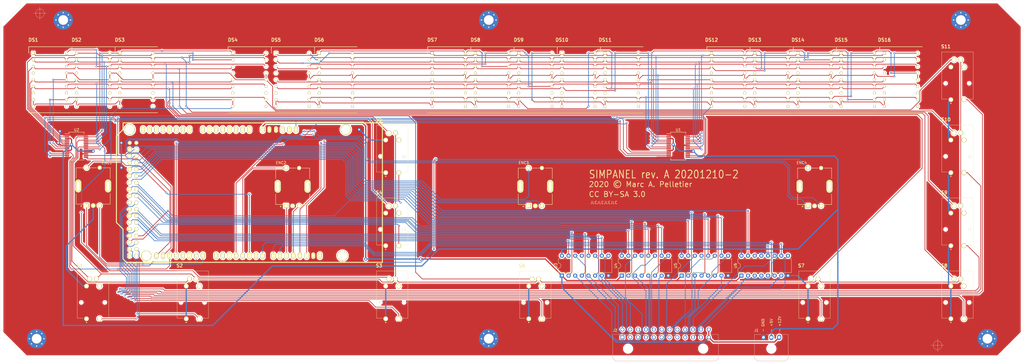
<source format=kicad_pcb>
(kicad_pcb (version 20171130) (host pcbnew "(5.1.8)-1")
  (title_block (title Simpanel) (rev A) (comment 1 "CC-BY-SA 3.0") (comment 2 "Copyright © 2020 Marc A. Pelletier"))
  (layers (0 F.Cu signal) (31 B.Cu signal) (34 B.Paste user) (35 F.Paste user) (36 B.SilkS user) (37 F.SilkS user) (38 B.Mask user) (39 F.Mask user) (44 Edge.Cuts user))
  (net 0 "")
  (net 1 "Net-(DS1-Pad4)")
  (net 2 "Net-(DS1-Pad7)")
  (net 3 "Net-(DS1-Pad10)")
  (net 4 "Net-(DS1-Pad12)")
  (net 5 "Net-(DS2-Pad12)")
  (net 6 "Net-(DS2-Pad10)")
  (net 7 "Net-(DS2-Pad7)")
  (net 8 "Net-(DS2-Pad4)")
  (net 9 "Net-(DS3-Pad4)")
  (net 10 "Net-(DS3-Pad7)")
  (net 11 "Net-(DS3-Pad10)")
  (net 12 "Net-(DS3-Pad12)")
  (net 13 "Net-(DS4-Pad12)")
  (net 14 "Net-(DS4-Pad10)")
  (net 15 "Net-(DS4-Pad7)")
  (net 16 "Net-(DS4-Pad4)")
  (net 17 "Net-(DS5-Pad12)")
  (net 18 "Net-(DS5-Pad10)")
  (net 19 "Net-(DS5-Pad7)")
  (net 20 "Net-(DS5-Pad4)")
  (net 21 "Net-(DS6-Pad4)")
  (net 22 "Net-(DS6-Pad7)")
  (net 23 "Net-(DS6-Pad10)")
  (net 24 "Net-(DS6-Pad12)")
  (net 25 "Net-(DS7-Pad4)")
  (net 26 "Net-(DS7-Pad7)")
  (net 27 "Net-(DS7-Pad10)")
  (net 28 "Net-(DS7-Pad12)")
  (net 29 "Net-(DS8-Pad12)")
  (net 30 "Net-(DS8-Pad10)")
  (net 31 "Net-(DS8-Pad7)")
  (net 32 "Net-(DS8-Pad4)")
  (net 33 "Net-(DS9-Pad4)")
  (net 34 "Net-(DS9-Pad7)")
  (net 35 "Net-(DS9-Pad10)")
  (net 36 "Net-(DS9-Pad12)")
  (net 37 "Net-(DS10-Pad12)")
  (net 38 "Net-(DS10-Pad10)")
  (net 39 "Net-(DS10-Pad7)")
  (net 40 "Net-(DS10-Pad4)")
  (net 41 "Net-(DS11-Pad4)")
  (net 42 "Net-(DS11-Pad7)")
  (net 43 "Net-(DS11-Pad10)")
  (net 44 "Net-(DS11-Pad12)")
  (net 45 "Net-(DS12-Pad12)")
  (net 46 "Net-(DS12-Pad10)")
  (net 47 "Net-(DS12-Pad7)")
  (net 48 "Net-(DS12-Pad4)")
  (net 49 "Net-(DS13-Pad4)")
  (net 50 "Net-(DS13-Pad7)")
  (net 51 "Net-(DS13-Pad10)")
  (net 52 "Net-(DS13-Pad12)")
  (net 53 "Net-(DS14-Pad12)")
  (net 54 "Net-(DS14-Pad10)")
  (net 55 "Net-(DS14-Pad7)")
  (net 56 "Net-(DS14-Pad4)")
  (net 57 "Net-(DS15-Pad12)")
  (net 58 "Net-(DS15-Pad10)")
  (net 59 "Net-(DS15-Pad7)")
  (net 60 "Net-(DS15-Pad4)")
  (net 61 "Net-(DS16-Pad4)")
  (net 62 "Net-(DS16-Pad7)")
  (net 63 "Net-(DS16-Pad10)")
  (net 64 "Net-(DS16-Pad12)")
  (net 65 "Net-(S1-Pad4)")
  (net 66 "Net-(S2-Pad4)")
  (net 67 "Net-(S3-Pad4)")
  (net 68 "Net-(S4-Pad4)")
  (net 69 "Net-(S5-Pad4)")
  (net 70 "Net-(S6-Pad4)")
  (net 71 "Net-(S7-Pad4)")
  (net 72 "Net-(S8-Pad4)")
  (net 73 "Net-(S9-Pad4)")
  (net 74 "Net-(S10-Pad4)")
  (net 75 "Net-(S11-Pad4)")
  (net 76 "Net-(SHIELD1-Pad16)")
  (net 77 "Net-(SHIELD1-Pad17)")
  (net 78 "Net-(SHIELD1-PadAD15)")
  (net 79 "Net-(SHIELD1-PadAD14)")
  (net 80 "Net-(SHIELD1-PadAD13)")
  (net 81 "Net-(SHIELD1-PadAD12)")
  (net 82 "Net-(SHIELD1-PadAD8)")
  (net 83 "Net-(SHIELD1-PadAD7)")
  (net 84 "Net-(SHIELD1-PadAD6)")
  (net 85 "Net-(SHIELD1-PadAD9)")
  (net 86 "Net-(SHIELD1-PadAD10)")
  (net 87 "Net-(SHIELD1-PadAD11)")
  (net 88 "Net-(SHIELD1-PadAD5)")
  (net 89 "Net-(SHIELD1-PadAD4)")
  (net 90 "Net-(SHIELD1-PadAD3)")
  (net 91 "Net-(SHIELD1-PadAD0)")
  (net 92 "Net-(SHIELD1-PadAD1)")
  (net 93 "Net-(SHIELD1-PadAD2)")
  (net 94 "Net-(SHIELD1-Pad3V3)")
  (net 95 "Net-(SHIELD1-Pad0)")
  (net 96 "Net-(SHIELD1-Pad1)")
  (net 97 "Net-(SHIELD1-Pad6)")
  (net 98 "Net-(SHIELD1-Pad7)")
  (net 99 "Net-(SHIELD1-Pad8)")
  (net 100 "Net-(SHIELD1-Pad9)")
  (net 101 "Net-(SHIELD1-PadAREF)")
  (net 102 "Net-(SHIELD1-Pad5V)")
  (net 103 "Net-(SHIELD1-Pad5V_4)")
  (net 104 "Net-(SHIELD1-Pad5V_5)")
  (net 105 "Net-(SHIELD1-Pad31)")
  (net 106 "Net-(SHIELD1-Pad30)")
  (net 107 "Net-(SHIELD1-Pad32)")
  (net 108 "Net-(SHIELD1-Pad33)")
  (net 109 "Net-(SHIELD1-Pad34)")
  (net 110 "Net-(SHIELD1-Pad38)")
  (net 111 "Net-(SHIELD1-Pad39)")
  (net 112 "Net-(SHIELD1-Pad40)")
  (net 113 "Net-(SHIELD1-Pad41)")
  (net 114 "Net-(SHIELD1-Pad42)")
  (net 115 "Net-(SHIELD1-Pad43)")
  (net 116 "Net-(SHIELD1-Pad44)")
  (net 117 "Net-(SHIELD1-Pad45)")
  (net 118 "Net-(SHIELD1-Pad46)")
  (net 119 "Net-(SHIELD1-Pad47)")
  (net 120 "Net-(SHIELD1-Pad48)")
  (net 121 "Net-(SHIELD1-Pad49)")
  (net 122 "Net-(SHIELD1-Pad51)")
  (net 123 "Net-(SHIELD1-Pad53)")
  (net 124 GND)
  (net 125 VDD)
  (net 126 "Net-(U1-Pad17)")
  (net 127 "Net-(U3-Pad13)")
  (net 128 "Net-(U4-Pad13)")
  (net 129 "Net-(U5-Pad13)")
  (net 130 "Net-(U6-Pad2)")
  (net 131 "Net-(U6-Pad3)")
  (net 132 "Net-(U6-Pad4)")
  (net 133 "Net-(U6-Pad5)")
  (net 134 "Net-(U6-Pad13)")
  (net 135 VCC)
  (net 136 /U1CS0)
  (net 137 /U1CS9)
  (net 138 /U1CS3)
  (net 139 /U1CS11)
  (net 140 /U1CS4)
  (net 141 /U1CS10)
  (net 142 /U1CS5)
  (net 143 /U1CS6)
  (net 144 /U1CS7)
  (net 145 /U1CS8)
  (net 146 /U1CS1)
  (net 147 /U1CS2)
  (net 148 /U2CS1)
  (net 149 /U2CS0)
  (net 150 /U2CS8)
  (net 151 /U2CS7)
  (net 152 /U2CS6)
  (net 153 /U2CS5)
  (net 154 /U2CS10)
  (net 155 /U2CS4)
  (net 156 /U2CS11)
  (net 157 /U2CS2)
  (net 158 /U2CS9)
  (net 159 /U2CS3)
  (net 160 /ENC1S)
  (net 161 /ENC1B)
  (net 162 /ENC1A)
  (net 163 /ENC2A)
  (net 164 /ENC2B)
  (net 165 /ENC2S)
  (net 166 /ENC3S)
  (net 167 /ENC3B)
  (net 168 /ENC3A)
  (net 169 /ENC4A)
  (net 170 /ENC4B)
  (net 171 /ENC4S)
  (net 172 /SW1)
  (net 173 /SW2)
  (net 174 /SW3)
  (net 175 /SW4)
  (net 176 /SW5)
  (net 177 /SW6)
  (net 178 /SW7)
  (net 179 /SW8)
  (net 180 /SW9)
  (net 181 /SW10)
  (net 182 /SW11)
  (net 183 /U1IRQ)
  (net 184 /U2IRQ)
  (net 185 /SDA)
  (net 186 /SCL)
  (net 187 /RST)
  (net 188 /SYNC)
  (net 189 "Net-(J2-Pad3)")
  (net 190 "Net-(J2-Pad4)")
  (net 191 "Net-(J2-Pad5)")
  (net 192 "Net-(J2-Pad6)")
  (net 193 "Net-(J2-Pad7)")
  (net 194 "Net-(J2-Pad8)")
  (net 195 "Net-(J2-Pad9)")
  (net 196 "Net-(J2-Pad10)")
  (net 197 "Net-(J2-Pad11)")
  (net 198 "Net-(J2-Pad21)")
  (net 199 "Net-(J2-Pad20)")
  (net 200 "Net-(J2-Pad23)")
  (net 201 "Net-(J2-Pad19)")
  (net 202 "Net-(J2-Pad22)")
  (net 203 "Net-(J2-Pad16)")
  (net 204 "Net-(J2-Pad13)")
  (net 205 "Net-(J2-Pad17)")
  (net 206 "Net-(J2-Pad14)")
  (net 207 "Net-(J2-Pad18)")
  (net 208 "Net-(J2-Pad15)")
  (net 209 "Net-(U2-Pad26)")
  (net 210 "Net-(U2-Pad22)")
  (net 211 "Net-(U1-Pad7)")
  (net 212 "Net-(U1-Pad26)")
  (net 213 "Net-(J2-Pad1)")
  (net 214 "Net-(J2-Pad2)")
  (module B3J-2100:B3J2100 (layer F.Cu) (at 323.89 137.17)
    (fp_text reference S7 (at -2.58 -20.33) (layer F.SilkS) (effects (font (size 1.27 1.27) (thickness 0.254))))
    (fp_text value B3J-2100 hide)
    (pad MH2 thru_hole circle (at 7 -6.25 90) (size 0.9 0.9) (drill 1.8) (layers *.Cu *.Mask F.SilkS))
    (pad MH1 thru_hole circle (at -2 -6.25 90) (size 0.9 0.9) (drill 1.8) (layers *.Cu *.Mask F.SilkS))
    (pad K1 thru_hole circle (at 1.23 -15.25 90) (size 1.8 1.8) (drill 1.2) (layers *.Cu *.Mask F.SilkS) (net 151 /U2CS7))
    (pad A1 thru_hole circle (at 3.77 -15.25 90) (size 1.8 1.8) (drill 1.2) (layers *.Cu *.Mask F.SilkS) (net 155 /U2CS4))
    (pad 4 thru_hole circle (at 5 -12.5 90) (size 1.8 1.8) (drill 1.2) (layers *.Cu *.Mask F.SilkS) (net 71 "Net-(S7-Pad4)"))
    (pad 3 thru_hole circle (at 5 0 90) (size 1.8 1.8) (drill 1.2) (layers *.Cu *.Mask F.SilkS) (net 178 /SW7))
    (pad 2 thru_hole circle (at 0 -12.5 90) (size 1.8 1.8) (drill 1.2) (layers *.Cu *.Mask F.SilkS) (net 124 GND))
    (pad 1 thru_hole circle (at 0 0 90) (size 1.8 1.8) (drill 1.2) (layers *.Cu *.Mask F.SilkS) (net 124 GND))
  )
  (module "arduino_shields:ARDUINO MEGA SHIELD" (layer F.Cu) (at 161.29 62.23 180)
    (fp_text reference SHIELD1 hide)
    (fp_text value VAL** hide)
    (pad GND5 thru_hole circle (at 96.52 -7.62 180) (size 1.524 1.524) (drill 0.8128) (layers *.Cu *.Mask F.SilkS) (net 124 GND))
    (pad GND4 thru_hole circle (at 93.98 -7.62 180) (size 1.524 1.524) (drill 0.8128) (layers *.Cu *.Mask F.SilkS) (net 124 GND))
    (pad 53 thru_hole circle (at 96.52 -10.16 180) (size 1.524 1.524) (drill 0.8128) (layers *.Cu *.Mask F.SilkS) (net 123 "Net-(SHIELD1-Pad53)"))
    (pad 52 thru_hole circle (at 93.98 -10.16 180) (size 1.524 1.524) (drill 0.8128) (layers *.Cu *.Mask F.SilkS) (net 169 /ENC4A))
    (pad 51 thru_hole circle (at 96.52 -12.7 180) (size 1.524 1.524) (drill 0.8128) (layers *.Cu *.Mask F.SilkS) (net 122 "Net-(SHIELD1-Pad51)"))
    (pad 50 thru_hole circle (at 93.98 -12.7 180) (size 1.524 1.524) (drill 0.8128) (layers *.Cu *.Mask F.SilkS) (net 170 /ENC4B))
    (pad 49 thru_hole circle (at 96.52 -15.24 180) (size 1.524 1.524) (drill 0.8128) (layers *.Cu *.Mask F.SilkS) (net 121 "Net-(SHIELD1-Pad49)"))
    (pad 48 thru_hole circle (at 93.98 -15.24 180) (size 1.524 1.524) (drill 0.8128) (layers *.Cu *.Mask F.SilkS) (net 120 "Net-(SHIELD1-Pad48)"))
    (pad 47 thru_hole circle (at 96.52 -17.78 180) (size 1.524 1.524) (drill 0.8128) (layers *.Cu *.Mask F.SilkS) (net 119 "Net-(SHIELD1-Pad47)"))
    (pad 46 thru_hole circle (at 93.98 -17.78 180) (size 1.524 1.524) (drill 0.8128) (layers *.Cu *.Mask F.SilkS) (net 118 "Net-(SHIELD1-Pad46)"))
    (pad 45 thru_hole circle (at 96.52 -20.32 180) (size 1.524 1.524) (drill 0.8128) (layers *.Cu *.Mask F.SilkS) (net 117 "Net-(SHIELD1-Pad45)"))
    (pad 44 thru_hole circle (at 93.98 -20.32 180) (size 1.524 1.524) (drill 0.8128) (layers *.Cu *.Mask F.SilkS) (net 116 "Net-(SHIELD1-Pad44)"))
    (pad 43 thru_hole circle (at 96.52 -22.86 180) (size 1.524 1.524) (drill 0.8128) (layers *.Cu *.Mask F.SilkS) (net 115 "Net-(SHIELD1-Pad43)"))
    (pad 42 thru_hole circle (at 93.98 -22.86 180) (size 1.524 1.524) (drill 0.8128) (layers *.Cu *.Mask F.SilkS) (net 114 "Net-(SHIELD1-Pad42)"))
    (pad 41 thru_hole circle (at 96.52 -25.4 180) (size 1.524 1.524) (drill 0.8128) (layers *.Cu *.Mask F.SilkS) (net 113 "Net-(SHIELD1-Pad41)"))
    (pad 40 thru_hole circle (at 93.98 -25.4 180) (size 1.524 1.524) (drill 0.8128) (layers *.Cu *.Mask F.SilkS) (net 112 "Net-(SHIELD1-Pad40)"))
    (pad 39 thru_hole circle (at 96.52 -27.94 180) (size 1.524 1.524) (drill 0.8128) (layers *.Cu *.Mask F.SilkS) (net 111 "Net-(SHIELD1-Pad39)"))
    (pad 38 thru_hole circle (at 93.98 -27.94 180) (size 1.524 1.524) (drill 0.8128) (layers *.Cu *.Mask F.SilkS) (net 110 "Net-(SHIELD1-Pad38)"))
    (pad 37 thru_hole circle (at 96.52 -30.48 180) (size 1.524 1.524) (drill 0.8128) (layers *.Cu *.Mask F.SilkS) (net 180 /SW9))
    (pad 36 thru_hole circle (at 93.98 -30.48 180) (size 1.524 1.524) (drill 0.8128) (layers *.Cu *.Mask F.SilkS) (net 181 /SW10))
    (pad 35 thru_hole circle (at 96.52 -33.02 180) (size 1.524 1.524) (drill 0.8128) (layers *.Cu *.Mask F.SilkS) (net 182 /SW11))
    (pad 34 thru_hole circle (at 93.98 -33.02 180) (size 1.524 1.524) (drill 0.8128) (layers *.Cu *.Mask F.SilkS) (net 109 "Net-(SHIELD1-Pad34)"))
    (pad 33 thru_hole circle (at 96.52 -35.56 180) (size 1.524 1.524) (drill 0.8128) (layers *.Cu *.Mask F.SilkS) (net 108 "Net-(SHIELD1-Pad33)"))
    (pad 32 thru_hole circle (at 93.98 -35.56 180) (size 1.524 1.524) (drill 0.8128) (layers *.Cu *.Mask F.SilkS) (net 107 "Net-(SHIELD1-Pad32)"))
    (pad 30 thru_hole circle (at 93.98 -38.1 180) (size 1.524 1.524) (drill 0.8128) (layers *.Cu *.Mask F.SilkS) (net 106 "Net-(SHIELD1-Pad30)"))
    (pad 31 thru_hole circle (at 96.52 -38.1 180) (size 1.524 1.524) (drill 0.8128) (layers *.Cu *.Mask F.SilkS) (net 105 "Net-(SHIELD1-Pad31)"))
    (pad 5V_5 thru_hole circle (at 96.52 -50.8 180) (size 1.524 1.524) (drill 0.8128) (layers *.Cu *.Mask F.SilkS) (net 104 "Net-(SHIELD1-Pad5V_5)"))
    (pad 5V_4 thru_hole circle (at 93.98 -50.8 180) (size 1.524 1.524) (drill 0.8128) (layers *.Cu *.Mask F.SilkS) (net 103 "Net-(SHIELD1-Pad5V_4)"))
    (pad 29 thru_hole circle (at 96.52 -40.64 180) (size 1.524 1.524) (drill 0.8128) (layers *.Cu *.Mask F.SilkS) (net 179 /SW8))
    (pad 28 thru_hole circle (at 93.98 -40.64 180) (size 1.524 1.524) (drill 0.8128) (layers *.Cu *.Mask F.SilkS) (net 178 /SW7))
    (pad 27 thru_hole circle (at 96.52 -43.18 180) (size 1.524 1.524) (drill 0.8128) (layers *.Cu *.Mask F.SilkS) (net 177 /SW6))
    (pad 26 thru_hole circle (at 93.98 -43.18 180) (size 1.524 1.524) (drill 0.8128) (layers *.Cu *.Mask F.SilkS) (net 176 /SW5))
    (pad 25 thru_hole circle (at 96.52 -45.72 180) (size 1.524 1.524) (drill 0.8128) (layers *.Cu *.Mask F.SilkS) (net 175 /SW4))
    (pad 24 thru_hole circle (at 93.98 -45.72 180) (size 1.524 1.524) (drill 0.8128) (layers *.Cu *.Mask F.SilkS) (net 174 /SW3))
    (pad 23 thru_hole circle (at 96.52 -48.26 180) (size 1.524 1.524) (drill 0.8128) (layers *.Cu *.Mask F.SilkS) (net 173 /SW2))
    (pad 22 thru_hole circle (at 93.98 -48.26 180) (size 1.524 1.524) (drill 0.8128) (layers *.Cu *.Mask F.SilkS) (net 172 /SW1))
    (pad "" thru_hole circle (at 13.97 -2.54 270) (size 3.937 3.937) (drill 3.175) (layers *.Cu *.Mask F.SilkS))
    (pad "" thru_hole circle (at 15.24 -50.8 270) (size 3.937 3.937) (drill 3.175) (layers *.Cu *.Mask F.SilkS))
    (pad "" thru_hole circle (at 90.17 -50.8 270) (size 3.937 3.937) (drill 3.175) (layers *.Cu *.Mask F.SilkS))
    (pad "" thru_hole circle (at 96.52 -2.54 270) (size 3.937 3.937) (drill 3.175) (layers *.Cu *.Mask F.SilkS))
    (pad 5V thru_hole oval (at 38.1 -2.54 270) (size 2.54 1.524) (drill 0.8128) (layers *.Cu *.Mask F.SilkS) (net 102 "Net-(SHIELD1-Pad5V)"))
    (pad AREF thru_hole oval (at 23.876 -50.8 270) (size 2.54 1.524) (drill 0.8128) (layers *.Cu *.Mask F.SilkS) (net 101 "Net-(SHIELD1-PadAREF)"))
    (pad GND3 thru_hole oval (at 26.416 -50.8 270) (size 2.54 1.524) (drill 0.8128) (layers *.Cu *.Mask F.SilkS) (net 124 GND))
    (pad 13 thru_hole oval (at 28.956 -50.8 270) (size 2.54 1.524) (drill 0.8128) (layers *.Cu *.Mask F.SilkS) (net 167 /ENC3B))
    (pad 12 thru_hole oval (at 31.496 -50.8 270) (size 2.54 1.524) (drill 0.8128) (layers *.Cu *.Mask F.SilkS) (net 168 /ENC3A))
    (pad 11 thru_hole oval (at 34.036 -50.8 270) (size 2.54 1.524) (drill 0.8128) (layers *.Cu *.Mask F.SilkS) (net 164 /ENC2B))
    (pad 10 thru_hole oval (at 36.576 -50.8 270) (size 2.54 1.524) (drill 0.8128) (layers *.Cu *.Mask F.SilkS) (net 163 /ENC2A))
    (pad 9 thru_hole oval (at 39.116 -50.8 270) (size 2.54 1.524) (drill 0.8128) (layers *.Cu *.Mask F.SilkS) (net 100 "Net-(SHIELD1-Pad9)"))
    (pad 8 thru_hole oval (at 41.656 -50.8 270) (size 2.54 1.524) (drill 0.8128) (layers *.Cu *.Mask F.SilkS) (net 99 "Net-(SHIELD1-Pad8)"))
    (pad 7 thru_hole oval (at 45.72 -50.8 270) (size 2.54 1.524) (drill 0.8128) (layers *.Cu *.Mask F.SilkS) (net 98 "Net-(SHIELD1-Pad7)"))
    (pad 6 thru_hole oval (at 48.26 -50.8 270) (size 2.54 1.524) (drill 0.8128) (layers *.Cu *.Mask F.SilkS) (net 97 "Net-(SHIELD1-Pad6)"))
    (pad 5 thru_hole oval (at 50.8 -50.8 270) (size 2.54 1.524) (drill 0.8128) (layers *.Cu *.Mask F.SilkS) (net 160 /ENC1S))
    (pad 4 thru_hole oval (at 53.34 -50.8 270) (size 2.54 1.524) (drill 0.8128) (layers *.Cu *.Mask F.SilkS) (net 165 /ENC2S))
    (pad 3 thru_hole oval (at 55.88 -50.8 270) (size 2.54 1.524) (drill 0.8128) (layers *.Cu *.Mask F.SilkS) (net 166 /ENC3S))
    (pad 2 thru_hole oval (at 58.42 -50.8 270) (size 2.54 1.524) (drill 0.8128) (layers *.Cu *.Mask F.SilkS) (net 171 /ENC4S))
    (pad 1 thru_hole oval (at 60.96 -50.8 270) (size 2.54 1.524) (drill 0.8128) (layers *.Cu *.Mask F.SilkS) (net 96 "Net-(SHIELD1-Pad1)"))
    (pad 0 thru_hole oval (at 63.5 -50.8 270) (size 2.54 1.524) (drill 0.8128) (layers *.Cu *.Mask F.SilkS) (net 95 "Net-(SHIELD1-Pad0)"))
    (pad RST thru_hole oval (at 33.02 -2.54 270) (size 2.54 1.524) (drill 0.8128) (layers *.Cu *.Mask F.SilkS) (net 187 /RST))
    (pad 3V3 thru_hole oval (at 35.56 -2.54 270) (size 2.54 1.524) (drill 0.8128) (layers *.Cu *.Mask F.SilkS) (net 94 "Net-(SHIELD1-Pad3V3)"))
    (pad GND1 thru_hole oval (at 40.64 -2.54 270) (size 2.54 1.524) (drill 0.8128) (layers *.Cu *.Mask F.SilkS) (net 124 GND))
    (pad GND2 thru_hole oval (at 43.18 -2.54 270) (size 2.54 1.524) (drill 0.8128) (layers *.Cu *.Mask F.SilkS) (net 124 GND))
    (pad V_IN thru_hole oval (at 45.72 -2.54 270) (size 2.54 1.524) (drill 0.8128) (layers *.Cu *.Mask F.SilkS) (net 135 VCC))
    (pad AD2 thru_hole oval (at 55.88 -2.54 270) (size 2.54 1.524) (drill 0.8128) (layers *.Cu *.Mask F.SilkS) (net 93 "Net-(SHIELD1-PadAD2)"))
    (pad AD1 thru_hole oval (at 53.34 -2.54 270) (size 2.54 1.524) (drill 0.8128) (layers *.Cu *.Mask F.SilkS) (net 92 "Net-(SHIELD1-PadAD1)"))
    (pad AD0 thru_hole oval (at 50.8 -2.54 270) (size 2.54 1.524) (drill 0.8128) (layers *.Cu *.Mask F.SilkS) (net 91 "Net-(SHIELD1-PadAD0)"))
    (pad AD3 thru_hole oval (at 58.42 -2.54 270) (size 2.54 1.524) (drill 0.8128) (layers *.Cu *.Mask F.SilkS) (net 90 "Net-(SHIELD1-PadAD3)"))
    (pad AD4 thru_hole oval (at 60.96 -2.54 270) (size 2.54 1.524) (drill 0.8128) (layers *.Cu *.Mask F.SilkS) (net 89 "Net-(SHIELD1-PadAD4)"))
    (pad AD5 thru_hole oval (at 63.5 -2.54 270) (size 2.54 1.524) (drill 0.8128) (layers *.Cu *.Mask F.SilkS) (net 88 "Net-(SHIELD1-PadAD5)"))
    (pad AD11 thru_hole oval (at 81.28 -2.54 270) (size 2.54 1.524) (drill 0.8128) (layers *.Cu *.Mask F.SilkS) (net 87 "Net-(SHIELD1-PadAD11)"))
    (pad AD10 thru_hole oval (at 78.74 -2.54 270) (size 2.54 1.524) (drill 0.8128) (layers *.Cu *.Mask F.SilkS) (net 86 "Net-(SHIELD1-PadAD10)"))
    (pad AD9 thru_hole oval (at 76.2 -2.54 270) (size 2.54 1.524) (drill 0.8128) (layers *.Cu *.Mask F.SilkS) (net 85 "Net-(SHIELD1-PadAD9)"))
    (pad AD6 thru_hole oval (at 66.04 -2.54 270) (size 2.54 1.524) (drill 0.8128) (layers *.Cu *.Mask F.SilkS) (net 84 "Net-(SHIELD1-PadAD6)"))
    (pad AD7 thru_hole oval (at 68.58 -2.54 270) (size 2.54 1.524) (drill 0.8128) (layers *.Cu *.Mask F.SilkS) (net 83 "Net-(SHIELD1-PadAD7)"))
    (pad AD8 thru_hole oval (at 73.66 -2.54 270) (size 2.54 1.524) (drill 0.8128) (layers *.Cu *.Mask F.SilkS) (net 82 "Net-(SHIELD1-PadAD8)"))
    (pad AD12 thru_hole oval (at 83.82 -2.54 270) (size 2.54 1.524) (drill 0.8128) (layers *.Cu *.Mask F.SilkS) (net 81 "Net-(SHIELD1-PadAD12)"))
    (pad AD13 thru_hole oval (at 86.36 -2.54 270) (size 2.54 1.524) (drill 0.8128) (layers *.Cu *.Mask F.SilkS) (net 80 "Net-(SHIELD1-PadAD13)"))
    (pad AD14 thru_hole oval (at 88.9 -2.54 270) (size 2.54 1.524) (drill 0.8128) (layers *.Cu *.Mask F.SilkS) (net 79 "Net-(SHIELD1-PadAD14)"))
    (pad AD15 thru_hole oval (at 91.44 -2.54 270) (size 2.54 1.524) (drill 0.8128) (layers *.Cu *.Mask F.SilkS) (net 78 "Net-(SHIELD1-PadAD15)"))
    (pad 21 thru_hole oval (at 86.36 -50.8 270) (size 2.54 1.524) (drill 0.8128) (layers *.Cu *.Mask F.SilkS) (net 186 /SCL))
    (pad 20 thru_hole oval (at 83.82 -50.8 270) (size 2.54 1.524) (drill 0.8128) (layers *.Cu *.Mask F.SilkS) (net 185 /SDA))
    (pad 19 thru_hole oval (at 81.28 -50.8 270) (size 2.54 1.524) (drill 0.8128) (layers *.Cu *.Mask F.SilkS) (net 184 /U2IRQ))
    (pad 18 thru_hole oval (at 78.74 -50.8 270) (size 2.54 1.524) (drill 0.8128) (layers *.Cu *.Mask F.SilkS) (net 183 /U1IRQ))
    (pad 17 thru_hole oval (at 76.2 -50.8 270) (size 2.54 1.524) (drill 0.8128) (layers *.Cu *.Mask F.SilkS) (net 77 "Net-(SHIELD1-Pad17)"))
    (pad 16 thru_hole oval (at 73.66 -50.8 270) (size 2.54 1.524) (drill 0.8128) (layers *.Cu *.Mask F.SilkS) (net 76 "Net-(SHIELD1-Pad16)"))
    (pad 15 thru_hole oval (at 71.12 -50.8 270) (size 2.54 1.524) (drill 0.8128) (layers *.Cu *.Mask F.SilkS) (net 162 /ENC1A))
    (pad 14 thru_hole oval (at 68.58 -50.8 270) (size 2.54 1.524) (drill 0.8128) (layers *.Cu *.Mask F.SilkS) (net 161 /ENC1B))
  )
  (module Package_DIP:DIP-16_W7.62mm (layer F.Cu) (at 275.59 120.65 90)
    (fp_text reference U5 (at 3.81 -2.33 90) (layer F.SilkS))
    (fp_text value 4504)
    (pad 16 thru_hole oval (at 7.62 0 90) (size 1.6 1.6) (drill 0.8) (layers *.Cu *.Mask) (net 125 VDD))
    (pad 8 thru_hole oval (at 0 17.78 90) (size 1.6 1.6) (drill 0.8) (layers *.Cu *.Mask) (net 124 GND))
    (pad 15 thru_hole oval (at 7.62 2.54 90) (size 1.6 1.6) (drill 0.8) (layers *.Cu *.Mask) (net 117 "Net-(SHIELD1-Pad45)"))
    (pad 7 thru_hole oval (at 0 15.24 90) (size 1.6 1.6) (drill 0.8) (layers *.Cu *.Mask) (net 195 "Net-(J2-Pad9)"))
    (pad 14 thru_hole oval (at 7.62 5.08 90) (size 1.6 1.6) (drill 0.8) (layers *.Cu *.Mask) (net 193 "Net-(J2-Pad7)"))
    (pad 6 thru_hole oval (at 0 12.7 90) (size 1.6 1.6) (drill 0.8) (layers *.Cu *.Mask) (net 120 "Net-(SHIELD1-Pad48)"))
    (pad 13 thru_hole oval (at 7.62 7.62 90) (size 1.6 1.6) (drill 0.8) (layers *.Cu *.Mask) (net 129 "Net-(U5-Pad13)"))
    (pad 5 thru_hole oval (at 0 10.16 90) (size 1.6 1.6) (drill 0.8) (layers *.Cu *.Mask) (net 194 "Net-(J2-Pad8)"))
    (pad 12 thru_hole oval (at 7.62 10.16 90) (size 1.6 1.6) (drill 0.8) (layers *.Cu *.Mask) (net 118 "Net-(SHIELD1-Pad46)"))
    (pad 4 thru_hole oval (at 0 7.62 90) (size 1.6 1.6) (drill 0.8) (layers *.Cu *.Mask) (net 121 "Net-(SHIELD1-Pad49)"))
    (pad 11 thru_hole oval (at 7.62 12.7 90) (size 1.6 1.6) (drill 0.8) (layers *.Cu *.Mask) (net 201 "Net-(J2-Pad19)"))
    (pad 3 thru_hole oval (at 0 5.08 90) (size 1.6 1.6) (drill 0.8) (layers *.Cu *.Mask) (net 198 "Net-(J2-Pad21)"))
    (pad 10 thru_hole oval (at 7.62 15.24 90) (size 1.6 1.6) (drill 0.8) (layers *.Cu *.Mask) (net 119 "Net-(SHIELD1-Pad47)"))
    (pad 2 thru_hole oval (at 0 2.54 90) (size 1.6 1.6) (drill 0.8) (layers *.Cu *.Mask) (net 122 "Net-(SHIELD1-Pad51)"))
    (pad 9 thru_hole oval (at 7.62 17.78 90) (size 1.6 1.6) (drill 0.8) (layers *.Cu *.Mask) (net 199 "Net-(J2-Pad20)"))
    (pad 1 thru_hole rect (at 0 0 90) (size 1.6 1.6) (drill 0.8) (layers *.Cu *.Mask) (net 135 VCC))
  )
  (module LTP-587HR:DIPS1270W50P254L2500H975Q18N (layer F.Cu) (at 44.45 35.56)
    (fp_text reference DS2 (at 0 -5.08) (layer F.SilkS) (effects (font (size 1.27 1.27) (thickness 0.254))))
    (fp_text value LTP-587HR hide)
    (pad 18 thru_hole circle (at 12.7 0 90) (size 1.1 1.1) (drill 0.7) (layers *.Cu *.Mask F.SilkS) (net 157 /U2CS2))
    (pad 17 thru_hole circle (at 12.7 2.54 90) (size 1.1 1.1) (drill 0.7) (layers *.Cu *.Mask F.SilkS) (net 158 /U2CS9))
    (pad 16 thru_hole circle (at 12.7 5.08 90) (size 1.1 1.1) (drill 0.7) (layers *.Cu *.Mask F.SilkS) (net 159 /U2CS3))
    (pad 15 thru_hole circle (at 12.7 7.62 90) (size 1.1 1.1) (drill 0.7) (layers *.Cu *.Mask F.SilkS) (net 156 /U2CS11))
    (pad 14 thru_hole circle (at 12.7 10.16 90) (size 1.1 1.1) (drill 0.7) (layers *.Cu *.Mask F.SilkS) (net 156 /U2CS11))
    (pad 13 thru_hole circle (at 12.7 12.7 90) (size 1.1 1.1) (drill 0.7) (layers *.Cu *.Mask F.SilkS) (net 155 /U2CS4))
    (pad 12 thru_hole circle (at 12.7 15.24 90) (size 1.1 1.1) (drill 0.7) (layers *.Cu *.Mask F.SilkS) (net 5 "Net-(DS2-Pad12)"))
    (pad 11 thru_hole circle (at 12.7 17.78 90) (size 1.1 1.1) (drill 0.7) (layers *.Cu *.Mask F.SilkS) (net 154 /U2CS10))
    (pad 10 thru_hole circle (at 12.7 20.32 90) (size 1.1 1.1) (drill 0.7) (layers *.Cu *.Mask F.SilkS) (net 6 "Net-(DS2-Pad10)"))
    (pad 9 thru_hole circle (at 0 20.32 90) (size 1.1 1.1) (drill 0.7) (layers *.Cu *.Mask F.SilkS) (net 153 /U2CS5))
    (pad 8 thru_hole circle (at 0 17.78 90) (size 1.1 1.1) (drill 0.7) (layers *.Cu *.Mask F.SilkS) (net 153 /U2CS5))
    (pad 7 thru_hole circle (at 0 15.24 90) (size 1.1 1.1) (drill 0.7) (layers *.Cu *.Mask F.SilkS) (net 7 "Net-(DS2-Pad7)"))
    (pad 6 thru_hole circle (at 0 12.7 90) (size 1.1 1.1) (drill 0.7) (layers *.Cu *.Mask F.SilkS) (net 152 /U2CS6))
    (pad 5 thru_hole circle (at 0 10.16 90) (size 1.1 1.1) (drill 0.7) (layers *.Cu *.Mask F.SilkS) (net 151 /U2CS7))
    (pad 4 thru_hole circle (at 0 7.62 90) (size 1.1 1.1) (drill 0.7) (layers *.Cu *.Mask F.SilkS) (net 8 "Net-(DS2-Pad4)"))
    (pad 3 thru_hole circle (at 0 5.08 90) (size 1.1 1.1) (drill 0.7) (layers *.Cu *.Mask F.SilkS) (net 150 /U2CS8))
    (pad 2 thru_hole circle (at 0 2.54 90) (size 1.1 1.1) (drill 0.7) (layers *.Cu *.Mask F.SilkS) (net 149 /U2CS0))
    (pad 1 thru_hole rect (at 0 0 90) (size 1.1 1.1) (drill 0.7) (layers *.Cu *.Mask F.SilkS) (net 148 /U2CS1))
  )
  (module LTP-587HR:DIPS1270W50P254L2500H975Q18N (layer F.Cu) (at 27.94 35.56)
    (fp_text reference DS1 (at 0 -5.08) (layer F.SilkS) (effects (font (size 1.27 1.27) (thickness 0.254))))
    (fp_text value LTP-587HR hide)
    (pad 18 thru_hole circle (at 12.7 0 90) (size 1.1 1.1) (drill 0.7) (layers *.Cu *.Mask F.SilkS) (net 159 /U2CS3))
    (pad 17 thru_hole circle (at 12.7 2.54 90) (size 1.1 1.1) (drill 0.7) (layers *.Cu *.Mask F.SilkS) (net 158 /U2CS9))
    (pad 16 thru_hole circle (at 12.7 5.08 90) (size 1.1 1.1) (drill 0.7) (layers *.Cu *.Mask F.SilkS) (net 157 /U2CS2))
    (pad 15 thru_hole circle (at 12.7 7.62 90) (size 1.1 1.1) (drill 0.7) (layers *.Cu *.Mask F.SilkS) (net 156 /U2CS11))
    (pad 14 thru_hole circle (at 12.7 10.16 90) (size 1.1 1.1) (drill 0.7) (layers *.Cu *.Mask F.SilkS) (net 156 /U2CS11))
    (pad 13 thru_hole circle (at 12.7 12.7 90) (size 1.1 1.1) (drill 0.7) (layers *.Cu *.Mask F.SilkS) (net 155 /U2CS4))
    (pad 12 thru_hole circle (at 12.7 15.24 90) (size 1.1 1.1) (drill 0.7) (layers *.Cu *.Mask F.SilkS) (net 4 "Net-(DS1-Pad12)"))
    (pad 11 thru_hole circle (at 12.7 17.78 90) (size 1.1 1.1) (drill 0.7) (layers *.Cu *.Mask F.SilkS) (net 154 /U2CS10))
    (pad 10 thru_hole circle (at 12.7 20.32 90) (size 1.1 1.1) (drill 0.7) (layers *.Cu *.Mask F.SilkS) (net 3 "Net-(DS1-Pad10)"))
    (pad 9 thru_hole circle (at 0 20.32 90) (size 1.1 1.1) (drill 0.7) (layers *.Cu *.Mask F.SilkS) (net 153 /U2CS5))
    (pad 8 thru_hole circle (at 0 17.78 90) (size 1.1 1.1) (drill 0.7) (layers *.Cu *.Mask F.SilkS) (net 153 /U2CS5))
    (pad 7 thru_hole circle (at 0 15.24 90) (size 1.1 1.1) (drill 0.7) (layers *.Cu *.Mask F.SilkS) (net 2 "Net-(DS1-Pad7)"))
    (pad 6 thru_hole circle (at 0 12.7 90) (size 1.1 1.1) (drill 0.7) (layers *.Cu *.Mask F.SilkS) (net 152 /U2CS6))
    (pad 5 thru_hole circle (at 0 10.16 90) (size 1.1 1.1) (drill 0.7) (layers *.Cu *.Mask F.SilkS) (net 151 /U2CS7))
    (pad 4 thru_hole circle (at 0 7.62 90) (size 1.1 1.1) (drill 0.7) (layers *.Cu *.Mask F.SilkS) (net 1 "Net-(DS1-Pad4)"))
    (pad 3 thru_hole circle (at 0 5.08 90) (size 1.1 1.1) (drill 0.7) (layers *.Cu *.Mask F.SilkS) (net 150 /U2CS8))
    (pad 2 thru_hole circle (at 0 2.54 90) (size 1.1 1.1) (drill 0.7) (layers *.Cu *.Mask F.SilkS) (net 149 /U2CS0))
    (pad 1 thru_hole rect (at 0 0 90) (size 1.1 1.1) (drill 0.7) (layers *.Cu *.Mask F.SilkS) (net 148 /U2CS1))
  )
  (module LTP-587HR:DIPS1270W50P254L2500H975Q18N (layer F.Cu) (at 120.65 35.56)
    (fp_text reference DS5 (at 0 -5.08) (layer F.SilkS) (effects (font (size 1.27 1.27) (thickness 0.254))))
    (fp_text value LTP-587HR hide)
    (pad 18 thru_hole circle (at 12.7 0 90) (size 1.1 1.1) (drill 0.7) (layers *.Cu *.Mask F.SilkS) (net 136 /U1CS0))
    (pad 17 thru_hole circle (at 12.7 2.54 90) (size 1.1 1.1) (drill 0.7) (layers *.Cu *.Mask F.SilkS) (net 137 /U1CS9))
    (pad 16 thru_hole circle (at 12.7 5.08 90) (size 1.1 1.1) (drill 0.7) (layers *.Cu *.Mask F.SilkS) (net 138 /U1CS3))
    (pad 15 thru_hole circle (at 12.7 7.62 90) (size 1.1 1.1) (drill 0.7) (layers *.Cu *.Mask F.SilkS) (net 139 /U1CS11))
    (pad 14 thru_hole circle (at 12.7 10.16 90) (size 1.1 1.1) (drill 0.7) (layers *.Cu *.Mask F.SilkS) (net 139 /U1CS11))
    (pad 13 thru_hole circle (at 12.7 12.7 90) (size 1.1 1.1) (drill 0.7) (layers *.Cu *.Mask F.SilkS) (net 140 /U1CS4))
    (pad 12 thru_hole circle (at 12.7 15.24 90) (size 1.1 1.1) (drill 0.7) (layers *.Cu *.Mask F.SilkS) (net 17 "Net-(DS5-Pad12)"))
    (pad 11 thru_hole circle (at 12.7 17.78 90) (size 1.1 1.1) (drill 0.7) (layers *.Cu *.Mask F.SilkS) (net 141 /U1CS10))
    (pad 10 thru_hole circle (at 12.7 20.32 90) (size 1.1 1.1) (drill 0.7) (layers *.Cu *.Mask F.SilkS) (net 18 "Net-(DS5-Pad10)"))
    (pad 9 thru_hole circle (at 0 20.32 90) (size 1.1 1.1) (drill 0.7) (layers *.Cu *.Mask F.SilkS) (net 142 /U1CS5))
    (pad 8 thru_hole circle (at 0 17.78 90) (size 1.1 1.1) (drill 0.7) (layers *.Cu *.Mask F.SilkS) (net 142 /U1CS5))
    (pad 7 thru_hole circle (at 0 15.24 90) (size 1.1 1.1) (drill 0.7) (layers *.Cu *.Mask F.SilkS) (net 19 "Net-(DS5-Pad7)"))
    (pad 6 thru_hole circle (at 0 12.7 90) (size 1.1 1.1) (drill 0.7) (layers *.Cu *.Mask F.SilkS) (net 143 /U1CS6))
    (pad 5 thru_hole circle (at 0 10.16 90) (size 1.1 1.1) (drill 0.7) (layers *.Cu *.Mask F.SilkS) (net 144 /U1CS7))
    (pad 4 thru_hole circle (at 0 7.62 90) (size 1.1 1.1) (drill 0.7) (layers *.Cu *.Mask F.SilkS) (net 20 "Net-(DS5-Pad4)"))
    (pad 3 thru_hole circle (at 0 5.08 90) (size 1.1 1.1) (drill 0.7) (layers *.Cu *.Mask F.SilkS) (net 145 /U1CS8))
    (pad 2 thru_hole circle (at 0 2.54 90) (size 1.1 1.1) (drill 0.7) (layers *.Cu *.Mask F.SilkS) (net 146 /U1CS1))
    (pad 1 thru_hole rect (at 0 0 90) (size 1.1 1.1) (drill 0.7) (layers *.Cu *.Mask F.SilkS) (net 147 /U1CS2))
  )
  (module LTP-587HR:DIPS1270W50P254L2500H975Q18N (layer F.Cu) (at 60.96 35.56)
    (fp_text reference DS3 (at 0 -5.08) (layer F.SilkS) (effects (font (size 1.27 1.27) (thickness 0.254))))
    (fp_text value LTP-587HR hide)
    (pad 18 thru_hole circle (at 12.7 0 90) (size 1.1 1.1) (drill 0.7) (layers *.Cu *.Mask F.SilkS) (net 148 /U2CS1))
    (pad 17 thru_hole circle (at 12.7 2.54 90) (size 1.1 1.1) (drill 0.7) (layers *.Cu *.Mask F.SilkS) (net 158 /U2CS9))
    (pad 16 thru_hole circle (at 12.7 5.08 90) (size 1.1 1.1) (drill 0.7) (layers *.Cu *.Mask F.SilkS) (net 159 /U2CS3))
    (pad 15 thru_hole circle (at 12.7 7.62 90) (size 1.1 1.1) (drill 0.7) (layers *.Cu *.Mask F.SilkS) (net 156 /U2CS11))
    (pad 14 thru_hole circle (at 12.7 10.16 90) (size 1.1 1.1) (drill 0.7) (layers *.Cu *.Mask F.SilkS) (net 156 /U2CS11))
    (pad 13 thru_hole circle (at 12.7 12.7 90) (size 1.1 1.1) (drill 0.7) (layers *.Cu *.Mask F.SilkS) (net 155 /U2CS4))
    (pad 12 thru_hole circle (at 12.7 15.24 90) (size 1.1 1.1) (drill 0.7) (layers *.Cu *.Mask F.SilkS) (net 12 "Net-(DS3-Pad12)"))
    (pad 11 thru_hole circle (at 12.7 17.78 90) (size 1.1 1.1) (drill 0.7) (layers *.Cu *.Mask F.SilkS) (net 154 /U2CS10))
    (pad 10 thru_hole circle (at 12.7 20.32 90) (size 1.1 1.1) (drill 0.7) (layers *.Cu *.Mask F.SilkS) (net 11 "Net-(DS3-Pad10)"))
    (pad 9 thru_hole circle (at 0 20.32 90) (size 1.1 1.1) (drill 0.7) (layers *.Cu *.Mask F.SilkS) (net 153 /U2CS5))
    (pad 8 thru_hole circle (at 0 17.78 90) (size 1.1 1.1) (drill 0.7) (layers *.Cu *.Mask F.SilkS) (net 153 /U2CS5))
    (pad 7 thru_hole circle (at 0 15.24 90) (size 1.1 1.1) (drill 0.7) (layers *.Cu *.Mask F.SilkS) (net 10 "Net-(DS3-Pad7)"))
    (pad 6 thru_hole circle (at 0 12.7 90) (size 1.1 1.1) (drill 0.7) (layers *.Cu *.Mask F.SilkS) (net 152 /U2CS6))
    (pad 5 thru_hole circle (at 0 10.16 90) (size 1.1 1.1) (drill 0.7) (layers *.Cu *.Mask F.SilkS) (net 151 /U2CS7))
    (pad 4 thru_hole circle (at 0 7.62 90) (size 1.1 1.1) (drill 0.7) (layers *.Cu *.Mask F.SilkS) (net 9 "Net-(DS3-Pad4)"))
    (pad 3 thru_hole circle (at 0 5.08 90) (size 1.1 1.1) (drill 0.7) (layers *.Cu *.Mask F.SilkS) (net 150 /U2CS8))
    (pad 2 thru_hole circle (at 0 2.54 90) (size 1.1 1.1) (drill 0.7) (layers *.Cu *.Mask F.SilkS) (net 149 /U2CS0))
    (pad 1 thru_hole rect (at 0 0 90) (size 1.1 1.1) (drill 0.7) (layers *.Cu *.Mask F.SilkS) (net 157 /U2CS2))
  )
  (module LTP-587HR:DIPS1270W50P254L2500H975Q18N (layer F.Cu) (at 104.14 35.56)
    (fp_text reference DS4 (at 0 -5.08) (layer F.SilkS) (effects (font (size 1.27 1.27) (thickness 0.254))))
    (fp_text value LTP-587HR hide)
    (pad 18 thru_hole circle (at 12.7 0 90) (size 1.1 1.1) (drill 0.7) (layers *.Cu *.Mask F.SilkS) (net 149 /U2CS0))
    (pad 17 thru_hole circle (at 12.7 2.54 90) (size 1.1 1.1) (drill 0.7) (layers *.Cu *.Mask F.SilkS) (net 158 /U2CS9))
    (pad 16 thru_hole circle (at 12.7 5.08 90) (size 1.1 1.1) (drill 0.7) (layers *.Cu *.Mask F.SilkS) (net 159 /U2CS3))
    (pad 15 thru_hole circle (at 12.7 7.62 90) (size 1.1 1.1) (drill 0.7) (layers *.Cu *.Mask F.SilkS) (net 156 /U2CS11))
    (pad 14 thru_hole circle (at 12.7 10.16 90) (size 1.1 1.1) (drill 0.7) (layers *.Cu *.Mask F.SilkS) (net 156 /U2CS11))
    (pad 13 thru_hole circle (at 12.7 12.7 90) (size 1.1 1.1) (drill 0.7) (layers *.Cu *.Mask F.SilkS) (net 155 /U2CS4))
    (pad 12 thru_hole circle (at 12.7 15.24 90) (size 1.1 1.1) (drill 0.7) (layers *.Cu *.Mask F.SilkS) (net 13 "Net-(DS4-Pad12)"))
    (pad 11 thru_hole circle (at 12.7 17.78 90) (size 1.1 1.1) (drill 0.7) (layers *.Cu *.Mask F.SilkS) (net 154 /U2CS10))
    (pad 10 thru_hole circle (at 12.7 20.32 90) (size 1.1 1.1) (drill 0.7) (layers *.Cu *.Mask F.SilkS) (net 14 "Net-(DS4-Pad10)"))
    (pad 9 thru_hole circle (at 0 20.32 90) (size 1.1 1.1) (drill 0.7) (layers *.Cu *.Mask F.SilkS) (net 153 /U2CS5))
    (pad 8 thru_hole circle (at 0 17.78 90) (size 1.1 1.1) (drill 0.7) (layers *.Cu *.Mask F.SilkS) (net 153 /U2CS5))
    (pad 7 thru_hole circle (at 0 15.24 90) (size 1.1 1.1) (drill 0.7) (layers *.Cu *.Mask F.SilkS) (net 15 "Net-(DS4-Pad7)"))
    (pad 6 thru_hole circle (at 0 12.7 90) (size 1.1 1.1) (drill 0.7) (layers *.Cu *.Mask F.SilkS) (net 152 /U2CS6))
    (pad 5 thru_hole circle (at 0 10.16 90) (size 1.1 1.1) (drill 0.7) (layers *.Cu *.Mask F.SilkS) (net 151 /U2CS7))
    (pad 4 thru_hole circle (at 0 7.62 90) (size 1.1 1.1) (drill 0.7) (layers *.Cu *.Mask F.SilkS) (net 16 "Net-(DS4-Pad4)"))
    (pad 3 thru_hole circle (at 0 5.08 90) (size 1.1 1.1) (drill 0.7) (layers *.Cu *.Mask F.SilkS) (net 150 /U2CS8))
    (pad 2 thru_hole circle (at 0 2.54 90) (size 1.1 1.1) (drill 0.7) (layers *.Cu *.Mask F.SilkS) (net 148 /U2CS1))
    (pad 1 thru_hole rect (at 0 0 90) (size 1.1 1.1) (drill 0.7) (layers *.Cu *.Mask F.SilkS) (net 157 /U2CS2))
  )
  (module LTP-587HR:DIPS1270W50P254L2500H975Q18N (layer F.Cu) (at 137.16 35.56)
    (fp_text reference DS6 (at 0 -5.08) (layer F.SilkS) (effects (font (size 1.27 1.27) (thickness 0.254))))
    (fp_text value LTP-587HR hide)
    (pad 18 thru_hole circle (at 12.7 0 90) (size 1.1 1.1) (drill 0.7) (layers *.Cu *.Mask F.SilkS) (net 146 /U1CS1))
    (pad 17 thru_hole circle (at 12.7 2.54 90) (size 1.1 1.1) (drill 0.7) (layers *.Cu *.Mask F.SilkS) (net 137 /U1CS9))
    (pad 16 thru_hole circle (at 12.7 5.08 90) (size 1.1 1.1) (drill 0.7) (layers *.Cu *.Mask F.SilkS) (net 138 /U1CS3))
    (pad 15 thru_hole circle (at 12.7 7.62 90) (size 1.1 1.1) (drill 0.7) (layers *.Cu *.Mask F.SilkS) (net 139 /U1CS11))
    (pad 14 thru_hole circle (at 12.7 10.16 90) (size 1.1 1.1) (drill 0.7) (layers *.Cu *.Mask F.SilkS) (net 139 /U1CS11))
    (pad 13 thru_hole circle (at 12.7 12.7 90) (size 1.1 1.1) (drill 0.7) (layers *.Cu *.Mask F.SilkS) (net 140 /U1CS4))
    (pad 12 thru_hole circle (at 12.7 15.24 90) (size 1.1 1.1) (drill 0.7) (layers *.Cu *.Mask F.SilkS) (net 24 "Net-(DS6-Pad12)"))
    (pad 11 thru_hole circle (at 12.7 17.78 90) (size 1.1 1.1) (drill 0.7) (layers *.Cu *.Mask F.SilkS) (net 141 /U1CS10))
    (pad 10 thru_hole circle (at 12.7 20.32 90) (size 1.1 1.1) (drill 0.7) (layers *.Cu *.Mask F.SilkS) (net 23 "Net-(DS6-Pad10)"))
    (pad 9 thru_hole circle (at 0 20.32 90) (size 1.1 1.1) (drill 0.7) (layers *.Cu *.Mask F.SilkS) (net 142 /U1CS5))
    (pad 8 thru_hole circle (at 0 17.78 90) (size 1.1 1.1) (drill 0.7) (layers *.Cu *.Mask F.SilkS) (net 142 /U1CS5))
    (pad 7 thru_hole circle (at 0 15.24 90) (size 1.1 1.1) (drill 0.7) (layers *.Cu *.Mask F.SilkS) (net 22 "Net-(DS6-Pad7)"))
    (pad 6 thru_hole circle (at 0 12.7 90) (size 1.1 1.1) (drill 0.7) (layers *.Cu *.Mask F.SilkS) (net 143 /U1CS6))
    (pad 5 thru_hole circle (at 0 10.16 90) (size 1.1 1.1) (drill 0.7) (layers *.Cu *.Mask F.SilkS) (net 144 /U1CS7))
    (pad 4 thru_hole circle (at 0 7.62 90) (size 1.1 1.1) (drill 0.7) (layers *.Cu *.Mask F.SilkS) (net 21 "Net-(DS6-Pad4)"))
    (pad 3 thru_hole circle (at 0 5.08 90) (size 1.1 1.1) (drill 0.7) (layers *.Cu *.Mask F.SilkS) (net 145 /U1CS8))
    (pad 2 thru_hole circle (at 0 2.54 90) (size 1.1 1.1) (drill 0.7) (layers *.Cu *.Mask F.SilkS) (net 136 /U1CS0))
    (pad 1 thru_hole rect (at 0 0 90) (size 1.1 1.1) (drill 0.7) (layers *.Cu *.Mask F.SilkS) (net 147 /U1CS2))
  )
  (module LTP-587HR:DIPS1270W50P254L2500H975Q18N (layer F.Cu) (at 180.34 35.56)
    (fp_text reference DS7 (at 0 -5.08) (layer F.SilkS) (effects (font (size 1.27 1.27) (thickness 0.254))))
    (fp_text value LTP-587HR hide)
    (pad 18 thru_hole circle (at 12.7 0 90) (size 1.1 1.1) (drill 0.7) (layers *.Cu *.Mask F.SilkS) (net 147 /U1CS2))
    (pad 17 thru_hole circle (at 12.7 2.54 90) (size 1.1 1.1) (drill 0.7) (layers *.Cu *.Mask F.SilkS) (net 137 /U1CS9))
    (pad 16 thru_hole circle (at 12.7 5.08 90) (size 1.1 1.1) (drill 0.7) (layers *.Cu *.Mask F.SilkS) (net 138 /U1CS3))
    (pad 15 thru_hole circle (at 12.7 7.62 90) (size 1.1 1.1) (drill 0.7) (layers *.Cu *.Mask F.SilkS) (net 139 /U1CS11))
    (pad 14 thru_hole circle (at 12.7 10.16 90) (size 1.1 1.1) (drill 0.7) (layers *.Cu *.Mask F.SilkS) (net 139 /U1CS11))
    (pad 13 thru_hole circle (at 12.7 12.7 90) (size 1.1 1.1) (drill 0.7) (layers *.Cu *.Mask F.SilkS) (net 140 /U1CS4))
    (pad 12 thru_hole circle (at 12.7 15.24 90) (size 1.1 1.1) (drill 0.7) (layers *.Cu *.Mask F.SilkS) (net 28 "Net-(DS7-Pad12)"))
    (pad 11 thru_hole circle (at 12.7 17.78 90) (size 1.1 1.1) (drill 0.7) (layers *.Cu *.Mask F.SilkS) (net 141 /U1CS10))
    (pad 10 thru_hole circle (at 12.7 20.32 90) (size 1.1 1.1) (drill 0.7) (layers *.Cu *.Mask F.SilkS) (net 27 "Net-(DS7-Pad10)"))
    (pad 9 thru_hole circle (at 0 20.32 90) (size 1.1 1.1) (drill 0.7) (layers *.Cu *.Mask F.SilkS) (net 142 /U1CS5))
    (pad 8 thru_hole circle (at 0 17.78 90) (size 1.1 1.1) (drill 0.7) (layers *.Cu *.Mask F.SilkS) (net 142 /U1CS5))
    (pad 7 thru_hole circle (at 0 15.24 90) (size 1.1 1.1) (drill 0.7) (layers *.Cu *.Mask F.SilkS) (net 26 "Net-(DS7-Pad7)"))
    (pad 6 thru_hole circle (at 0 12.7 90) (size 1.1 1.1) (drill 0.7) (layers *.Cu *.Mask F.SilkS) (net 143 /U1CS6))
    (pad 5 thru_hole circle (at 0 10.16 90) (size 1.1 1.1) (drill 0.7) (layers *.Cu *.Mask F.SilkS) (net 144 /U1CS7))
    (pad 4 thru_hole circle (at 0 7.62 90) (size 1.1 1.1) (drill 0.7) (layers *.Cu *.Mask F.SilkS) (net 25 "Net-(DS7-Pad4)"))
    (pad 3 thru_hole circle (at 0 5.08 90) (size 1.1 1.1) (drill 0.7) (layers *.Cu *.Mask F.SilkS) (net 145 /U1CS8))
    (pad 2 thru_hole circle (at 0 2.54 90) (size 1.1 1.1) (drill 0.7) (layers *.Cu *.Mask F.SilkS) (net 136 /U1CS0))
    (pad 1 thru_hole rect (at 0 0 90) (size 1.1 1.1) (drill 0.7) (layers *.Cu *.Mask F.SilkS) (net 146 /U1CS1))
  )
  (module LTP-587HR:DIPS1270W50P254L2500H975Q18N (layer F.Cu) (at 196.85 35.56)
    (fp_text reference DS8 (at 0 -5.08) (layer F.SilkS) (effects (font (size 1.27 1.27) (thickness 0.254))))
    (fp_text value LTP-587HR hide)
    (pad 18 thru_hole circle (at 12.7 0 90) (size 1.1 1.1) (drill 0.7) (layers *.Cu *.Mask F.SilkS) (net 138 /U1CS3))
    (pad 17 thru_hole circle (at 12.7 2.54 90) (size 1.1 1.1) (drill 0.7) (layers *.Cu *.Mask F.SilkS) (net 137 /U1CS9))
    (pad 16 thru_hole circle (at 12.7 5.08 90) (size 1.1 1.1) (drill 0.7) (layers *.Cu *.Mask F.SilkS) (net 147 /U1CS2))
    (pad 15 thru_hole circle (at 12.7 7.62 90) (size 1.1 1.1) (drill 0.7) (layers *.Cu *.Mask F.SilkS) (net 139 /U1CS11))
    (pad 14 thru_hole circle (at 12.7 10.16 90) (size 1.1 1.1) (drill 0.7) (layers *.Cu *.Mask F.SilkS) (net 139 /U1CS11))
    (pad 13 thru_hole circle (at 12.7 12.7 90) (size 1.1 1.1) (drill 0.7) (layers *.Cu *.Mask F.SilkS) (net 140 /U1CS4))
    (pad 12 thru_hole circle (at 12.7 15.24 90) (size 1.1 1.1) (drill 0.7) (layers *.Cu *.Mask F.SilkS) (net 29 "Net-(DS8-Pad12)"))
    (pad 11 thru_hole circle (at 12.7 17.78 90) (size 1.1 1.1) (drill 0.7) (layers *.Cu *.Mask F.SilkS) (net 141 /U1CS10))
    (pad 10 thru_hole circle (at 12.7 20.32 90) (size 1.1 1.1) (drill 0.7) (layers *.Cu *.Mask F.SilkS) (net 30 "Net-(DS8-Pad10)"))
    (pad 9 thru_hole circle (at 0 20.32 90) (size 1.1 1.1) (drill 0.7) (layers *.Cu *.Mask F.SilkS) (net 142 /U1CS5))
    (pad 8 thru_hole circle (at 0 17.78 90) (size 1.1 1.1) (drill 0.7) (layers *.Cu *.Mask F.SilkS) (net 142 /U1CS5))
    (pad 7 thru_hole circle (at 0 15.24 90) (size 1.1 1.1) (drill 0.7) (layers *.Cu *.Mask F.SilkS) (net 31 "Net-(DS8-Pad7)"))
    (pad 6 thru_hole circle (at 0 12.7 90) (size 1.1 1.1) (drill 0.7) (layers *.Cu *.Mask F.SilkS) (net 143 /U1CS6))
    (pad 5 thru_hole circle (at 0 10.16 90) (size 1.1 1.1) (drill 0.7) (layers *.Cu *.Mask F.SilkS) (net 144 /U1CS7))
    (pad 4 thru_hole circle (at 0 7.62 90) (size 1.1 1.1) (drill 0.7) (layers *.Cu *.Mask F.SilkS) (net 32 "Net-(DS8-Pad4)"))
    (pad 3 thru_hole circle (at 0 5.08 90) (size 1.1 1.1) (drill 0.7) (layers *.Cu *.Mask F.SilkS) (net 145 /U1CS8))
    (pad 2 thru_hole circle (at 0 2.54 90) (size 1.1 1.1) (drill 0.7) (layers *.Cu *.Mask F.SilkS) (net 136 /U1CS0))
    (pad 1 thru_hole rect (at 0 0 90) (size 1.1 1.1) (drill 0.7) (layers *.Cu *.Mask F.SilkS) (net 146 /U1CS1))
  )
  (module LTP-587HR:DIPS1270W50P254L2500H975Q18N (layer F.Cu) (at 213.36 35.56)
    (fp_text reference DS9 (at 0 -5.08) (layer F.SilkS) (effects (font (size 1.27 1.27) (thickness 0.254))))
    (fp_text value LTP-587HR hide)
    (pad 18 thru_hole circle (at 12.7 0 90) (size 1.1 1.1) (drill 0.7) (layers *.Cu *.Mask F.SilkS) (net 140 /U1CS4))
    (pad 17 thru_hole circle (at 12.7 2.54 90) (size 1.1 1.1) (drill 0.7) (layers *.Cu *.Mask F.SilkS) (net 137 /U1CS9))
    (pad 16 thru_hole circle (at 12.7 5.08 90) (size 1.1 1.1) (drill 0.7) (layers *.Cu *.Mask F.SilkS) (net 147 /U1CS2))
    (pad 15 thru_hole circle (at 12.7 7.62 90) (size 1.1 1.1) (drill 0.7) (layers *.Cu *.Mask F.SilkS) (net 139 /U1CS11))
    (pad 14 thru_hole circle (at 12.7 10.16 90) (size 1.1 1.1) (drill 0.7) (layers *.Cu *.Mask F.SilkS) (net 139 /U1CS11))
    (pad 13 thru_hole circle (at 12.7 12.7 90) (size 1.1 1.1) (drill 0.7) (layers *.Cu *.Mask F.SilkS) (net 138 /U1CS3))
    (pad 12 thru_hole circle (at 12.7 15.24 90) (size 1.1 1.1) (drill 0.7) (layers *.Cu *.Mask F.SilkS) (net 36 "Net-(DS9-Pad12)"))
    (pad 11 thru_hole circle (at 12.7 17.78 90) (size 1.1 1.1) (drill 0.7) (layers *.Cu *.Mask F.SilkS) (net 141 /U1CS10))
    (pad 10 thru_hole circle (at 12.7 20.32 90) (size 1.1 1.1) (drill 0.7) (layers *.Cu *.Mask F.SilkS) (net 35 "Net-(DS9-Pad10)"))
    (pad 9 thru_hole circle (at 0 20.32 90) (size 1.1 1.1) (drill 0.7) (layers *.Cu *.Mask F.SilkS) (net 142 /U1CS5))
    (pad 8 thru_hole circle (at 0 17.78 90) (size 1.1 1.1) (drill 0.7) (layers *.Cu *.Mask F.SilkS) (net 142 /U1CS5))
    (pad 7 thru_hole circle (at 0 15.24 90) (size 1.1 1.1) (drill 0.7) (layers *.Cu *.Mask F.SilkS) (net 34 "Net-(DS9-Pad7)"))
    (pad 6 thru_hole circle (at 0 12.7 90) (size 1.1 1.1) (drill 0.7) (layers *.Cu *.Mask F.SilkS) (net 143 /U1CS6))
    (pad 5 thru_hole circle (at 0 10.16 90) (size 1.1 1.1) (drill 0.7) (layers *.Cu *.Mask F.SilkS) (net 144 /U1CS7))
    (pad 4 thru_hole circle (at 0 7.62 90) (size 1.1 1.1) (drill 0.7) (layers *.Cu *.Mask F.SilkS) (net 33 "Net-(DS9-Pad4)"))
    (pad 3 thru_hole circle (at 0 5.08 90) (size 1.1 1.1) (drill 0.7) (layers *.Cu *.Mask F.SilkS) (net 145 /U1CS8))
    (pad 2 thru_hole circle (at 0 2.54 90) (size 1.1 1.1) (drill 0.7) (layers *.Cu *.Mask F.SilkS) (net 136 /U1CS0))
    (pad 1 thru_hole rect (at 0 0 90) (size 1.1 1.1) (drill 0.7) (layers *.Cu *.Mask F.SilkS) (net 146 /U1CS1))
  )
  (module LTP-587HR:DIPS1270W50P254L2500H975Q18N (layer F.Cu) (at 229.87 35.56)
    (fp_text reference DS10 (at 0 -5.08) (layer F.SilkS) (effects (font (size 1.27 1.27) (thickness 0.254))))
    (fp_text value LTP-587HR hide)
    (pad 18 thru_hole circle (at 12.7 0 90) (size 1.1 1.1) (drill 0.7) (layers *.Cu *.Mask F.SilkS) (net 142 /U1CS5))
    (pad 17 thru_hole circle (at 12.7 2.54 90) (size 1.1 1.1) (drill 0.7) (layers *.Cu *.Mask F.SilkS) (net 137 /U1CS9))
    (pad 16 thru_hole circle (at 12.7 5.08 90) (size 1.1 1.1) (drill 0.7) (layers *.Cu *.Mask F.SilkS) (net 147 /U1CS2))
    (pad 15 thru_hole circle (at 12.7 7.62 90) (size 1.1 1.1) (drill 0.7) (layers *.Cu *.Mask F.SilkS) (net 139 /U1CS11))
    (pad 14 thru_hole circle (at 12.7 10.16 90) (size 1.1 1.1) (drill 0.7) (layers *.Cu *.Mask F.SilkS) (net 139 /U1CS11))
    (pad 13 thru_hole circle (at 12.7 12.7 90) (size 1.1 1.1) (drill 0.7) (layers *.Cu *.Mask F.SilkS) (net 138 /U1CS3))
    (pad 12 thru_hole circle (at 12.7 15.24 90) (size 1.1 1.1) (drill 0.7) (layers *.Cu *.Mask F.SilkS) (net 37 "Net-(DS10-Pad12)"))
    (pad 11 thru_hole circle (at 12.7 17.78 90) (size 1.1 1.1) (drill 0.7) (layers *.Cu *.Mask F.SilkS) (net 141 /U1CS10))
    (pad 10 thru_hole circle (at 12.7 20.32 90) (size 1.1 1.1) (drill 0.7) (layers *.Cu *.Mask F.SilkS) (net 38 "Net-(DS10-Pad10)"))
    (pad 9 thru_hole circle (at 0 20.32 90) (size 1.1 1.1) (drill 0.7) (layers *.Cu *.Mask F.SilkS) (net 140 /U1CS4))
    (pad 8 thru_hole circle (at 0 17.78 90) (size 1.1 1.1) (drill 0.7) (layers *.Cu *.Mask F.SilkS) (net 140 /U1CS4))
    (pad 7 thru_hole circle (at 0 15.24 90) (size 1.1 1.1) (drill 0.7) (layers *.Cu *.Mask F.SilkS) (net 39 "Net-(DS10-Pad7)"))
    (pad 6 thru_hole circle (at 0 12.7 90) (size 1.1 1.1) (drill 0.7) (layers *.Cu *.Mask F.SilkS) (net 143 /U1CS6))
    (pad 5 thru_hole circle (at 0 10.16 90) (size 1.1 1.1) (drill 0.7) (layers *.Cu *.Mask F.SilkS) (net 144 /U1CS7))
    (pad 4 thru_hole circle (at 0 7.62 90) (size 1.1 1.1) (drill 0.7) (layers *.Cu *.Mask F.SilkS) (net 40 "Net-(DS10-Pad4)"))
    (pad 3 thru_hole circle (at 0 5.08 90) (size 1.1 1.1) (drill 0.7) (layers *.Cu *.Mask F.SilkS) (net 145 /U1CS8))
    (pad 2 thru_hole circle (at 0 2.54 90) (size 1.1 1.1) (drill 0.7) (layers *.Cu *.Mask F.SilkS) (net 136 /U1CS0))
    (pad 1 thru_hole rect (at 0 0 90) (size 1.1 1.1) (drill 0.7) (layers *.Cu *.Mask F.SilkS) (net 146 /U1CS1))
  )
  (module LTP-587HR:DIPS1270W50P254L2500H975Q18N (layer F.Cu) (at 246.38 35.56)
    (fp_text reference DS11 (at 0 -5.08) (layer F.SilkS) (effects (font (size 1.27 1.27) (thickness 0.254))))
    (fp_text value LTP-587HR hide)
    (pad 18 thru_hole circle (at 12.7 0 90) (size 1.1 1.1) (drill 0.7) (layers *.Cu *.Mask F.SilkS) (net 143 /U1CS6))
    (pad 17 thru_hole circle (at 12.7 2.54 90) (size 1.1 1.1) (drill 0.7) (layers *.Cu *.Mask F.SilkS) (net 137 /U1CS9))
    (pad 16 thru_hole circle (at 12.7 5.08 90) (size 1.1 1.1) (drill 0.7) (layers *.Cu *.Mask F.SilkS) (net 147 /U1CS2))
    (pad 15 thru_hole circle (at 12.7 7.62 90) (size 1.1 1.1) (drill 0.7) (layers *.Cu *.Mask F.SilkS) (net 139 /U1CS11))
    (pad 14 thru_hole circle (at 12.7 10.16 90) (size 1.1 1.1) (drill 0.7) (layers *.Cu *.Mask F.SilkS) (net 139 /U1CS11))
    (pad 13 thru_hole circle (at 12.7 12.7 90) (size 1.1 1.1) (drill 0.7) (layers *.Cu *.Mask F.SilkS) (net 138 /U1CS3))
    (pad 12 thru_hole circle (at 12.7 15.24 90) (size 1.1 1.1) (drill 0.7) (layers *.Cu *.Mask F.SilkS) (net 44 "Net-(DS11-Pad12)"))
    (pad 11 thru_hole circle (at 12.7 17.78 90) (size 1.1 1.1) (drill 0.7) (layers *.Cu *.Mask F.SilkS) (net 141 /U1CS10))
    (pad 10 thru_hole circle (at 12.7 20.32 90) (size 1.1 1.1) (drill 0.7) (layers *.Cu *.Mask F.SilkS) (net 43 "Net-(DS11-Pad10)"))
    (pad 9 thru_hole circle (at 0 20.32 90) (size 1.1 1.1) (drill 0.7) (layers *.Cu *.Mask F.SilkS) (net 140 /U1CS4))
    (pad 8 thru_hole circle (at 0 17.78 90) (size 1.1 1.1) (drill 0.7) (layers *.Cu *.Mask F.SilkS) (net 140 /U1CS4))
    (pad 7 thru_hole circle (at 0 15.24 90) (size 1.1 1.1) (drill 0.7) (layers *.Cu *.Mask F.SilkS) (net 42 "Net-(DS11-Pad7)"))
    (pad 6 thru_hole circle (at 0 12.7 90) (size 1.1 1.1) (drill 0.7) (layers *.Cu *.Mask F.SilkS) (net 142 /U1CS5))
    (pad 5 thru_hole circle (at 0 10.16 90) (size 1.1 1.1) (drill 0.7) (layers *.Cu *.Mask F.SilkS) (net 144 /U1CS7))
    (pad 4 thru_hole circle (at 0 7.62 90) (size 1.1 1.1) (drill 0.7) (layers *.Cu *.Mask F.SilkS) (net 41 "Net-(DS11-Pad4)"))
    (pad 3 thru_hole circle (at 0 5.08 90) (size 1.1 1.1) (drill 0.7) (layers *.Cu *.Mask F.SilkS) (net 145 /U1CS8))
    (pad 2 thru_hole circle (at 0 2.54 90) (size 1.1 1.1) (drill 0.7) (layers *.Cu *.Mask F.SilkS) (net 136 /U1CS0))
    (pad 1 thru_hole rect (at 0 0 90) (size 1.1 1.1) (drill 0.7) (layers *.Cu *.Mask F.SilkS) (net 146 /U1CS1))
  )
  (module LTP-587HR:DIPS1270W50P254L2500H975Q18N (layer F.Cu) (at 287.02 35.56)
    (fp_text reference DS12 (at 0 -5.08) (layer F.SilkS) (effects (font (size 1.27 1.27) (thickness 0.254))))
    (fp_text value LTP-587HR hide)
    (pad 18 thru_hole circle (at 12.7 0 90) (size 1.1 1.1) (drill 0.7) (layers *.Cu *.Mask F.SilkS) (net 144 /U1CS7))
    (pad 17 thru_hole circle (at 12.7 2.54 90) (size 1.1 1.1) (drill 0.7) (layers *.Cu *.Mask F.SilkS) (net 137 /U1CS9))
    (pad 16 thru_hole circle (at 12.7 5.08 90) (size 1.1 1.1) (drill 0.7) (layers *.Cu *.Mask F.SilkS) (net 147 /U1CS2))
    (pad 15 thru_hole circle (at 12.7 7.62 90) (size 1.1 1.1) (drill 0.7) (layers *.Cu *.Mask F.SilkS) (net 139 /U1CS11))
    (pad 14 thru_hole circle (at 12.7 10.16 90) (size 1.1 1.1) (drill 0.7) (layers *.Cu *.Mask F.SilkS) (net 139 /U1CS11))
    (pad 13 thru_hole circle (at 12.7 12.7 90) (size 1.1 1.1) (drill 0.7) (layers *.Cu *.Mask F.SilkS) (net 138 /U1CS3))
    (pad 12 thru_hole circle (at 12.7 15.24 90) (size 1.1 1.1) (drill 0.7) (layers *.Cu *.Mask F.SilkS) (net 45 "Net-(DS12-Pad12)"))
    (pad 11 thru_hole circle (at 12.7 17.78 90) (size 1.1 1.1) (drill 0.7) (layers *.Cu *.Mask F.SilkS) (net 141 /U1CS10))
    (pad 10 thru_hole circle (at 12.7 20.32 90) (size 1.1 1.1) (drill 0.7) (layers *.Cu *.Mask F.SilkS) (net 46 "Net-(DS12-Pad10)"))
    (pad 9 thru_hole circle (at 0 20.32 90) (size 1.1 1.1) (drill 0.7) (layers *.Cu *.Mask F.SilkS) (net 140 /U1CS4))
    (pad 8 thru_hole circle (at 0 17.78 90) (size 1.1 1.1) (drill 0.7) (layers *.Cu *.Mask F.SilkS) (net 140 /U1CS4))
    (pad 7 thru_hole circle (at 0 15.24 90) (size 1.1 1.1) (drill 0.7) (layers *.Cu *.Mask F.SilkS) (net 47 "Net-(DS12-Pad7)"))
    (pad 6 thru_hole circle (at 0 12.7 90) (size 1.1 1.1) (drill 0.7) (layers *.Cu *.Mask F.SilkS) (net 142 /U1CS5))
    (pad 5 thru_hole circle (at 0 10.16 90) (size 1.1 1.1) (drill 0.7) (layers *.Cu *.Mask F.SilkS) (net 143 /U1CS6))
    (pad 4 thru_hole circle (at 0 7.62 90) (size 1.1 1.1) (drill 0.7) (layers *.Cu *.Mask F.SilkS) (net 48 "Net-(DS12-Pad4)"))
    (pad 3 thru_hole circle (at 0 5.08 90) (size 1.1 1.1) (drill 0.7) (layers *.Cu *.Mask F.SilkS) (net 145 /U1CS8))
    (pad 2 thru_hole circle (at 0 2.54 90) (size 1.1 1.1) (drill 0.7) (layers *.Cu *.Mask F.SilkS) (net 136 /U1CS0))
    (pad 1 thru_hole rect (at 0 0 90) (size 1.1 1.1) (drill 0.7) (layers *.Cu *.Mask F.SilkS) (net 146 /U1CS1))
  )
  (module LTP-587HR:DIPS1270W50P254L2500H975Q18N (layer F.Cu) (at 303.53 35.56)
    (fp_text reference DS13 (at 0 -5.08) (layer F.SilkS) (effects (font (size 1.27 1.27) (thickness 0.254))))
    (fp_text value LTP-587HR hide)
    (pad 18 thru_hole circle (at 12.7 0 90) (size 1.1 1.1) (drill 0.7) (layers *.Cu *.Mask F.SilkS) (net 145 /U1CS8))
    (pad 17 thru_hole circle (at 12.7 2.54 90) (size 1.1 1.1) (drill 0.7) (layers *.Cu *.Mask F.SilkS) (net 137 /U1CS9))
    (pad 16 thru_hole circle (at 12.7 5.08 90) (size 1.1 1.1) (drill 0.7) (layers *.Cu *.Mask F.SilkS) (net 147 /U1CS2))
    (pad 15 thru_hole circle (at 12.7 7.62 90) (size 1.1 1.1) (drill 0.7) (layers *.Cu *.Mask F.SilkS) (net 139 /U1CS11))
    (pad 14 thru_hole circle (at 12.7 10.16 90) (size 1.1 1.1) (drill 0.7) (layers *.Cu *.Mask F.SilkS) (net 139 /U1CS11))
    (pad 13 thru_hole circle (at 12.7 12.7 90) (size 1.1 1.1) (drill 0.7) (layers *.Cu *.Mask F.SilkS) (net 138 /U1CS3))
    (pad 12 thru_hole circle (at 12.7 15.24 90) (size 1.1 1.1) (drill 0.7) (layers *.Cu *.Mask F.SilkS) (net 52 "Net-(DS13-Pad12)"))
    (pad 11 thru_hole circle (at 12.7 17.78 90) (size 1.1 1.1) (drill 0.7) (layers *.Cu *.Mask F.SilkS) (net 141 /U1CS10))
    (pad 10 thru_hole circle (at 12.7 20.32 90) (size 1.1 1.1) (drill 0.7) (layers *.Cu *.Mask F.SilkS) (net 51 "Net-(DS13-Pad10)"))
    (pad 9 thru_hole circle (at 0 20.32 90) (size 1.1 1.1) (drill 0.7) (layers *.Cu *.Mask F.SilkS) (net 140 /U1CS4))
    (pad 8 thru_hole circle (at 0 17.78 90) (size 1.1 1.1) (drill 0.7) (layers *.Cu *.Mask F.SilkS) (net 140 /U1CS4))
    (pad 7 thru_hole circle (at 0 15.24 90) (size 1.1 1.1) (drill 0.7) (layers *.Cu *.Mask F.SilkS) (net 50 "Net-(DS13-Pad7)"))
    (pad 6 thru_hole circle (at 0 12.7 90) (size 1.1 1.1) (drill 0.7) (layers *.Cu *.Mask F.SilkS) (net 142 /U1CS5))
    (pad 5 thru_hole circle (at 0 10.16 90) (size 1.1 1.1) (drill 0.7) (layers *.Cu *.Mask F.SilkS) (net 143 /U1CS6))
    (pad 4 thru_hole circle (at 0 7.62 90) (size 1.1 1.1) (drill 0.7) (layers *.Cu *.Mask F.SilkS) (net 49 "Net-(DS13-Pad4)"))
    (pad 3 thru_hole circle (at 0 5.08 90) (size 1.1 1.1) (drill 0.7) (layers *.Cu *.Mask F.SilkS) (net 144 /U1CS7))
    (pad 2 thru_hole circle (at 0 2.54 90) (size 1.1 1.1) (drill 0.7) (layers *.Cu *.Mask F.SilkS) (net 136 /U1CS0))
    (pad 1 thru_hole rect (at 0 0 90) (size 1.1 1.1) (drill 0.7) (layers *.Cu *.Mask F.SilkS) (net 146 /U1CS1))
  )
  (module LTP-587HR:DIPS1270W50P254L2500H975Q18N (layer F.Cu) (at 320.04 35.56)
    (fp_text reference DS14 (at 0 -5.08) (layer F.SilkS) (effects (font (size 1.27 1.27) (thickness 0.254))))
    (fp_text value LTP-587HR hide)
    (pad 18 thru_hole circle (at 12.7 0 90) (size 1.1 1.1) (drill 0.7) (layers *.Cu *.Mask F.SilkS) (net 137 /U1CS9))
    (pad 17 thru_hole circle (at 12.7 2.54 90) (size 1.1 1.1) (drill 0.7) (layers *.Cu *.Mask F.SilkS) (net 145 /U1CS8))
    (pad 16 thru_hole circle (at 12.7 5.08 90) (size 1.1 1.1) (drill 0.7) (layers *.Cu *.Mask F.SilkS) (net 147 /U1CS2))
    (pad 15 thru_hole circle (at 12.7 7.62 90) (size 1.1 1.1) (drill 0.7) (layers *.Cu *.Mask F.SilkS) (net 139 /U1CS11))
    (pad 14 thru_hole circle (at 12.7 10.16 90) (size 1.1 1.1) (drill 0.7) (layers *.Cu *.Mask F.SilkS) (net 139 /U1CS11))
    (pad 13 thru_hole circle (at 12.7 12.7 90) (size 1.1 1.1) (drill 0.7) (layers *.Cu *.Mask F.SilkS) (net 138 /U1CS3))
    (pad 12 thru_hole circle (at 12.7 15.24 90) (size 1.1 1.1) (drill 0.7) (layers *.Cu *.Mask F.SilkS) (net 53 "Net-(DS14-Pad12)"))
    (pad 11 thru_hole circle (at 12.7 17.78 90) (size 1.1 1.1) (drill 0.7) (layers *.Cu *.Mask F.SilkS) (net 141 /U1CS10))
    (pad 10 thru_hole circle (at 12.7 20.32 90) (size 1.1 1.1) (drill 0.7) (layers *.Cu *.Mask F.SilkS) (net 54 "Net-(DS14-Pad10)"))
    (pad 9 thru_hole circle (at 0 20.32 90) (size 1.1 1.1) (drill 0.7) (layers *.Cu *.Mask F.SilkS) (net 140 /U1CS4))
    (pad 8 thru_hole circle (at 0 17.78 90) (size 1.1 1.1) (drill 0.7) (layers *.Cu *.Mask F.SilkS) (net 140 /U1CS4))
    (pad 7 thru_hole circle (at 0 15.24 90) (size 1.1 1.1) (drill 0.7) (layers *.Cu *.Mask F.SilkS) (net 55 "Net-(DS14-Pad7)"))
    (pad 6 thru_hole circle (at 0 12.7 90) (size 1.1 1.1) (drill 0.7) (layers *.Cu *.Mask F.SilkS) (net 142 /U1CS5))
    (pad 5 thru_hole circle (at 0 10.16 90) (size 1.1 1.1) (drill 0.7) (layers *.Cu *.Mask F.SilkS) (net 143 /U1CS6))
    (pad 4 thru_hole circle (at 0 7.62 90) (size 1.1 1.1) (drill 0.7) (layers *.Cu *.Mask F.SilkS) (net 56 "Net-(DS14-Pad4)"))
    (pad 3 thru_hole circle (at 0 5.08 90) (size 1.1 1.1) (drill 0.7) (layers *.Cu *.Mask F.SilkS) (net 144 /U1CS7))
    (pad 2 thru_hole circle (at 0 2.54 90) (size 1.1 1.1) (drill 0.7) (layers *.Cu *.Mask F.SilkS) (net 136 /U1CS0))
    (pad 1 thru_hole rect (at 0 0 90) (size 1.1 1.1) (drill 0.7) (layers *.Cu *.Mask F.SilkS) (net 146 /U1CS1))
  )
  (module LTP-587HR:DIPS1270W50P254L2500H975Q18N (layer F.Cu) (at 336.55 35.56)
    (fp_text reference DS15 (at 0 -5.08) (layer F.SilkS) (effects (font (size 1.27 1.27) (thickness 0.254))))
    (fp_text value LTP-587HR hide)
    (pad 18 thru_hole circle (at 12.7 0 90) (size 1.1 1.1) (drill 0.7) (layers *.Cu *.Mask F.SilkS) (net 141 /U1CS10))
    (pad 17 thru_hole circle (at 12.7 2.54 90) (size 1.1 1.1) (drill 0.7) (layers *.Cu *.Mask F.SilkS) (net 145 /U1CS8))
    (pad 16 thru_hole circle (at 12.7 5.08 90) (size 1.1 1.1) (drill 0.7) (layers *.Cu *.Mask F.SilkS) (net 147 /U1CS2))
    (pad 15 thru_hole circle (at 12.7 7.62 90) (size 1.1 1.1) (drill 0.7) (layers *.Cu *.Mask F.SilkS) (net 139 /U1CS11))
    (pad 14 thru_hole circle (at 12.7 10.16 90) (size 1.1 1.1) (drill 0.7) (layers *.Cu *.Mask F.SilkS) (net 139 /U1CS11))
    (pad 13 thru_hole circle (at 12.7 12.7 90) (size 1.1 1.1) (drill 0.7) (layers *.Cu *.Mask F.SilkS) (net 138 /U1CS3))
    (pad 12 thru_hole circle (at 12.7 15.24 90) (size 1.1 1.1) (drill 0.7) (layers *.Cu *.Mask F.SilkS) (net 57 "Net-(DS15-Pad12)"))
    (pad 11 thru_hole circle (at 12.7 17.78 90) (size 1.1 1.1) (drill 0.7) (layers *.Cu *.Mask F.SilkS) (net 137 /U1CS9))
    (pad 10 thru_hole circle (at 12.7 20.32 90) (size 1.1 1.1) (drill 0.7) (layers *.Cu *.Mask F.SilkS) (net 58 "Net-(DS15-Pad10)"))
    (pad 9 thru_hole circle (at 0 20.32 90) (size 1.1 1.1) (drill 0.7) (layers *.Cu *.Mask F.SilkS) (net 140 /U1CS4))
    (pad 8 thru_hole circle (at 0 17.78 90) (size 1.1 1.1) (drill 0.7) (layers *.Cu *.Mask F.SilkS) (net 140 /U1CS4))
    (pad 7 thru_hole circle (at 0 15.24 90) (size 1.1 1.1) (drill 0.7) (layers *.Cu *.Mask F.SilkS) (net 59 "Net-(DS15-Pad7)"))
    (pad 6 thru_hole circle (at 0 12.7 90) (size 1.1 1.1) (drill 0.7) (layers *.Cu *.Mask F.SilkS) (net 142 /U1CS5))
    (pad 5 thru_hole circle (at 0 10.16 90) (size 1.1 1.1) (drill 0.7) (layers *.Cu *.Mask F.SilkS) (net 143 /U1CS6))
    (pad 4 thru_hole circle (at 0 7.62 90) (size 1.1 1.1) (drill 0.7) (layers *.Cu *.Mask F.SilkS) (net 60 "Net-(DS15-Pad4)"))
    (pad 3 thru_hole circle (at 0 5.08 90) (size 1.1 1.1) (drill 0.7) (layers *.Cu *.Mask F.SilkS) (net 144 /U1CS7))
    (pad 2 thru_hole circle (at 0 2.54 90) (size 1.1 1.1) (drill 0.7) (layers *.Cu *.Mask F.SilkS) (net 136 /U1CS0))
    (pad 1 thru_hole rect (at 0 0 90) (size 1.1 1.1) (drill 0.7) (layers *.Cu *.Mask F.SilkS) (net 146 /U1CS1))
  )
  (module LTP-587HR:DIPS1270W50P254L2500H975Q18N (layer F.Cu) (at 353.06 35.56)
    (fp_text reference DS16 (at 0 -5.08) (layer F.SilkS) (effects (font (size 1.27 1.27) (thickness 0.254))))
    (fp_text value LTP-587HR hide)
    (pad 18 thru_hole circle (at 12.7 0 90) (size 1.1 1.1) (drill 0.7) (layers *.Cu *.Mask F.SilkS) (net 139 /U1CS11))
    (pad 17 thru_hole circle (at 12.7 2.54 90) (size 1.1 1.1) (drill 0.7) (layers *.Cu *.Mask F.SilkS) (net 145 /U1CS8))
    (pad 16 thru_hole circle (at 12.7 5.08 90) (size 1.1 1.1) (drill 0.7) (layers *.Cu *.Mask F.SilkS) (net 147 /U1CS2))
    (pad 15 thru_hole circle (at 12.7 7.62 90) (size 1.1 1.1) (drill 0.7) (layers *.Cu *.Mask F.SilkS) (net 141 /U1CS10))
    (pad 14 thru_hole circle (at 12.7 10.16 90) (size 1.1 1.1) (drill 0.7) (layers *.Cu *.Mask F.SilkS) (net 141 /U1CS10))
    (pad 13 thru_hole circle (at 12.7 12.7 90) (size 1.1 1.1) (drill 0.7) (layers *.Cu *.Mask F.SilkS) (net 138 /U1CS3))
    (pad 12 thru_hole circle (at 12.7 15.24 90) (size 1.1 1.1) (drill 0.7) (layers *.Cu *.Mask F.SilkS) (net 64 "Net-(DS16-Pad12)"))
    (pad 11 thru_hole circle (at 12.7 17.78 90) (size 1.1 1.1) (drill 0.7) (layers *.Cu *.Mask F.SilkS) (net 137 /U1CS9))
    (pad 10 thru_hole circle (at 12.7 20.32 90) (size 1.1 1.1) (drill 0.7) (layers *.Cu *.Mask F.SilkS) (net 63 "Net-(DS16-Pad10)"))
    (pad 9 thru_hole circle (at 0 20.32 90) (size 1.1 1.1) (drill 0.7) (layers *.Cu *.Mask F.SilkS) (net 140 /U1CS4))
    (pad 8 thru_hole circle (at 0 17.78 90) (size 1.1 1.1) (drill 0.7) (layers *.Cu *.Mask F.SilkS) (net 140 /U1CS4))
    (pad 7 thru_hole circle (at 0 15.24 90) (size 1.1 1.1) (drill 0.7) (layers *.Cu *.Mask F.SilkS) (net 62 "Net-(DS16-Pad7)"))
    (pad 6 thru_hole circle (at 0 12.7 90) (size 1.1 1.1) (drill 0.7) (layers *.Cu *.Mask F.SilkS) (net 142 /U1CS5))
    (pad 5 thru_hole circle (at 0 10.16 90) (size 1.1 1.1) (drill 0.7) (layers *.Cu *.Mask F.SilkS) (net 143 /U1CS6))
    (pad 4 thru_hole circle (at 0 7.62 90) (size 1.1 1.1) (drill 0.7) (layers *.Cu *.Mask F.SilkS) (net 61 "Net-(DS16-Pad4)"))
    (pad 3 thru_hole circle (at 0 5.08 90) (size 1.1 1.1) (drill 0.7) (layers *.Cu *.Mask F.SilkS) (net 144 /U1CS7))
    (pad 2 thru_hole circle (at 0 2.54 90) (size 1.1 1.1) (drill 0.7) (layers *.Cu *.Mask F.SilkS) (net 136 /U1CS0))
    (pad 1 thru_hole rect (at 0 0 90) (size 1.1 1.1) (drill 0.7) (layers *.Cu *.Mask F.SilkS) (net 146 /U1CS1))
  )
  (module Package_SO:SSOP-28_5.3x10.2mm_P0.65mm (layer F.Cu) (at 274.32 71.12)
    (fp_text reference U1 (at 0 -6.25) (layer F.SilkS))
    (fp_text value AS1130-BSST)
    (pad 28 smd rect (at 3.6 -4.225) (size 1.75 0.45) (layers F.Cu F.Paste F.Mask) (net 124 GND))
    (pad 27 smd rect (at 3.6 -3.575) (size 1.75 0.45) (layers F.Cu F.Paste F.Mask) (net 146 /U1CS1))
    (pad 26 smd rect (at 3.6 -2.925) (size 1.75 0.45) (layers F.Cu F.Paste F.Mask) (net 212 "Net-(U1-Pad26)"))
    (pad 25 smd rect (at 3.6 -2.275) (size 1.75 0.45) (layers F.Cu F.Paste F.Mask) (net 136 /U1CS0))
    (pad 24 smd rect (at 3.6 -1.625) (size 1.75 0.45) (layers F.Cu F.Paste F.Mask) (net 138 /U1CS3))
    (pad 23 smd rect (at 3.6 -0.975) (size 1.75 0.45) (layers F.Cu F.Paste F.Mask) (net 147 /U1CS2))
    (pad 22 smd rect (at 3.6 -0.325) (size 1.75 0.45) (layers F.Cu F.Paste F.Mask) (net 124 GND))
    (pad 21 smd rect (at 3.6 0.325) (size 1.75 0.45) (layers F.Cu F.Paste F.Mask) (net 140 /U1CS4))
    (pad 20 smd rect (at 3.6 0.975) (size 1.75 0.45) (layers F.Cu F.Paste F.Mask) (net 142 /U1CS5))
    (pad 19 smd rect (at 3.6 1.625) (size 1.75 0.45) (layers F.Cu F.Paste F.Mask) (net 125 VDD))
    (pad 18 smd rect (at 3.6 2.275) (size 1.75 0.45) (layers F.Cu F.Paste F.Mask) (net 125 VDD))
    (pad 17 smd rect (at 3.6 2.925) (size 1.75 0.45) (layers F.Cu F.Paste F.Mask) (net 126 "Net-(U1-Pad17)"))
    (pad 16 smd rect (at 3.6 3.575) (size 1.75 0.45) (layers F.Cu F.Paste F.Mask) (net 185 /SDA))
    (pad 15 smd rect (at 3.6 4.225) (size 1.75 0.45) (layers F.Cu F.Paste F.Mask) (net 186 /SCL))
    (pad 14 smd rect (at -3.6 4.225) (size 1.75 0.45) (layers F.Cu F.Paste F.Mask) (net 124 GND))
    (pad 13 smd rect (at -3.6 3.575) (size 1.75 0.45) (layers F.Cu F.Paste F.Mask) (net 187 /RST))
    (pad 12 smd rect (at -3.6 2.925) (size 1.75 0.45) (layers F.Cu F.Paste F.Mask) (net 188 /SYNC))
    (pad 11 smd rect (at -3.6 2.275) (size 1.75 0.45) (layers F.Cu F.Paste F.Mask) (net 183 /U1IRQ))
    (pad 10 smd rect (at -3.6 1.625) (size 1.75 0.45) (layers F.Cu F.Paste F.Mask) (net 125 VDD))
    (pad 9 smd rect (at -3.6 0.975) (size 1.75 0.45) (layers F.Cu F.Paste F.Mask) (net 141 /U1CS10))
    (pad 8 smd rect (at -3.6 0.325) (size 1.75 0.45) (layers F.Cu F.Paste F.Mask) (net 139 /U1CS11))
    (pad 7 smd rect (at -3.6 -0.325) (size 1.75 0.45) (layers F.Cu F.Paste F.Mask) (net 211 "Net-(U1-Pad7)"))
    (pad 6 smd rect (at -3.6 -0.975) (size 1.75 0.45) (layers F.Cu F.Paste F.Mask) (net 137 /U1CS9))
    (pad 5 smd rect (at -3.6 -1.625) (size 1.75 0.45) (layers F.Cu F.Paste F.Mask) (net 145 /U1CS8))
    (pad 4 smd rect (at -3.6 -2.275) (size 1.75 0.45) (layers F.Cu F.Paste F.Mask) (net 144 /U1CS7))
    (pad 3 smd rect (at -3.6 -2.925) (size 1.75 0.45) (layers F.Cu F.Paste F.Mask) (net 125 VDD))
    (pad 2 smd rect (at -3.6 -3.575) (size 1.75 0.45) (layers F.Cu F.Paste F.Mask) (net 143 /U1CS6))
    (pad 1 smd rect (at -3.6 -4.225) (size 1.75 0.45) (layers F.Cu F.Paste F.Mask) (net 124 GND))
  )
  (module Package_SO:SSOP-28_5.3x10.2mm_P0.65mm (layer F.Cu) (at 44.45 71.12)
    (fp_text reference U2 (at 0 -6.25) (layer F.SilkS))
    (fp_text value AS1130-BSST)
    (pad 28 smd rect (at 3.6 -4.225) (size 1.75 0.45) (layers F.Cu F.Paste F.Mask) (net 124 GND))
    (pad 27 smd rect (at 3.6 -3.575) (size 1.75 0.45) (layers F.Cu F.Paste F.Mask) (net 148 /U2CS1))
    (pad 26 smd rect (at 3.6 -2.925) (size 1.75 0.45) (layers F.Cu F.Paste F.Mask) (net 209 "Net-(U2-Pad26)"))
    (pad 25 smd rect (at 3.6 -2.275) (size 1.75 0.45) (layers F.Cu F.Paste F.Mask) (net 149 /U2CS0))
    (pad 24 smd rect (at 3.6 -1.625) (size 1.75 0.45) (layers F.Cu F.Paste F.Mask) (net 159 /U2CS3))
    (pad 23 smd rect (at 3.6 -0.975) (size 1.75 0.45) (layers F.Cu F.Paste F.Mask) (net 157 /U2CS2))
    (pad 22 smd rect (at 3.6 -0.325) (size 1.75 0.45) (layers F.Cu F.Paste F.Mask) (net 210 "Net-(U2-Pad22)"))
    (pad 21 smd rect (at 3.6 0.325) (size 1.75 0.45) (layers F.Cu F.Paste F.Mask) (net 155 /U2CS4))
    (pad 20 smd rect (at 3.6 0.975) (size 1.75 0.45) (layers F.Cu F.Paste F.Mask) (net 153 /U2CS5))
    (pad 19 smd rect (at 3.6 1.625) (size 1.75 0.45) (layers F.Cu F.Paste F.Mask) (net 125 VDD))
    (pad 18 smd rect (at 3.6 2.275) (size 1.75 0.45) (layers F.Cu F.Paste F.Mask) (net 125 VDD))
    (pad 17 smd rect (at 3.6 2.925) (size 1.75 0.45) (layers F.Cu F.Paste F.Mask) (net 124 GND))
    (pad 16 smd rect (at 3.6 3.575) (size 1.75 0.45) (layers F.Cu F.Paste F.Mask) (net 185 /SDA))
    (pad 15 smd rect (at 3.6 4.225) (size 1.75 0.45) (layers F.Cu F.Paste F.Mask) (net 186 /SCL))
    (pad 14 smd rect (at -3.6 4.225) (size 1.75 0.45) (layers F.Cu F.Paste F.Mask) (net 124 GND))
    (pad 13 smd rect (at -3.6 3.575) (size 1.75 0.45) (layers F.Cu F.Paste F.Mask) (net 187 /RST))
    (pad 12 smd rect (at -3.6 2.925) (size 1.75 0.45) (layers F.Cu F.Paste F.Mask) (net 188 /SYNC))
    (pad 11 smd rect (at -3.6 2.275) (size 1.75 0.45) (layers F.Cu F.Paste F.Mask) (net 184 /U2IRQ))
    (pad 10 smd rect (at -3.6 1.625) (size 1.75 0.45) (layers F.Cu F.Paste F.Mask) (net 125 VDD))
    (pad 9 smd rect (at -3.6 0.975) (size 1.75 0.45) (layers F.Cu F.Paste F.Mask) (net 154 /U2CS10))
    (pad 8 smd rect (at -3.6 0.325) (size 1.75 0.45) (layers F.Cu F.Paste F.Mask) (net 156 /U2CS11))
    (pad 7 smd rect (at -3.6 -0.325) (size 1.75 0.45) (layers F.Cu F.Paste F.Mask) (net 124 GND))
    (pad 6 smd rect (at -3.6 -0.975) (size 1.75 0.45) (layers F.Cu F.Paste F.Mask) (net 158 /U2CS9))
    (pad 5 smd rect (at -3.6 -1.625) (size 1.75 0.45) (layers F.Cu F.Paste F.Mask) (net 150 /U2CS8))
    (pad 4 smd rect (at -3.6 -2.275) (size 1.75 0.45) (layers F.Cu F.Paste F.Mask) (net 151 /U2CS7))
    (pad 3 smd rect (at -3.6 -2.925) (size 1.75 0.45) (layers F.Cu F.Paste F.Mask) (net 125 VDD))
    (pad 2 smd rect (at -3.6 -3.575) (size 1.75 0.45) (layers F.Cu F.Paste F.Mask) (net 152 /U2CS6))
    (pad 1 smd rect (at -3.6 -4.225) (size 1.75 0.45) (layers F.Cu F.Paste F.Mask) (net 124 GND))
  )
  (module Package_DIP:DIP-16_W7.62mm (layer F.Cu) (at 229.87 120.65 90)
    (fp_text reference U3 (at 3.81 -2.33 90) (layer F.SilkS))
    (fp_text value 4504)
    (pad 16 thru_hole oval (at 7.62 0 90) (size 1.6 1.6) (drill 0.8) (layers *.Cu *.Mask) (net 125 VDD))
    (pad 8 thru_hole oval (at 0 17.78 90) (size 1.6 1.6) (drill 0.8) (layers *.Cu *.Mask) (net 124 GND))
    (pad 15 thru_hole oval (at 7.62 2.54 90) (size 1.6 1.6) (drill 0.8) (layers *.Cu *.Mask) (net 106 "Net-(SHIELD1-Pad30)"))
    (pad 7 thru_hole oval (at 0 15.24 90) (size 1.6 1.6) (drill 0.8) (layers *.Cu *.Mask) (net 189 "Net-(J2-Pad3)"))
    (pad 14 thru_hole oval (at 7.62 5.08 90) (size 1.6 1.6) (drill 0.8) (layers *.Cu *.Mask) (net 213 "Net-(J2-Pad1)"))
    (pad 6 thru_hole oval (at 0 12.7 90) (size 1.6 1.6) (drill 0.8) (layers *.Cu *.Mask) (net 108 "Net-(SHIELD1-Pad33)"))
    (pad 13 thru_hole oval (at 7.62 7.62 90) (size 1.6 1.6) (drill 0.8) (layers *.Cu *.Mask) (net 127 "Net-(U3-Pad13)"))
    (pad 5 thru_hole oval (at 0 10.16 90) (size 1.6 1.6) (drill 0.8) (layers *.Cu *.Mask) (net 214 "Net-(J2-Pad2)"))
    (pad 12 thru_hole oval (at 7.62 10.16 90) (size 1.6 1.6) (drill 0.8) (layers *.Cu *.Mask) (net 105 "Net-(SHIELD1-Pad31)"))
    (pad 4 thru_hole oval (at 0 7.62 90) (size 1.6 1.6) (drill 0.8) (layers *.Cu *.Mask) (net 109 "Net-(SHIELD1-Pad34)"))
    (pad 11 thru_hole oval (at 7.62 12.7 90) (size 1.6 1.6) (drill 0.8) (layers *.Cu *.Mask) (net 204 "Net-(J2-Pad13)"))
    (pad 3 thru_hole oval (at 0 5.08 90) (size 1.6 1.6) (drill 0.8) (layers *.Cu *.Mask) (net 208 "Net-(J2-Pad15)"))
    (pad 10 thru_hole oval (at 7.62 15.24 90) (size 1.6 1.6) (drill 0.8) (layers *.Cu *.Mask) (net 107 "Net-(SHIELD1-Pad32)"))
    (pad 2 thru_hole oval (at 0 2.54 90) (size 1.6 1.6) (drill 0.8) (layers *.Cu *.Mask) (net 110 "Net-(SHIELD1-Pad38)"))
    (pad 9 thru_hole oval (at 7.62 17.78 90) (size 1.6 1.6) (drill 0.8) (layers *.Cu *.Mask) (net 206 "Net-(J2-Pad14)"))
    (pad 1 thru_hole rect (at 0 0 90) (size 1.6 1.6) (drill 0.8) (layers *.Cu *.Mask) (net 135 VCC))
  )
  (module Package_DIP:DIP-16_W7.62mm (layer F.Cu) (at 252.73 120.65 90)
    (fp_text reference U4 (at 3.81 -2.33 90) (layer F.SilkS))
    (fp_text value 4504)
    (pad 16 thru_hole oval (at 7.62 0 90) (size 1.6 1.6) (drill 0.8) (layers *.Cu *.Mask) (net 125 VDD))
    (pad 8 thru_hole oval (at 0 17.78 90) (size 1.6 1.6) (drill 0.8) (layers *.Cu *.Mask) (net 124 GND))
    (pad 15 thru_hole oval (at 7.62 2.54 90) (size 1.6 1.6) (drill 0.8) (layers *.Cu *.Mask) (net 111 "Net-(SHIELD1-Pad39)"))
    (pad 7 thru_hole oval (at 0 15.24 90) (size 1.6 1.6) (drill 0.8) (layers *.Cu *.Mask) (net 192 "Net-(J2-Pad6)"))
    (pad 14 thru_hole oval (at 7.62 5.08 90) (size 1.6 1.6) (drill 0.8) (layers *.Cu *.Mask) (net 190 "Net-(J2-Pad4)"))
    (pad 6 thru_hole oval (at 0 12.7 90) (size 1.6 1.6) (drill 0.8) (layers *.Cu *.Mask) (net 114 "Net-(SHIELD1-Pad42)"))
    (pad 13 thru_hole oval (at 7.62 7.62 90) (size 1.6 1.6) (drill 0.8) (layers *.Cu *.Mask) (net 128 "Net-(U4-Pad13)"))
    (pad 5 thru_hole oval (at 0 10.16 90) (size 1.6 1.6) (drill 0.8) (layers *.Cu *.Mask) (net 191 "Net-(J2-Pad5)"))
    (pad 12 thru_hole oval (at 7.62 10.16 90) (size 1.6 1.6) (drill 0.8) (layers *.Cu *.Mask) (net 112 "Net-(SHIELD1-Pad40)"))
    (pad 4 thru_hole oval (at 0 7.62 90) (size 1.6 1.6) (drill 0.8) (layers *.Cu *.Mask) (net 115 "Net-(SHIELD1-Pad43)"))
    (pad 11 thru_hole oval (at 7.62 12.7 90) (size 1.6 1.6) (drill 0.8) (layers *.Cu *.Mask) (net 203 "Net-(J2-Pad16)"))
    (pad 3 thru_hole oval (at 0 5.08 90) (size 1.6 1.6) (drill 0.8) (layers *.Cu *.Mask) (net 207 "Net-(J2-Pad18)"))
    (pad 10 thru_hole oval (at 7.62 15.24 90) (size 1.6 1.6) (drill 0.8) (layers *.Cu *.Mask) (net 113 "Net-(SHIELD1-Pad41)"))
    (pad 2 thru_hole oval (at 0 2.54 90) (size 1.6 1.6) (drill 0.8) (layers *.Cu *.Mask) (net 116 "Net-(SHIELD1-Pad44)"))
    (pad 9 thru_hole oval (at 7.62 17.78 90) (size 1.6 1.6) (drill 0.8) (layers *.Cu *.Mask) (net 205 "Net-(J2-Pad17)"))
    (pad 1 thru_hole rect (at 0 0 90) (size 1.6 1.6) (drill 0.8) (layers *.Cu *.Mask) (net 135 VCC))
  )
  (module Package_DIP:DIP-16_W7.62mm (layer F.Cu) (at 298.45 120.65 90)
    (fp_text reference U6 (at 3.81 -2.33 90) (layer F.SilkS))
    (fp_text value 4504)
    (pad 16 thru_hole oval (at 7.62 0 90) (size 1.6 1.6) (drill 0.8) (layers *.Cu *.Mask) (net 125 VDD))
    (pad 8 thru_hole oval (at 0 17.78 90) (size 1.6 1.6) (drill 0.8) (layers *.Cu *.Mask) (net 124 GND))
    (pad 15 thru_hole oval (at 7.62 2.54 90) (size 1.6 1.6) (drill 0.8) (layers *.Cu *.Mask) (net 123 "Net-(SHIELD1-Pad53)"))
    (pad 7 thru_hole oval (at 0 15.24 90) (size 1.6 1.6) (drill 0.8) (layers *.Cu *.Mask) (net 197 "Net-(J2-Pad11)"))
    (pad 14 thru_hole oval (at 7.62 5.08 90) (size 1.6 1.6) (drill 0.8) (layers *.Cu *.Mask) (net 196 "Net-(J2-Pad10)"))
    (pad 6 thru_hole oval (at 0 12.7 90) (size 1.6 1.6) (drill 0.8) (layers *.Cu *.Mask) (net 98 "Net-(SHIELD1-Pad7)"))
    (pad 13 thru_hole oval (at 7.62 7.62 90) (size 1.6 1.6) (drill 0.8) (layers *.Cu *.Mask) (net 134 "Net-(U6-Pad13)"))
    (pad 5 thru_hole oval (at 0 10.16 90) (size 1.6 1.6) (drill 0.8) (layers *.Cu *.Mask) (net 133 "Net-(U6-Pad5)"))
    (pad 12 thru_hole oval (at 7.62 10.16 90) (size 1.6 1.6) (drill 0.8) (layers *.Cu *.Mask) (net 100 "Net-(SHIELD1-Pad9)"))
    (pad 4 thru_hole oval (at 0 7.62 90) (size 1.6 1.6) (drill 0.8) (layers *.Cu *.Mask) (net 132 "Net-(U6-Pad4)"))
    (pad 11 thru_hole oval (at 7.62 12.7 90) (size 1.6 1.6) (drill 0.8) (layers *.Cu *.Mask) (net 202 "Net-(J2-Pad22)"))
    (pad 3 thru_hole oval (at 0 5.08 90) (size 1.6 1.6) (drill 0.8) (layers *.Cu *.Mask) (net 131 "Net-(U6-Pad3)"))
    (pad 10 thru_hole oval (at 7.62 15.24 90) (size 1.6 1.6) (drill 0.8) (layers *.Cu *.Mask) (net 99 "Net-(SHIELD1-Pad8)"))
    (pad 2 thru_hole oval (at 0 2.54 90) (size 1.6 1.6) (drill 0.8) (layers *.Cu *.Mask) (net 130 "Net-(U6-Pad2)"))
    (pad 9 thru_hole oval (at 7.62 17.78 90) (size 1.6 1.6) (drill 0.8) (layers *.Cu *.Mask) (net 200 "Net-(J2-Pad23)"))
    (pad 1 thru_hole rect (at 0 0 90) (size 1.6 1.6) (drill 0.8) (layers *.Cu *.Mask) (net 135 VCC))
  )
  (module pecr11:Bourns-PEC11R-4220F-S0024-0-0-0 (layer F.Cu) (at 50.8 86.36)
    (fp_text reference ENC1 (at 3.175 -8.89) (layer F.SilkS) (effects (justify left)))
    (fp_text value PEC11R-4220F-S0024 hide)
    (pad 4 thru_hole roundrect (at 5.7 0) (size 2.4 5) (drill oval 1 3.5) (layers *.Cu *.Mask F.SilkS) (roundrect_rratio 0.5) (net 124 GND))
    (pad 3 thru_hole roundrect (at -5.7 0) (size 2.4 5) (drill oval 1 3.5) (layers *.Cu *.Mask F.SilkS) (roundrect_rratio 0.5) (net 124 GND))
    (pad 2 thru_hole circle (at 2.5 -7) (size 1.6 1.6) (drill 0.8) (layers *.Cu *.Mask F.SilkS) (net 124 GND))
    (pad 1 thru_hole circle (at -2.5 -7) (size 1.6 1.6) (drill 0.8) (layers *.Cu *.Mask F.SilkS) (net 160 /ENC1S))
    (pad B thru_hole circle (at 2.5 7.5) (size 1.6 1.6) (drill 0.8) (layers *.Cu *.Mask F.SilkS) (net 161 /ENC1B))
    (pad C thru_hole circle (at 0 7.5) (size 1.8 1.8) (drill 0.8) (layers *.Cu *.Mask F.SilkS) (net 124 GND))
    (pad A thru_hole rect (at -2.5 7.5) (size 1.6 1.6) (drill 0.8) (layers *.Cu *.Mask F.SilkS) (net 162 /ENC1A))
  )
  (module pecr11:Bourns-PEC11R-4220F-S0024-0-0-0 (layer F.Cu) (at 127 86.48)
    (fp_text reference ENC2 (at -6.5 -9.01) (layer F.SilkS) (effects (justify left)))
    (fp_text value PEC11R-4220F-S0024 hide)
    (pad 4 thru_hole roundrect (at 5.7 0) (size 2.4 5) (drill oval 1 3.5) (layers *.Cu *.Mask F.SilkS) (roundrect_rratio 0.5) (net 124 GND))
    (pad 3 thru_hole roundrect (at -5.7 0) (size 2.4 5) (drill oval 1 3.5) (layers *.Cu *.Mask F.SilkS) (roundrect_rratio 0.5) (net 124 GND))
    (pad 2 thru_hole circle (at 2.5 -7) (size 1.6 1.6) (drill 0.8) (layers *.Cu *.Mask F.SilkS) (net 124 GND))
    (pad 1 thru_hole circle (at -2.5 -7) (size 1.6 1.6) (drill 0.8) (layers *.Cu *.Mask F.SilkS) (net 165 /ENC2S))
    (pad B thru_hole circle (at 2.5 7.5) (size 1.6 1.6) (drill 0.8) (layers *.Cu *.Mask F.SilkS) (net 164 /ENC2B))
    (pad C thru_hole circle (at 0 7.5) (size 1.8 1.8) (drill 0.8) (layers *.Cu *.Mask F.SilkS) (net 124 GND))
    (pad A thru_hole rect (at -2.5 7.5) (size 1.6 1.6) (drill 0.8) (layers *.Cu *.Mask F.SilkS) (net 163 /ENC2A))
  )
  (module pecr11:Bourns-PEC11R-4220F-S0024-0-0-0 (layer F.Cu) (at 219.71 86.48)
    (fp_text reference ENC3 (at -6.5 -9.01) (layer F.SilkS) (effects (justify left)))
    (fp_text value PEC11R-4220F-S0024 hide)
    (pad 4 thru_hole roundrect (at 5.7 0) (size 2.4 5) (drill oval 1 3.5) (layers *.Cu *.Mask F.SilkS) (roundrect_rratio 0.5) (net 124 GND))
    (pad 3 thru_hole roundrect (at -5.7 0) (size 2.4 5) (drill oval 1 3.5) (layers *.Cu *.Mask F.SilkS) (roundrect_rratio 0.5) (net 124 GND))
    (pad 2 thru_hole circle (at 2.5 -7) (size 1.6 1.6) (drill 0.8) (layers *.Cu *.Mask F.SilkS) (net 124 GND))
    (pad 1 thru_hole circle (at -2.5 -7) (size 1.6 1.6) (drill 0.8) (layers *.Cu *.Mask F.SilkS) (net 166 /ENC3S))
    (pad B thru_hole circle (at 2.5 7.5) (size 1.6 1.6) (drill 0.8) (layers *.Cu *.Mask F.SilkS) (net 167 /ENC3B))
    (pad C thru_hole circle (at 0 7.5) (size 1.8 1.8) (drill 0.8) (layers *.Cu *.Mask F.SilkS) (net 124 GND))
    (pad A thru_hole rect (at -2.5 7.5) (size 1.6 1.6) (drill 0.8) (layers *.Cu *.Mask F.SilkS) (net 168 /ENC3A))
  )
  (module pecr11:Bourns-PEC11R-4220F-S0024-0-0-0 (layer F.Cu) (at 326.39 86.48)
    (fp_text reference ENC4 (at -6.985 -9.01) (layer F.SilkS) (effects (justify left)))
    (fp_text value PEC11R-4220F-S0024 hide)
    (pad 4 thru_hole roundrect (at 5.7 0) (size 2.4 5) (drill oval 1 3.5) (layers *.Cu *.Mask F.SilkS) (roundrect_rratio 0.5) (net 124 GND))
    (pad 3 thru_hole roundrect (at -5.7 0) (size 2.4 5) (drill oval 1 3.5) (layers *.Cu *.Mask F.SilkS) (roundrect_rratio 0.5) (net 124 GND))
    (pad 2 thru_hole circle (at 2.5 -7) (size 1.6 1.6) (drill 0.8) (layers *.Cu *.Mask F.SilkS) (net 124 GND))
    (pad 1 thru_hole circle (at -2.5 -7) (size 1.6 1.6) (drill 0.8) (layers *.Cu *.Mask F.SilkS) (net 171 /ENC4S))
    (pad B thru_hole circle (at 2.5 7.5) (size 1.6 1.6) (drill 0.8) (layers *.Cu *.Mask F.SilkS) (net 170 /ENC4B))
    (pad C thru_hole circle (at 0 7.5) (size 1.8 1.8) (drill 0.8) (layers *.Cu *.Mask F.SilkS) (net 124 GND))
    (pad A thru_hole rect (at -2.5 7.5) (size 1.6 1.6) (drill 0.8) (layers *.Cu *.Mask F.SilkS) (net 169 /ENC4A))
  )
  (module B3J-2100:B3J2100 (layer F.Cu) (at 48.26 137.16)
    (fp_text reference S1 (at -2.54 -20.32) (layer F.SilkS) (effects (font (size 1.27 1.27) (thickness 0.254))))
    (fp_text value B3J-2100 hide)
    (pad MH2 thru_hole circle (at 7 -6.25 90) (size 0.9 0.9) (drill 1.8) (layers *.Cu *.Mask F.SilkS))
    (pad MH1 thru_hole circle (at -2 -6.25 90) (size 0.9 0.9) (drill 1.8) (layers *.Cu *.Mask F.SilkS))
    (pad K1 thru_hole circle (at 1.23 -15.25 90) (size 1.8 1.8) (drill 1.2) (layers *.Cu *.Mask F.SilkS) (net 149 /U2CS0))
    (pad A1 thru_hole circle (at 3.77 -15.25 90) (size 1.8 1.8) (drill 1.2) (layers *.Cu *.Mask F.SilkS) (net 155 /U2CS4))
    (pad 4 thru_hole circle (at 5 -12.5 90) (size 1.8 1.8) (drill 1.2) (layers *.Cu *.Mask F.SilkS) (net 65 "Net-(S1-Pad4)"))
    (pad 3 thru_hole circle (at 5 0 90) (size 1.8 1.8) (drill 1.2) (layers *.Cu *.Mask F.SilkS) (net 172 /SW1))
    (pad 2 thru_hole circle (at 0 -12.5 90) (size 1.8 1.8) (drill 1.2) (layers *.Cu *.Mask F.SilkS) (net 124 GND))
    (pad 1 thru_hole circle (at 0 0 90) (size 1.8 1.8) (drill 1.2) (layers *.Cu *.Mask F.SilkS) (net 124 GND))
  )
  (module B3J-2100:B3J2100 (layer F.Cu) (at 86.36 137.16)
    (fp_text reference S2 (at -2.54 -20.32) (layer F.SilkS) (effects (font (size 1.27 1.27) (thickness 0.254))))
    (fp_text value B3J-2100 hide)
    (pad MH2 thru_hole circle (at 7 -6.25 90) (size 0.9 0.9) (drill 1.8) (layers *.Cu *.Mask F.SilkS))
    (pad MH1 thru_hole circle (at -2 -6.25 90) (size 0.9 0.9) (drill 1.8) (layers *.Cu *.Mask F.SilkS))
    (pad K1 thru_hole circle (at 1.23 -15.25 90) (size 1.8 1.8) (drill 1.2) (layers *.Cu *.Mask F.SilkS) (net 148 /U2CS1))
    (pad A1 thru_hole circle (at 3.77 -15.25 90) (size 1.8 1.8) (drill 1.2) (layers *.Cu *.Mask F.SilkS) (net 155 /U2CS4))
    (pad 4 thru_hole circle (at 5 -12.5 90) (size 1.8 1.8) (drill 1.2) (layers *.Cu *.Mask F.SilkS) (net 66 "Net-(S2-Pad4)"))
    (pad 3 thru_hole circle (at 5 0 90) (size 1.8 1.8) (drill 1.2) (layers *.Cu *.Mask F.SilkS) (net 173 /SW2))
    (pad 2 thru_hole circle (at 0 -12.5 90) (size 1.8 1.8) (drill 1.2) (layers *.Cu *.Mask F.SilkS) (net 124 GND))
    (pad 1 thru_hole circle (at 0 0 90) (size 1.8 1.8) (drill 1.2) (layers *.Cu *.Mask F.SilkS) (net 124 GND))
  )
  (module B3J-2100:B3J2100 (layer F.Cu) (at 162.56 137.16)
    (fp_text reference S3 (at -2.54 -20.32) (layer F.SilkS) (effects (font (size 1.27 1.27) (thickness 0.254))))
    (fp_text value B3J-2100 hide)
    (pad MH2 thru_hole circle (at 7 -6.25 90) (size 0.9 0.9) (drill 1.8) (layers *.Cu *.Mask F.SilkS))
    (pad MH1 thru_hole circle (at -2 -6.25 90) (size 0.9 0.9) (drill 1.8) (layers *.Cu *.Mask F.SilkS))
    (pad K1 thru_hole circle (at 1.23 -15.25 90) (size 1.8 1.8) (drill 1.2) (layers *.Cu *.Mask F.SilkS) (net 157 /U2CS2))
    (pad A1 thru_hole circle (at 3.77 -15.25 90) (size 1.8 1.8) (drill 1.2) (layers *.Cu *.Mask F.SilkS) (net 155 /U2CS4))
    (pad 4 thru_hole circle (at 5 -12.5 90) (size 1.8 1.8) (drill 1.2) (layers *.Cu *.Mask F.SilkS) (net 67 "Net-(S3-Pad4)"))
    (pad 3 thru_hole circle (at 5 0 90) (size 1.8 1.8) (drill 1.2) (layers *.Cu *.Mask F.SilkS) (net 174 /SW3))
    (pad 2 thru_hole circle (at 0 -12.5 90) (size 1.8 1.8) (drill 1.2) (layers *.Cu *.Mask F.SilkS) (net 124 GND))
    (pad 1 thru_hole circle (at 0 0 90) (size 1.8 1.8) (drill 1.2) (layers *.Cu *.Mask F.SilkS) (net 124 GND))
  )
  (module B3J-2100:B3J2100 (layer F.Cu) (at 162.56 109.22)
    (fp_text reference S4 (at -2.54 -20.32) (layer F.SilkS) (effects (font (size 1.27 1.27) (thickness 0.254))))
    (fp_text value B3J-2100 hide)
    (pad MH2 thru_hole circle (at 7 -6.25 90) (size 0.9 0.9) (drill 1.8) (layers *.Cu *.Mask F.SilkS))
    (pad MH1 thru_hole circle (at -2 -6.25 90) (size 0.9 0.9) (drill 1.8) (layers *.Cu *.Mask F.SilkS))
    (pad K1 thru_hole circle (at 1.23 -15.25 90) (size 1.8 1.8) (drill 1.2) (layers *.Cu *.Mask F.SilkS) (net 159 /U2CS3))
    (pad A1 thru_hole circle (at 3.77 -15.25 90) (size 1.8 1.8) (drill 1.2) (layers *.Cu *.Mask F.SilkS) (net 155 /U2CS4))
    (pad 4 thru_hole circle (at 5 -12.5 90) (size 1.8 1.8) (drill 1.2) (layers *.Cu *.Mask F.SilkS) (net 68 "Net-(S4-Pad4)"))
    (pad 3 thru_hole circle (at 5 0 90) (size 1.8 1.8) (drill 1.2) (layers *.Cu *.Mask F.SilkS) (net 175 /SW4))
    (pad 2 thru_hole circle (at 0 -12.5 90) (size 1.8 1.8) (drill 1.2) (layers *.Cu *.Mask F.SilkS) (net 124 GND))
    (pad 1 thru_hole circle (at 0 0 90) (size 1.8 1.8) (drill 1.2) (layers *.Cu *.Mask F.SilkS) (net 124 GND))
  )
  (module B3J-2100:B3J2100 (layer F.Cu) (at 162.56 81.28)
    (fp_text reference S5 (at -2.54 -20.32) (layer F.SilkS) (effects (font (size 1.27 1.27) (thickness 0.254))))
    (fp_text value B3J-2100 hide)
    (pad MH2 thru_hole circle (at 7 -6.25 90) (size 0.9 0.9) (drill 1.8) (layers *.Cu *.Mask F.SilkS))
    (pad MH1 thru_hole circle (at -2 -6.25 90) (size 0.9 0.9) (drill 1.8) (layers *.Cu *.Mask F.SilkS))
    (pad K1 thru_hole circle (at 1.23 -15.25 90) (size 1.8 1.8) (drill 1.2) (layers *.Cu *.Mask F.SilkS) (net 153 /U2CS5))
    (pad A1 thru_hole circle (at 3.77 -15.25 90) (size 1.8 1.8) (drill 1.2) (layers *.Cu *.Mask F.SilkS) (net 155 /U2CS4))
    (pad 4 thru_hole circle (at 5 -12.5 90) (size 1.8 1.8) (drill 1.2) (layers *.Cu *.Mask F.SilkS) (net 69 "Net-(S5-Pad4)"))
    (pad 3 thru_hole circle (at 5 0 90) (size 1.8 1.8) (drill 1.2) (layers *.Cu *.Mask F.SilkS) (net 176 /SW5))
    (pad 2 thru_hole circle (at 0 -12.5 90) (size 1.8 1.8) (drill 1.2) (layers *.Cu *.Mask F.SilkS) (net 124 GND))
    (pad 1 thru_hole circle (at 0 0 90) (size 1.8 1.8) (drill 1.2) (layers *.Cu *.Mask F.SilkS) (net 124 GND))
  )
  (module B3J-2100:B3J2100 (layer F.Cu) (at 217.21 137.17)
    (fp_text reference S6 (at -2.58 -20.33) (layer F.SilkS) (effects (font (size 1.27 1.27) (thickness 0.254))))
    (fp_text value B3J-2100 hide)
    (pad MH2 thru_hole circle (at 7 -6.25 90) (size 0.9 0.9) (drill 1.8) (layers *.Cu *.Mask F.SilkS))
    (pad MH1 thru_hole circle (at -2 -6.25 90) (size 0.9 0.9) (drill 1.8) (layers *.Cu *.Mask F.SilkS))
    (pad K1 thru_hole circle (at 1.23 -15.25 90) (size 1.8 1.8) (drill 1.2) (layers *.Cu *.Mask F.SilkS) (net 152 /U2CS6))
    (pad A1 thru_hole circle (at 3.77 -15.25 90) (size 1.8 1.8) (drill 1.2) (layers *.Cu *.Mask F.SilkS) (net 155 /U2CS4))
    (pad 4 thru_hole circle (at 5 -12.5 90) (size 1.8 1.8) (drill 1.2) (layers *.Cu *.Mask F.SilkS) (net 70 "Net-(S6-Pad4)"))
    (pad 3 thru_hole circle (at 5 0 90) (size 1.8 1.8) (drill 1.2) (layers *.Cu *.Mask F.SilkS) (net 177 /SW6))
    (pad 2 thru_hole circle (at 0 -12.5 90) (size 1.8 1.8) (drill 1.2) (layers *.Cu *.Mask F.SilkS) (net 124 GND))
    (pad 1 thru_hole circle (at 0 0 90) (size 1.8 1.8) (drill 1.2) (layers *.Cu *.Mask F.SilkS) (net 124 GND))
  )
  (module B3J-2100:B3J2100 (layer F.Cu) (at 378.46 137.16)
    (fp_text reference S8 (at -2.54 -20.32) (layer F.SilkS) (effects (font (size 1.27 1.27) (thickness 0.254))))
    (fp_text value B3J-2100 hide)
    (pad MH2 thru_hole circle (at 7 -6.25 90) (size 0.9 0.9) (drill 1.8) (layers *.Cu *.Mask F.SilkS))
    (pad MH1 thru_hole circle (at -2 -6.25 90) (size 0.9 0.9) (drill 1.8) (layers *.Cu *.Mask F.SilkS))
    (pad K1 thru_hole circle (at 1.23 -15.25 90) (size 1.8 1.8) (drill 1.2) (layers *.Cu *.Mask F.SilkS) (net 150 /U2CS8))
    (pad A1 thru_hole circle (at 3.77 -15.25 90) (size 1.8 1.8) (drill 1.2) (layers *.Cu *.Mask F.SilkS) (net 155 /U2CS4))
    (pad 4 thru_hole circle (at 5 -12.5 90) (size 1.8 1.8) (drill 1.2) (layers *.Cu *.Mask F.SilkS) (net 72 "Net-(S8-Pad4)"))
    (pad 3 thru_hole circle (at 5 0 90) (size 1.8 1.8) (drill 1.2) (layers *.Cu *.Mask F.SilkS) (net 179 /SW8))
    (pad 2 thru_hole circle (at 0 -12.5 90) (size 1.8 1.8) (drill 1.2) (layers *.Cu *.Mask F.SilkS) (net 124 GND))
    (pad 1 thru_hole circle (at 0 0 90) (size 1.8 1.8) (drill 1.2) (layers *.Cu *.Mask F.SilkS) (net 124 GND))
  )
  (module B3J-2100:B3J2100 (layer F.Cu) (at 378.46 109.22)
    (fp_text reference S9 (at -2.54 -20.32) (layer F.SilkS) (effects (font (size 1.27 1.27) (thickness 0.254))))
    (fp_text value B3J-2100 hide)
    (pad MH2 thru_hole circle (at 7 -6.25 90) (size 0.9 0.9) (drill 1.8) (layers *.Cu *.Mask F.SilkS))
    (pad MH1 thru_hole circle (at -2 -6.25 90) (size 0.9 0.9) (drill 1.8) (layers *.Cu *.Mask F.SilkS))
    (pad K1 thru_hole circle (at 1.23 -15.25 90) (size 1.8 1.8) (drill 1.2) (layers *.Cu *.Mask F.SilkS) (net 158 /U2CS9))
    (pad A1 thru_hole circle (at 3.77 -15.25 90) (size 1.8 1.8) (drill 1.2) (layers *.Cu *.Mask F.SilkS) (net 155 /U2CS4))
    (pad 4 thru_hole circle (at 5 -12.5 90) (size 1.8 1.8) (drill 1.2) (layers *.Cu *.Mask F.SilkS) (net 73 "Net-(S9-Pad4)"))
    (pad 3 thru_hole circle (at 5 0 90) (size 1.8 1.8) (drill 1.2) (layers *.Cu *.Mask F.SilkS) (net 180 /SW9))
    (pad 2 thru_hole circle (at 0 -12.5 90) (size 1.8 1.8) (drill 1.2) (layers *.Cu *.Mask F.SilkS) (net 124 GND))
    (pad 1 thru_hole circle (at 0 0 90) (size 1.8 1.8) (drill 1.2) (layers *.Cu *.Mask F.SilkS) (net 124 GND))
  )
  (module B3J-2100:B3J2100 (layer F.Cu) (at 378.46 81.28)
    (fp_text reference S10 (at -1.905 -20.32) (layer F.SilkS) (effects (font (size 1.27 1.27) (thickness 0.254))))
    (fp_text value B3J-2100 hide)
    (pad MH2 thru_hole circle (at 7 -6.25 90) (size 0.9 0.9) (drill 1.8) (layers *.Cu *.Mask F.SilkS))
    (pad MH1 thru_hole circle (at -2 -6.25 90) (size 0.9 0.9) (drill 1.8) (layers *.Cu *.Mask F.SilkS))
    (pad K1 thru_hole circle (at 1.23 -15.25 90) (size 1.8 1.8) (drill 1.2) (layers *.Cu *.Mask F.SilkS) (net 154 /U2CS10))
    (pad A1 thru_hole circle (at 3.77 -15.25 90) (size 1.8 1.8) (drill 1.2) (layers *.Cu *.Mask F.SilkS) (net 155 /U2CS4))
    (pad 4 thru_hole circle (at 5 -12.5 90) (size 1.8 1.8) (drill 1.2) (layers *.Cu *.Mask F.SilkS) (net 74 "Net-(S10-Pad4)"))
    (pad 3 thru_hole circle (at 5 0 90) (size 1.8 1.8) (drill 1.2) (layers *.Cu *.Mask F.SilkS) (net 181 /SW10))
    (pad 2 thru_hole circle (at 0 -12.5 90) (size 1.8 1.8) (drill 1.2) (layers *.Cu *.Mask F.SilkS) (net 124 GND))
    (pad 1 thru_hole circle (at 0 0 90) (size 1.8 1.8) (drill 1.2) (layers *.Cu *.Mask F.SilkS) (net 124 GND))
  )
  (module B3J-2100:B3J2100 (layer F.Cu) (at 378.46 53.34)
    (fp_text reference S11 (at -1.905 -20.32) (layer F.SilkS) (effects (font (size 1.27 1.27) (thickness 0.254))))
    (fp_text value B3J-2100 hide)
    (pad MH2 thru_hole circle (at 7 -6.25 90) (size 0.9 0.9) (drill 1.8) (layers *.Cu *.Mask F.SilkS))
    (pad MH1 thru_hole circle (at -2 -6.25 90) (size 0.9 0.9) (drill 1.8) (layers *.Cu *.Mask F.SilkS))
    (pad K1 thru_hole circle (at 1.23 -15.25 90) (size 1.8 1.8) (drill 1.2) (layers *.Cu *.Mask F.SilkS) (net 156 /U2CS11))
    (pad A1 thru_hole circle (at 3.77 -15.25 90) (size 1.8 1.8) (drill 1.2) (layers *.Cu *.Mask F.SilkS) (net 155 /U2CS4))
    (pad 4 thru_hole circle (at 5 -12.5 90) (size 1.8 1.8) (drill 1.2) (layers *.Cu *.Mask F.SilkS) (net 75 "Net-(S11-Pad4)"))
    (pad 3 thru_hole circle (at 5 0 90) (size 1.8 1.8) (drill 1.2) (layers *.Cu *.Mask F.SilkS) (net 182 /SW11))
    (pad 2 thru_hole circle (at 0 -12.5 90) (size 1.8 1.8) (drill 1.2) (layers *.Cu *.Mask F.SilkS) (net 124 GND))
    (pad 1 thru_hole circle (at 0 0 90) (size 1.8 1.8) (drill 1.2) (layers *.Cu *.Mask F.SilkS) (net 124 GND))
  )
  (module MountingHole:MountingHole_3.7mm_Pad_Via (layer F.Cu) (at 39.37 22.86)
    (fp_text reference H1 hide)
    (fp_text value MountingHole_Pad)
    (pad 1 thru_hole circle (at 1.962221 -1.962221) (size 0.8 0.8) (drill 0.5) (layers *.Cu *.Mask) (net 124 GND))
    (pad 1 thru_hole circle (at 0 -2.775) (size 0.8 0.8) (drill 0.5) (layers *.Cu *.Mask) (net 124 GND))
    (pad 1 thru_hole circle (at -1.962221 -1.962221) (size 0.8 0.8) (drill 0.5) (layers *.Cu *.Mask) (net 124 GND))
    (pad 1 thru_hole circle (at -2.775 0) (size 0.8 0.8) (drill 0.5) (layers *.Cu *.Mask) (net 124 GND))
    (pad 1 thru_hole circle (at -1.962221 1.962221) (size 0.8 0.8) (drill 0.5) (layers *.Cu *.Mask) (net 124 GND))
    (pad 1 thru_hole circle (at 0 2.775) (size 0.8 0.8) (drill 0.5) (layers *.Cu *.Mask) (net 124 GND))
    (pad 1 thru_hole circle (at 1.962221 1.962221) (size 0.8 0.8) (drill 0.5) (layers *.Cu *.Mask) (net 124 GND))
    (pad 1 thru_hole circle (at 2.775 0) (size 0.8 0.8) (drill 0.5) (layers *.Cu *.Mask) (net 124 GND))
    (pad 1 thru_hole circle (at 0 0) (size 7.4 7.4) (drill 3.7) (layers *.Cu *.Mask) (net 124 GND))
  )
  (module MountingHole:MountingHole_3.7mm_Pad_Via (layer F.Cu) (at 29.21 144.78)
    (fp_text reference H2 hide)
    (fp_text value MountingHole_Pad)
    (pad 1 thru_hole circle (at 1.962221 -1.962221) (size 0.8 0.8) (drill 0.5) (layers *.Cu *.Mask) (net 124 GND))
    (pad 1 thru_hole circle (at 0 -2.775) (size 0.8 0.8) (drill 0.5) (layers *.Cu *.Mask) (net 124 GND))
    (pad 1 thru_hole circle (at -1.962221 -1.962221) (size 0.8 0.8) (drill 0.5) (layers *.Cu *.Mask) (net 124 GND))
    (pad 1 thru_hole circle (at -2.775 0) (size 0.8 0.8) (drill 0.5) (layers *.Cu *.Mask) (net 124 GND))
    (pad 1 thru_hole circle (at -1.962221 1.962221) (size 0.8 0.8) (drill 0.5) (layers *.Cu *.Mask) (net 124 GND))
    (pad 1 thru_hole circle (at 0 2.775) (size 0.8 0.8) (drill 0.5) (layers *.Cu *.Mask) (net 124 GND))
    (pad 1 thru_hole circle (at 1.962221 1.962221) (size 0.8 0.8) (drill 0.5) (layers *.Cu *.Mask) (net 124 GND))
    (pad 1 thru_hole circle (at 2.775 0) (size 0.8 0.8) (drill 0.5) (layers *.Cu *.Mask) (net 124 GND))
    (pad 1 thru_hole circle (at 0 0) (size 7.4 7.4) (drill 3.7) (layers *.Cu *.Mask) (net 124 GND))
  )
  (module MountingHole:MountingHole_3.7mm_Pad_Via (layer F.Cu) (at 201.93 22.86)
    (fp_text reference H3 hide)
    (fp_text value MountingHole_Pad)
    (pad 1 thru_hole circle (at 1.962221 -1.962221) (size 0.8 0.8) (drill 0.5) (layers *.Cu *.Mask) (net 124 GND))
    (pad 1 thru_hole circle (at 0 -2.775) (size 0.8 0.8) (drill 0.5) (layers *.Cu *.Mask) (net 124 GND))
    (pad 1 thru_hole circle (at -1.962221 -1.962221) (size 0.8 0.8) (drill 0.5) (layers *.Cu *.Mask) (net 124 GND))
    (pad 1 thru_hole circle (at -2.775 0) (size 0.8 0.8) (drill 0.5) (layers *.Cu *.Mask) (net 124 GND))
    (pad 1 thru_hole circle (at -1.962221 1.962221) (size 0.8 0.8) (drill 0.5) (layers *.Cu *.Mask) (net 124 GND))
    (pad 1 thru_hole circle (at 0 2.775) (size 0.8 0.8) (drill 0.5) (layers *.Cu *.Mask) (net 124 GND))
    (pad 1 thru_hole circle (at 1.962221 1.962221) (size 0.8 0.8) (drill 0.5) (layers *.Cu *.Mask) (net 124 GND))
    (pad 1 thru_hole circle (at 2.775 0) (size 0.8 0.8) (drill 0.5) (layers *.Cu *.Mask) (net 124 GND))
    (pad 1 thru_hole circle (at 0 0) (size 7.4 7.4) (drill 3.7) (layers *.Cu *.Mask) (net 124 GND))
  )
  (module MountingHole:MountingHole_3.7mm_Pad_Via (layer F.Cu) (at 201.93 144.78)
    (fp_text reference H4 hide)
    (fp_text value MountingHole_Pad)
    (pad 1 thru_hole circle (at 1.962221 -1.962221) (size 0.8 0.8) (drill 0.5) (layers *.Cu *.Mask) (net 124 GND))
    (pad 1 thru_hole circle (at 0 -2.775) (size 0.8 0.8) (drill 0.5) (layers *.Cu *.Mask) (net 124 GND))
    (pad 1 thru_hole circle (at -1.962221 -1.962221) (size 0.8 0.8) (drill 0.5) (layers *.Cu *.Mask) (net 124 GND))
    (pad 1 thru_hole circle (at -2.775 0) (size 0.8 0.8) (drill 0.5) (layers *.Cu *.Mask) (net 124 GND))
    (pad 1 thru_hole circle (at -1.962221 1.962221) (size 0.8 0.8) (drill 0.5) (layers *.Cu *.Mask) (net 124 GND))
    (pad 1 thru_hole circle (at 0 2.775) (size 0.8 0.8) (drill 0.5) (layers *.Cu *.Mask) (net 124 GND))
    (pad 1 thru_hole circle (at 1.962221 1.962221) (size 0.8 0.8) (drill 0.5) (layers *.Cu *.Mask) (net 124 GND))
    (pad 1 thru_hole circle (at 2.775 0) (size 0.8 0.8) (drill 0.5) (layers *.Cu *.Mask) (net 124 GND))
    (pad 1 thru_hole circle (at 0 0) (size 7.4 7.4) (drill 3.7) (layers *.Cu *.Mask) (net 124 GND))
  )
  (module MountingHole:MountingHole_3.7mm_Pad_Via (layer F.Cu) (at 392.43 144.78)
    (fp_text reference H5 hide)
    (fp_text value MountingHole_Pad)
    (pad 1 thru_hole circle (at 1.962221 -1.962221) (size 0.8 0.8) (drill 0.5) (layers *.Cu *.Mask) (net 124 GND))
    (pad 1 thru_hole circle (at 0 -2.775) (size 0.8 0.8) (drill 0.5) (layers *.Cu *.Mask) (net 124 GND))
    (pad 1 thru_hole circle (at -1.962221 -1.962221) (size 0.8 0.8) (drill 0.5) (layers *.Cu *.Mask) (net 124 GND))
    (pad 1 thru_hole circle (at -2.775 0) (size 0.8 0.8) (drill 0.5) (layers *.Cu *.Mask) (net 124 GND))
    (pad 1 thru_hole circle (at -1.962221 1.962221) (size 0.8 0.8) (drill 0.5) (layers *.Cu *.Mask) (net 124 GND))
    (pad 1 thru_hole circle (at 0 2.775) (size 0.8 0.8) (drill 0.5) (layers *.Cu *.Mask) (net 124 GND))
    (pad 1 thru_hole circle (at 1.962221 1.962221) (size 0.8 0.8) (drill 0.5) (layers *.Cu *.Mask) (net 124 GND))
    (pad 1 thru_hole circle (at 2.775 0) (size 0.8 0.8) (drill 0.5) (layers *.Cu *.Mask) (net 124 GND))
    (pad 1 thru_hole circle (at 0 0) (size 7.4 7.4) (drill 3.7) (layers *.Cu *.Mask) (net 124 GND))
  )
  (module MountingHole:MountingHole_3.7mm_Pad_Via (layer F.Cu) (at 382.27 22.86)
    (fp_text reference H6 hide)
    (fp_text value MountingHole_Pad)
    (pad 1 thru_hole circle (at 1.962221 -1.962221) (size 0.8 0.8) (drill 0.5) (layers *.Cu *.Mask) (net 124 GND))
    (pad 1 thru_hole circle (at 0 -2.775) (size 0.8 0.8) (drill 0.5) (layers *.Cu *.Mask) (net 124 GND))
    (pad 1 thru_hole circle (at -1.962221 -1.962221) (size 0.8 0.8) (drill 0.5) (layers *.Cu *.Mask) (net 124 GND))
    (pad 1 thru_hole circle (at -2.775 0) (size 0.8 0.8) (drill 0.5) (layers *.Cu *.Mask) (net 124 GND))
    (pad 1 thru_hole circle (at -1.962221 1.962221) (size 0.8 0.8) (drill 0.5) (layers *.Cu *.Mask) (net 124 GND))
    (pad 1 thru_hole circle (at 0 2.775) (size 0.8 0.8) (drill 0.5) (layers *.Cu *.Mask) (net 124 GND))
    (pad 1 thru_hole circle (at 1.962221 1.962221) (size 0.8 0.8) (drill 0.5) (layers *.Cu *.Mask) (net 124 GND))
    (pad 1 thru_hole circle (at 2.775 0) (size 0.8 0.8) (drill 0.5) (layers *.Cu *.Mask) (net 124 GND))
    (pad 1 thru_hole circle (at 0 0) (size 7.4 7.4) (drill 3.7) (layers *.Cu *.Mask) (net 124 GND))
  )
  (module Connector_Molex:Molex_Micro-Fit_3.0_43650-0300_1x03_P3.00mm_Horizontal (layer B.Cu) (at 306.88 144.27)
    (fp_text reference J1 (at -2.715 -2.665) (layer F.SilkS))
    (fp_text value Power)
    (pad 3 thru_hole oval (at 6 0) (size 1.5 2.02) (drill 1.02) (layers *.Cu *.Mask) (net 135 VCC))
    (pad 2 thru_hole oval (at 3 0) (size 1.5 2.02) (drill 1.02) (layers *.Cu *.Mask) (net 125 VDD))
    (pad 1 thru_hole roundrect (at 0 0) (size 1.5 2.02) (drill 1.02) (layers *.Cu *.Mask) (roundrect_rratio 0.1666666666666667) (net 124 GND))
    (pad "" np_thru_hole circle (at 3 4.32) (size 3 3) (drill 3) (layers *.Cu *.Mask))
  )
  (module Connector_Molex:Molex_Micro-Fit_3.0_43045-2400_2x12_P3.00mm_Horizontal (layer B.Cu) (at 252.985 144.27)
    (fp_text reference J2 (at -2.795 -2.665) (layer F.SilkS))
    (fp_text value Conn_02x12_Top_Bottom)
    (pad 24 thru_hole circle (at 33 -3) (size 1.5 1.5) (drill 1.02) (layers *.Cu *.Mask) (net 135 VCC))
    (pad 23 thru_hole circle (at 30 -3) (size 1.5 1.5) (drill 1.02) (layers *.Cu *.Mask) (net 200 "Net-(J2-Pad23)"))
    (pad 22 thru_hole circle (at 27 -3) (size 1.5 1.5) (drill 1.02) (layers *.Cu *.Mask) (net 202 "Net-(J2-Pad22)"))
    (pad 21 thru_hole circle (at 24 -3) (size 1.5 1.5) (drill 1.02) (layers *.Cu *.Mask) (net 198 "Net-(J2-Pad21)"))
    (pad 20 thru_hole circle (at 21 -3) (size 1.5 1.5) (drill 1.02) (layers *.Cu *.Mask) (net 199 "Net-(J2-Pad20)"))
    (pad 19 thru_hole circle (at 18 -3) (size 1.5 1.5) (drill 1.02) (layers *.Cu *.Mask) (net 201 "Net-(J2-Pad19)"))
    (pad 18 thru_hole circle (at 15 -3) (size 1.5 1.5) (drill 1.02) (layers *.Cu *.Mask) (net 207 "Net-(J2-Pad18)"))
    (pad 17 thru_hole circle (at 12 -3) (size 1.5 1.5) (drill 1.02) (layers *.Cu *.Mask) (net 205 "Net-(J2-Pad17)"))
    (pad 16 thru_hole circle (at 9 -3) (size 1.5 1.5) (drill 1.02) (layers *.Cu *.Mask) (net 203 "Net-(J2-Pad16)"))
    (pad 15 thru_hole circle (at 6 -3) (size 1.5 1.5) (drill 1.02) (layers *.Cu *.Mask) (net 208 "Net-(J2-Pad15)"))
    (pad 14 thru_hole circle (at 3 -3) (size 1.5 1.5) (drill 1.02) (layers *.Cu *.Mask) (net 206 "Net-(J2-Pad14)"))
    (pad 13 thru_hole circle (at 0 -3) (size 1.5 1.5) (drill 1.02) (layers *.Cu *.Mask) (net 204 "Net-(J2-Pad13)"))
    (pad 12 thru_hole circle (at 33 0) (size 1.5 1.5) (drill 1.02) (layers *.Cu *.Mask) (net 135 VCC))
    (pad 11 thru_hole circle (at 30 0) (size 1.5 1.5) (drill 1.02) (layers *.Cu *.Mask) (net 197 "Net-(J2-Pad11)"))
    (pad 10 thru_hole circle (at 27 0) (size 1.5 1.5) (drill 1.02) (layers *.Cu *.Mask) (net 196 "Net-(J2-Pad10)"))
    (pad 9 thru_hole circle (at 24 0) (size 1.5 1.5) (drill 1.02) (layers *.Cu *.Mask) (net 195 "Net-(J2-Pad9)"))
    (pad 8 thru_hole circle (at 21 0) (size 1.5 1.5) (drill 1.02) (layers *.Cu *.Mask) (net 194 "Net-(J2-Pad8)"))
    (pad 7 thru_hole circle (at 18 0) (size 1.5 1.5) (drill 1.02) (layers *.Cu *.Mask) (net 193 "Net-(J2-Pad7)"))
    (pad 6 thru_hole circle (at 15 0) (size 1.5 1.5) (drill 1.02) (layers *.Cu *.Mask) (net 192 "Net-(J2-Pad6)"))
    (pad 5 thru_hole circle (at 12 0) (size 1.5 1.5) (drill 1.02) (layers *.Cu *.Mask) (net 191 "Net-(J2-Pad5)"))
    (pad 4 thru_hole circle (at 9 0) (size 1.5 1.5) (drill 1.02) (layers *.Cu *.Mask) (net 190 "Net-(J2-Pad4)"))
    (pad 3 thru_hole circle (at 6 0) (size 1.5 1.5) (drill 1.02) (layers *.Cu *.Mask) (net 189 "Net-(J2-Pad3)"))
    (pad 2 thru_hole circle (at 3 0) (size 1.5 1.5) (drill 1.02) (layers *.Cu *.Mask) (net 214 "Net-(J2-Pad2)"))
    (pad 1 thru_hole roundrect (at 0 0) (size 1.5 1.5) (drill 1.02) (layers *.Cu *.Mask) (roundrect_rratio 0.1666666666666667) (net 213 "Net-(J2-Pad1)"))
    (pad "" np_thru_hole circle (at 30.86 4.32) (size 3 3) (drill 3) (layers *.Cu *.Mask))
    (pad "" np_thru_hole circle (at 2.16 4.32) (size 3 3) (drill 3) (layers *.Cu *.Mask))
  )
  (gr_text JLCJLCJLCJLC (at 240.665 92.71) (layer F.SilkS) (effects (font (size 1 1) (thickness 0.125)) (justify left)))
  (gr_text "- +12V" (at 313.055 142.24 90) (layer F.SilkS) (effects (font (size 1 1)) (justify left)))
  (gr_text "- +5V" (at 309.88 142.24 90) (layer F.SilkS) (effects (font (size 1 1)) (justify left)))
  (gr_text "- GND" (at 306.705 142.24 90) (layer F.SilkS) (effects (font (size 1 1)) (justify left)))
  (gr_text "CC BY-SA 3.0" (at 240.03 89.535) (layer F.SilkS) (effects (font (size 2 2) (thickness 0.25)) (justify left)))
  (gr_text "2020 © Marc A. Pelletier" (at 240.03 85.725) (layer F.SilkS) (effects (font (size 2 2) (thickness 0.25)) (justify left)))
  (gr_text "SIMPANEL rev. A 20201210-2\n" (at 240.03 81.915) (layer F.SilkS) (effects (font (size 3 2.5) (thickness 0.3)) (justify left)))
  (target plus (at 373.38 147.32) (size 5) (width 0.05) (layer Edge.Cuts))
  (target plus (at 373.38 147.32) (size 5) (width 0.05) (layer Edge.Cuts))
  (target plus (at 30.48 20.32) (size 5) (width 0.05) (layer Edge.Cuts))
  (target plus (at 30.48 20.32) (size 5) (width 0.05) (layer Edge.Cuts))
  (gr_line (start 406.4 144.78) (end 406.4 119.38) (layer Edge.Cuts) (width 0.05))
  (gr_line (start 403.86 144.78) (end 406.4 144.78) (layer Edge.Cuts) (width 0.05))
  (gr_line (start 398.78 149.86) (end 403.86 144.78) (layer Edge.Cuts) (width 0.05))
  (gr_line (start 398.78 152.4) (end 398.78 149.86) (layer Edge.Cuts) (width 0.05))
  (gr_line (start 22.86 152.4) (end 398.78 152.4) (layer Edge.Cuts) (width 0.05))
  (gr_line (start 22.86 149.86) (end 22.86 152.4) (layer Edge.Cuts) (width 0.05))
  (gr_line (start 17.78 144.78) (end 22.86 149.86) (layer Edge.Cuts) (width 0.05))
  (gr_line (start 15.24 144.78) (end 17.78 144.78) (layer Edge.Cuts) (width 0.05))
  (gr_line (start 15.24 119.38) (end 15.24 144.78) (layer Edge.Cuts) (width 0.05))
  (gr_line (start 15.24 119.38) (end 15.24 22.86) (layer Edge.Cuts) (width 0.05))
  (gr_line (start 406.4 22.86) (end 406.4 119.38) (layer Edge.Cuts) (width 0.05))
  (gr_line (start 403.86 22.86) (end 406.4 22.86) (layer Edge.Cuts) (width 0.05))
  (gr_line (start 398.78 17.78) (end 403.86 22.86) (layer Edge.Cuts) (width 0.05))
  (gr_line (start 398.78 15.24) (end 398.78 17.78) (layer Edge.Cuts) (width 0.05))
  (gr_line (start 22.86 15.24) (end 398.78 15.24) (layer Edge.Cuts) (width 0.05))
  (gr_line (start 22.86 17.78) (end 22.86 15.24) (layer Edge.Cuts) (width 0.05))
  (gr_line (start 17.78 22.86) (end 22.86 17.78) (layer Edge.Cuts) (width 0.05))
  (gr_line (start 15.24 22.86) (end 17.78 22.86) (layer Edge.Cuts) (width 0.05))
  (segment (start 53.26 124.66) (end 53.26 124.54) (width 0.25) (layer F.Cu) (net 65))
  (via (at 309.88 107.95) (size 0.7) (drill 0.35) (layers F.Cu B.Cu) (net 98))
  (segment (start 309.88 119.38) (end 309.88 107.95) (width 0.25) (layer F.Cu) (net 98))
  (segment (start 311.15 120.65) (end 309.88 119.38) (width 0.25) (layer F.Cu) (net 98))
  (segment (start 115.57 109.22) (end 115.57 113.03) (width 0.25) (layer B.Cu) (net 98))
  (segment (start 116.84 107.95) (end 115.57 109.22) (width 0.25) (layer B.Cu) (net 98))
  (segment (start 154.305 107.95) (end 116.84 107.95) (width 0.25) (layer B.Cu) (net 98))
  (segment (start 158.115 111.76) (end 154.305 107.95) (width 0.25) (layer B.Cu) (net 98))
  (segment (start 175.895 111.76) (end 158.115 111.76) (width 0.25) (layer B.Cu) (net 98))
  (segment (start 231.971998 107.95) (end 179.705 107.95) (width 0.25) (layer B.Cu) (net 98))
  (segment (start 232.061999 108.040001) (end 231.971998 107.95) (width 0.25) (layer B.Cu) (net 98))
  (segment (start 233.045 107.95) (end 232.954999 108.040001) (width 0.25) (layer B.Cu) (net 98))
  (segment (start 179.705 107.95) (end 175.895 111.76) (width 0.25) (layer B.Cu) (net 98))
  (segment (start 232.954999 108.040001) (end 232.061999 108.040001) (width 0.25) (layer B.Cu) (net 98))
  (segment (start 309.88 107.95) (end 233.045 107.95) (width 0.25) (layer B.Cu) (net 98))
  (via (at 313.69 108.585) (size 0.7) (drill 0.35) (layers F.Cu B.Cu) (net 99))
  (segment (start 313.69 113.03) (end 313.69 108.585) (width 0.25) (layer F.Cu) (net 99))
  (segment (start 119.634 109.601) (end 119.634 113.03) (width 0.25) (layer B.Cu) (net 99))
  (segment (start 154.30359 108.585) (end 120.65 108.585) (width 0.25) (layer B.Cu) (net 99))
  (segment (start 158.11359 112.395) (end 154.30359 108.585) (width 0.25) (layer B.Cu) (net 99))
  (segment (start 175.89641 112.395) (end 158.11359 112.395) (width 0.25) (layer B.Cu) (net 99))
  (segment (start 275.589295 108.585705) (end 179.705705 108.585705) (width 0.25) (layer B.Cu) (net 99))
  (segment (start 275.59 108.585) (end 275.589295 108.585705) (width 0.25) (layer B.Cu) (net 99))
  (segment (start 309.245 108.585) (end 275.59 108.585) (width 0.25) (layer B.Cu) (net 99))
  (segment (start 120.65 108.585) (end 119.634 109.601) (width 0.25) (layer B.Cu) (net 99))
  (segment (start 309.335001 108.675001) (end 309.245 108.585) (width 0.25) (layer B.Cu) (net 99))
  (segment (start 179.705705 108.585705) (end 175.89641 112.395) (width 0.25) (layer B.Cu) (net 99))
  (segment (start 310.228001 108.675001) (end 309.335001 108.675001) (width 0.25) (layer B.Cu) (net 99))
  (segment (start 310.318002 108.585) (end 310.228001 108.675001) (width 0.25) (layer B.Cu) (net 99))
  (segment (start 313.69 108.585) (end 310.318002 108.585) (width 0.25) (layer B.Cu) (net 99))
  (segment (start 122.174 113.03) (end 122.174 110.236) (width 0.25) (layer B.Cu) (net 100))
  (segment (start 123.19 109.22) (end 154.30218 109.22) (width 0.25) (layer B.Cu) (net 100))
  (segment (start 122.174 110.236) (end 123.19 109.22) (width 0.25) (layer B.Cu) (net 100))
  (segment (start 154.30218 109.22) (end 158.11218 113.03) (width 0.25) (layer B.Cu) (net 100))
  (segment (start 158.11218 113.03) (end 175.89782 113.03) (width 0.25) (layer B.Cu) (net 100))
  (segment (start 175.89782 113.03) (end 179.70641 109.22141) (width 0.25) (layer B.Cu) (net 100))
  (segment (start 179.70641 109.22141) (end 275.58859 109.22141) (width 0.25) (layer B.Cu) (net 100))
  (segment (start 275.58859 109.22141) (end 275.59 109.22) (width 0.25) (layer B.Cu) (net 100))
  (via (at 308.61 109.31) (size 0.7) (drill 0.35) (layers F.Cu B.Cu) (net 100))
  (segment (start 308.61 113.03) (end 308.61 109.31) (width 0.25) (layer F.Cu) (net 100))
  (segment (start 308.61 109.31) (end 307.43 109.31) (width 0.25) (layer B.Cu) (net 100))
  (segment (start 307.43 109.31) (end 307.34 109.22) (width 0.25) (layer B.Cu) (net 100))
  (segment (start 307.34 109.22) (end 275.59 109.22) (width 0.25) (layer B.Cu) (net 100))
  (via (at 240.03 106.68) (size 0.7) (drill 0.35) (layers F.Cu B.Cu) (net 105))
  (segment (start 240.03 113.03) (end 240.03 106.68) (width 0.25) (layer F.Cu) (net 105))
  (segment (start 74.868763 106.280001) (end 67.831761 99.242999) (width 0.25) (layer B.Cu) (net 105))
  (segment (start 240.03 106.68) (end 232.848002 106.68) (width 0.25) (layer B.Cu) (net 105))
  (segment (start 232.758001 106.589999) (end 231.865001 106.589999) (width 0.25) (layer B.Cu) (net 105))
  (segment (start 232.848002 106.68) (end 232.758001 106.589999) (width 0.25) (layer B.Cu) (net 105))
  (segment (start 231.865001 106.589999) (end 231.775 106.68) (width 0.25) (layer B.Cu) (net 105))
  (segment (start 65.857001 99.242999) (end 64.77 100.33) (width 0.25) (layer B.Cu) (net 105))
  (segment (start 67.831761 99.242999) (end 65.857001 99.242999) (width 0.25) (layer B.Cu) (net 105))
  (segment (start 75.268762 106.68) (end 67.831761 99.242999) (width 0.25) (layer B.Cu) (net 105))
  (segment (start 231.775 106.68) (end 75.268762 106.68) (width 0.25) (layer B.Cu) (net 105))
  (via (at 232.41 107.315) (size 0.7) (drill 0.35) (layers F.Cu B.Cu) (net 106))
  (segment (start 232.41 113.03) (end 232.41 107.315) (width 0.25) (layer F.Cu) (net 106))
  (segment (start 74.295 107.315) (end 67.31 100.33) (width 0.25) (layer B.Cu) (net 106))
  (segment (start 232.41 107.315) (end 74.295 107.315) (width 0.25) (layer B.Cu) (net 106))
  (via (at 245.11 106.045) (size 0.7) (drill 0.35) (layers F.Cu B.Cu) (net 107))
  (segment (start 245.11 113.03) (end 245.11 106.045) (width 0.25) (layer F.Cu) (net 107))
  (segment (start 240.378001 105.954999) (end 231.865001 105.954999) (width 0.25) (layer B.Cu) (net 107))
  (segment (start 240.868001 106.444999) (end 240.378001 105.954999) (width 0.25) (layer B.Cu) (net 107))
  (segment (start 244.710001 106.444999) (end 240.868001 106.444999) (width 0.25) (layer B.Cu) (net 107))
  (segment (start 245.11 106.045) (end 244.710001 106.444999) (width 0.25) (layer B.Cu) (net 107))
  (segment (start 231.865001 105.954999) (end 231.775 106.045) (width 0.25) (layer B.Cu) (net 107))
  (segment (start 67.31 98.084828) (end 67.31 97.79) (width 0.25) (layer B.Cu) (net 107))
  (segment (start 75.565 106.045) (end 67.31 97.79) (width 0.25) (layer B.Cu) (net 107))
  (segment (start 231.775 106.045) (end 75.565 106.045) (width 0.25) (layer B.Cu) (net 107))
  (via (at 243.84 105.41) (size 0.7) (drill 0.35) (layers F.Cu B.Cu) (net 108))
  (segment (start 243.84 119.38) (end 243.84 105.41) (width 0.25) (layer F.Cu) (net 108))
  (segment (start 242.57 120.65) (end 243.84 119.38) (width 0.25) (layer F.Cu) (net 108))
  (segment (start 67.831761 96.702999) (end 65.857001 96.702999) (width 0.25) (layer B.Cu) (net 108))
  (segment (start 76.508744 105.379982) (end 67.831761 96.702999) (width 0.25) (layer B.Cu) (net 108))
  (segment (start 232.175 105.379982) (end 76.508744 105.379982) (width 0.25) (layer B.Cu) (net 108))
  (segment (start 232.295019 105.500001) (end 232.175 105.379982) (width 0.25) (layer B.Cu) (net 108))
  (segment (start 65.857001 96.702999) (end 64.77 97.79) (width 0.25) (layer B.Cu) (net 108))
  (segment (start 243.749999 105.500001) (end 232.295019 105.500001) (width 0.25) (layer B.Cu) (net 108))
  (segment (start 243.84 105.41) (end 243.749999 105.500001) (width 0.25) (layer B.Cu) (net 108))
  (via (at 238.76 104.775) (size 0.7) (drill 0.35) (layers F.Cu B.Cu) (net 109))
  (segment (start 238.76 119.38) (end 238.76 104.775) (width 0.25) (layer F.Cu) (net 109))
  (segment (start 237.49 120.65) (end 238.76 119.38) (width 0.25) (layer F.Cu) (net 109))
  (segment (start 234.224999 104.865001) (end 231.865001 104.865001) (width 0.25) (layer B.Cu) (net 109))
  (segment (start 234.315 104.775) (end 234.224999 104.865001) (width 0.25) (layer B.Cu) (net 109))
  (segment (start 238.76 104.775) (end 234.315 104.775) (width 0.25) (layer B.Cu) (net 109))
  (segment (start 231.865001 104.865001) (end 231.775 104.775) (width 0.25) (layer B.Cu) (net 109))
  (segment (start 76.835 104.775) (end 67.31 95.25) (width 0.25) (layer B.Cu) (net 109))
  (segment (start 231.775 104.775) (end 76.835 104.775) (width 0.25) (layer B.Cu) (net 109))
  (via (at 233.68 104.14) (size 0.7) (drill 0.35) (layers F.Cu B.Cu) (net 110))
  (segment (start 233.68 119.38) (end 233.68 104.14) (width 0.25) (layer F.Cu) (net 110))
  (segment (start 232.41 120.65) (end 233.68 119.38) (width 0.25) (layer F.Cu) (net 110))
  (segment (start 170.18 100.33) (end 77.47 100.33) (width 0.25) (layer B.Cu) (net 110))
  (segment (start 173.99 104.14) (end 170.18 100.33) (width 0.25) (layer B.Cu) (net 110))
  (segment (start 77.47 100.33) (end 67.31 90.17) (width 0.25) (layer B.Cu) (net 110))
  (segment (start 233.68 104.14) (end 173.99 104.14) (width 0.25) (layer B.Cu) (net 110))
  (via (at 255.27 103.505) (size 0.7) (drill 0.35) (layers F.Cu B.Cu) (net 111))
  (segment (start 255.27 113.03) (end 255.27 103.505) (width 0.25) (layer F.Cu) (net 111))
  (segment (start 65.857001 89.082999) (end 64.77 90.17) (width 0.25) (layer B.Cu) (net 111))
  (segment (start 67.831761 89.082999) (end 65.857001 89.082999) (width 0.25) (layer B.Cu) (net 111))
  (segment (start 78.628752 99.87999) (end 67.831761 89.082999) (width 0.25) (layer B.Cu) (net 111))
  (segment (start 174.625 103.505) (end 170.99999 99.87999) (width 0.25) (layer B.Cu) (net 111))
  (segment (start 170.99999 99.87999) (end 78.628752 99.87999) (width 0.25) (layer B.Cu) (net 111))
  (segment (start 233.135001 103.414999) (end 233.045 103.505) (width 0.25) (layer B.Cu) (net 111))
  (segment (start 234.028001 103.414999) (end 233.135001 103.414999) (width 0.25) (layer B.Cu) (net 111))
  (segment (start 233.045 103.505) (end 174.625 103.505) (width 0.25) (layer B.Cu) (net 111))
  (segment (start 234.118002 103.505) (end 234.028001 103.414999) (width 0.25) (layer B.Cu) (net 111))
  (segment (start 255.27 103.505) (end 234.118002 103.505) (width 0.25) (layer B.Cu) (net 111))
  (via (at 262.89 102.87) (size 0.7) (drill 0.35) (layers F.Cu B.Cu) (net 112))
  (segment (start 262.89 113.03) (end 262.89 102.87) (width 0.25) (layer F.Cu) (net 112))
  (segment (start 171.18639 99.42998) (end 79.10998 99.42998) (width 0.25) (layer B.Cu) (net 112))
  (segment (start 232.41 102.87) (end 174.62641 102.87) (width 0.25) (layer B.Cu) (net 112))
  (segment (start 232.500001 102.779999) (end 232.41 102.87) (width 0.25) (layer B.Cu) (net 112))
  (segment (start 255.814999 102.779999) (end 232.500001 102.779999) (width 0.25) (layer B.Cu) (net 112))
  (segment (start 174.62641 102.87) (end 171.18639 99.42998) (width 0.25) (layer B.Cu) (net 112))
  (segment (start 255.905 102.87) (end 255.814999 102.779999) (width 0.25) (layer B.Cu) (net 112))
  (segment (start 79.10998 99.42998) (end 67.31 87.63) (width 0.25) (layer B.Cu) (net 112))
  (segment (start 262.89 102.87) (end 255.905 102.87) (width 0.25) (layer B.Cu) (net 112))
  (via (at 267.97 102.235) (size 0.7) (drill 0.35) (layers F.Cu B.Cu) (net 113))
  (segment (start 267.97 113.03) (end 267.97 102.235) (width 0.25) (layer F.Cu) (net 113))
  (segment (start 67.831761 86.542999) (end 80.268732 98.97997) (width 0.25) (layer B.Cu) (net 113))
  (segment (start 65.857001 86.542999) (end 67.831761 86.542999) (width 0.25) (layer B.Cu) (net 113))
  (segment (start 64.77 87.63) (end 65.857001 86.542999) (width 0.25) (layer B.Cu) (net 113))
  (segment (start 80.268732 98.97997) (end 172.00497 98.97997) (width 0.25) (layer B.Cu) (net 113))
  (segment (start 172.00497 98.97997) (end 175.26 102.235) (width 0.25) (layer B.Cu) (net 113))
  (segment (start 175.26 102.235) (end 230.505 102.235) (width 0.25) (layer B.Cu) (net 113))
  (segment (start 230.595001 102.144999) (end 230.505 102.235) (width 0.25) (layer B.Cu) (net 113))
  (segment (start 263.238001 102.144999) (end 230.595001 102.144999) (width 0.25) (layer B.Cu) (net 113))
  (segment (start 263.328002 102.235) (end 263.238001 102.144999) (width 0.25) (layer B.Cu) (net 113))
  (segment (start 267.97 102.235) (end 263.328002 102.235) (width 0.25) (layer B.Cu) (net 113))
  (via (at 266.7 101.51) (size 0.7) (drill 0.35) (layers F.Cu B.Cu) (net 114))
  (segment (start 266.7 119.38) (end 266.7 101.51) (width 0.25) (layer F.Cu) (net 114))
  (segment (start 265.43 120.65) (end 266.7 119.38) (width 0.25) (layer F.Cu) (net 114))
  (segment (start 80.645 98.425) (end 67.31 85.09) (width 0.25) (layer B.Cu) (net 114))
  (segment (start 172.72 98.425) (end 80.645 98.425) (width 0.25) (layer B.Cu) (net 114))
  (segment (start 175.895 101.6) (end 172.72 98.425) (width 0.25) (layer B.Cu) (net 114))
  (segment (start 229.87 101.6) (end 175.895 101.6) (width 0.25) (layer B.Cu) (net 114))
  (segment (start 229.96 101.51) (end 229.87 101.6) (width 0.25) (layer B.Cu) (net 114))
  (segment (start 266.7 101.51) (end 229.96 101.51) (width 0.25) (layer B.Cu) (net 114))
  (via (at 261.62 100.785) (size 0.7) (drill 0.35) (layers F.Cu B.Cu) (net 115))
  (segment (start 261.62 119.38) (end 261.62 100.785) (width 0.25) (layer F.Cu) (net 115))
  (segment (start 260.35 120.65) (end 261.62 119.38) (width 0.25) (layer F.Cu) (net 115))
  (segment (start 69.215 83.82) (end 66.04 83.82) (width 0.25) (layer B.Cu) (net 115))
  (segment (start 76.835 76.2) (end 69.215 83.82) (width 0.25) (layer B.Cu) (net 115))
  (segment (start 147.32 77.47) (end 146.05 76.2) (width 0.25) (layer B.Cu) (net 115))
  (segment (start 147.32 90.17) (end 147.32 77.47) (width 0.25) (layer B.Cu) (net 115))
  (segment (start 148.59 91.44) (end 147.32 90.17) (width 0.25) (layer B.Cu) (net 115))
  (segment (start 169.545 91.44) (end 148.59 91.44) (width 0.25) (layer B.Cu) (net 115))
  (segment (start 179.07 100.965) (end 169.545 91.44) (width 0.25) (layer B.Cu) (net 115))
  (segment (start 229.235 100.965) (end 179.07 100.965) (width 0.25) (layer B.Cu) (net 115))
  (segment (start 146.05 76.2) (end 76.835 76.2) (width 0.25) (layer B.Cu) (net 115))
  (segment (start 229.415 100.785) (end 229.235 100.965) (width 0.25) (layer B.Cu) (net 115))
  (segment (start 66.04 83.82) (end 64.77 85.09) (width 0.25) (layer B.Cu) (net 115))
  (segment (start 261.62 100.785) (end 229.415 100.785) (width 0.25) (layer B.Cu) (net 115))
  (via (at 256.54 100.06) (size 0.7) (drill 0.35) (layers F.Cu B.Cu) (net 116))
  (segment (start 256.54 119.38) (end 256.54 100.06) (width 0.25) (layer F.Cu) (net 116))
  (segment (start 255.27 120.65) (end 256.54 119.38) (width 0.25) (layer F.Cu) (net 116))
  (segment (start 256.54 100.06) (end 255.54 100.06) (width 0.25) (layer B.Cu) (net 116))
  (segment (start 255.54 100.06) (end 255.27 100.33) (width 0.25) (layer B.Cu) (net 116))
  (segment (start 255.27 100.33) (end 179.705 100.33) (width 0.25) (layer B.Cu) (net 116))
  (segment (start 179.705 100.33) (end 170.18 90.805) (width 0.25) (layer B.Cu) (net 116))
  (segment (start 69.215 82.55) (end 67.31 82.55) (width 0.25) (layer B.Cu) (net 116))
  (segment (start 170.18 90.805) (end 149.225 90.805) (width 0.25) (layer B.Cu) (net 116))
  (segment (start 149.225 90.805) (end 147.955 89.535) (width 0.25) (layer B.Cu) (net 116))
  (segment (start 147.955 89.535) (end 147.955 76.835) (width 0.25) (layer B.Cu) (net 116))
  (segment (start 147.955 76.835) (end 146.685 75.565) (width 0.25) (layer B.Cu) (net 116))
  (segment (start 146.685 75.565) (end 76.2 75.565) (width 0.25) (layer B.Cu) (net 116))
  (segment (start 76.2 75.565) (end 69.215 82.55) (width 0.25) (layer B.Cu) (net 116))
  (via (at 278.13 99.695) (size 0.7) (drill 0.35) (layers F.Cu B.Cu) (net 117))
  (segment (start 278.13 113.03) (end 278.13 99.695) (width 0.25) (layer F.Cu) (net 117))
  (segment (start 256.888001 99.334999) (end 254.995001 99.334999) (width 0.25) (layer B.Cu) (net 117))
  (segment (start 257.248002 99.695) (end 256.888001 99.334999) (width 0.25) (layer B.Cu) (net 117))
  (segment (start 254.995001 99.334999) (end 254.635 99.695) (width 0.25) (layer B.Cu) (net 117))
  (segment (start 254.635 99.695) (end 180.34 99.695) (width 0.25) (layer B.Cu) (net 117))
  (segment (start 180.34 99.695) (end 170.815 90.17) (width 0.25) (layer B.Cu) (net 117))
  (segment (start 278.13 99.695) (end 257.248002 99.695) (width 0.25) (layer B.Cu) (net 117))
  (segment (start 170.815 90.17) (end 149.86 90.17) (width 0.25) (layer B.Cu) (net 117))
  (segment (start 149.86 90.17) (end 148.59 88.9) (width 0.25) (layer B.Cu) (net 117))
  (segment (start 148.59 88.9) (end 148.59 76.2) (width 0.25) (layer B.Cu) (net 117))
  (segment (start 148.59 76.2) (end 147.32 74.93) (width 0.25) (layer B.Cu) (net 117))
  (segment (start 147.32 74.93) (end 75.565 74.93) (width 0.25) (layer B.Cu) (net 117))
  (segment (start 75.565 74.93) (end 69.215 81.28) (width 0.25) (layer B.Cu) (net 117))
  (segment (start 69.215 81.28) (end 66.04 81.28) (width 0.25) (layer B.Cu) (net 117))
  (segment (start 66.04 81.28) (end 64.77 82.55) (width 0.25) (layer B.Cu) (net 117))
  (via (at 285.75 99.06) (size 0.7) (drill 0.35) (layers F.Cu B.Cu) (net 118))
  (segment (start 285.75 113.03) (end 285.75 99.06) (width 0.25) (layer F.Cu) (net 118))
  (segment (start 285.75 99.06) (end 285.574989 98.884989) (width 0.25) (layer B.Cu) (net 118))
  (segment (start 67.31282 80.01) (end 67.31 80.01) (width 0.25) (layer B.Cu) (net 118))
  (segment (start 254.808601 98.884989) (end 254.63359 99.06) (width 0.25) (layer B.Cu) (net 118))
  (segment (start 257.074401 98.884989) (end 254.808601 98.884989) (width 0.25) (layer B.Cu) (net 118))
  (segment (start 254.63359 99.06) (end 180.975 99.06) (width 0.25) (layer B.Cu) (net 118))
  (segment (start 277.495 99.06) (end 257.249412 99.06) (width 0.25) (layer B.Cu) (net 118))
  (segment (start 257.249412 99.06) (end 257.074401 98.884989) (width 0.25) (layer B.Cu) (net 118))
  (segment (start 277.585001 98.969999) (end 277.495 99.06) (width 0.25) (layer B.Cu) (net 118))
  (segment (start 278.478001 98.969999) (end 277.585001 98.969999) (width 0.25) (layer B.Cu) (net 118))
  (segment (start 278.568002 99.06) (end 278.478001 98.969999) (width 0.25) (layer B.Cu) (net 118))
  (segment (start 285.75 99.06) (end 278.568002 99.06) (width 0.25) (layer B.Cu) (net 118))
  (segment (start 180.975 99.06) (end 171.45 89.535) (width 0.25) (layer B.Cu) (net 118))
  (segment (start 171.45 89.535) (end 150.495 89.535) (width 0.25) (layer B.Cu) (net 118))
  (segment (start 150.495 89.535) (end 149.225 88.265) (width 0.25) (layer B.Cu) (net 118))
  (segment (start 149.225 88.265) (end 149.225 75.565) (width 0.25) (layer B.Cu) (net 118))
  (segment (start 149.225 75.565) (end 147.955 74.295) (width 0.25) (layer B.Cu) (net 118))
  (segment (start 147.955 74.295) (end 74.93 74.295) (width 0.25) (layer B.Cu) (net 118))
  (segment (start 74.93 74.295) (end 69.215 80.01) (width 0.25) (layer B.Cu) (net 118))
  (segment (start 69.215 80.01) (end 67.31 80.01) (width 0.25) (layer B.Cu) (net 118))
  (via (at 290.83 98.425) (size 0.7) (drill 0.35) (layers F.Cu B.Cu) (net 119))
  (segment (start 290.83 113.03) (end 290.83 98.425) (width 0.25) (layer F.Cu) (net 119))
  (segment (start 69.397999 78.922999) (end 65.857001 78.922999) (width 0.25) (layer B.Cu) (net 119))
  (segment (start 290.83 98.425) (end 290.739999 98.515001) (width 0.25) (layer B.Cu) (net 119))
  (segment (start 290.739999 98.515001) (end 289.211999 98.515001) (width 0.25) (layer B.Cu) (net 119))
  (segment (start 289.211999 98.515001) (end 289.031997 98.334999) (width 0.25) (layer B.Cu) (net 119))
  (segment (start 65.857001 78.922999) (end 64.77 80.01) (width 0.25) (layer B.Cu) (net 119))
  (segment (start 289.031997 98.334999) (end 285.401999 98.334999) (width 0.25) (layer B.Cu) (net 119))
  (segment (start 285.401999 98.334999) (end 285.311998 98.425) (width 0.25) (layer B.Cu) (net 119))
  (segment (start 181.61 98.425) (end 172.085 88.9) (width 0.25) (layer B.Cu) (net 119))
  (segment (start 74.660998 73.66) (end 69.397999 78.922999) (width 0.25) (layer B.Cu) (net 119))
  (segment (start 285.311998 98.425) (end 181.61 98.425) (width 0.25) (layer B.Cu) (net 119))
  (segment (start 172.085 88.9) (end 151.13 88.9) (width 0.25) (layer B.Cu) (net 119))
  (segment (start 149.86 87.63) (end 149.86 74.93) (width 0.25) (layer B.Cu) (net 119))
  (segment (start 151.13 88.9) (end 149.86 87.63) (width 0.25) (layer B.Cu) (net 119))
  (segment (start 149.86 74.93) (end 148.59 73.66) (width 0.25) (layer B.Cu) (net 119))
  (segment (start 148.59 73.66) (end 74.660998 73.66) (width 0.25) (layer B.Cu) (net 119))
  (via (at 289.56 97.79) (size 0.7) (drill 0.35) (layers F.Cu B.Cu) (net 120))
  (segment (start 289.56 119.38) (end 289.56 97.79) (width 0.25) (layer F.Cu) (net 120))
  (segment (start 288.29 120.65) (end 289.56 119.38) (width 0.25) (layer F.Cu) (net 120))
  (segment (start 69.85 77.47) (end 67.31 77.47) (width 0.25) (layer B.Cu) (net 120))
  (segment (start 289.469999 97.880001) (end 182.335001 97.880001) (width 0.25) (layer B.Cu) (net 120))
  (segment (start 289.56 97.79) (end 289.469999 97.880001) (width 0.25) (layer B.Cu) (net 120))
  (segment (start 182.335001 97.880001) (end 172.72 88.265) (width 0.25) (layer B.Cu) (net 120))
  (segment (start 172.72 88.265) (end 151.765 88.265) (width 0.25) (layer B.Cu) (net 120))
  (segment (start 151.765 88.265) (end 150.495 86.995) (width 0.25) (layer B.Cu) (net 120))
  (segment (start 150.495 86.995) (end 150.495 74.295) (width 0.25) (layer B.Cu) (net 120))
  (segment (start 150.495 74.295) (end 149.225 73.025) (width 0.25) (layer B.Cu) (net 120))
  (segment (start 149.225 73.025) (end 74.295 73.025) (width 0.25) (layer B.Cu) (net 120))
  (segment (start 74.295 73.025) (end 69.85 77.47) (width 0.25) (layer B.Cu) (net 120))
  (via (at 284.48 97.155) (size 0.7) (drill 0.35) (layers F.Cu B.Cu) (net 121))
  (segment (start 284.48 119.38) (end 284.48 97.155) (width 0.25) (layer F.Cu) (net 121))
  (segment (start 283.21 120.65) (end 284.48 119.38) (width 0.25) (layer F.Cu) (net 121))
  (segment (start 65.857001 76.382999) (end 64.77 77.47) (width 0.25) (layer B.Cu) (net 121))
  (segment (start 72.755998 72.39) (end 68.762999 76.382999) (width 0.25) (layer B.Cu) (net 121))
  (segment (start 68.764409 76.382999) (end 68.762999 76.382999) (width 0.25) (layer B.Cu) (net 121))
  (segment (start 68.762999 76.382999) (end 65.857001 76.382999) (width 0.25) (layer B.Cu) (net 121))
  (segment (start 284.48 97.155) (end 279.838002 97.155) (width 0.25) (layer B.Cu) (net 121))
  (segment (start 279.039991 97.429991) (end 278.765 97.155) (width 0.25) (layer B.Cu) (net 121))
  (segment (start 279.838002 97.155) (end 279.563011 97.429991) (width 0.25) (layer B.Cu) (net 121))
  (segment (start 279.563011 97.429991) (end 279.039991 97.429991) (width 0.25) (layer B.Cu) (net 121))
  (segment (start 278.765 97.155) (end 182.88 97.155) (width 0.25) (layer B.Cu) (net 121))
  (segment (start 151.13 73.66) (end 149.86 72.39) (width 0.25) (layer B.Cu) (net 121))
  (segment (start 182.88 97.155) (end 173.355 87.63) (width 0.25) (layer B.Cu) (net 121))
  (segment (start 149.86 72.39) (end 72.755998 72.39) (width 0.25) (layer B.Cu) (net 121))
  (segment (start 173.355 87.63) (end 152.4 87.63) (width 0.25) (layer B.Cu) (net 121))
  (segment (start 151.13 86.36) (end 151.13 73.66) (width 0.25) (layer B.Cu) (net 121))
  (segment (start 152.4 87.63) (end 151.13 86.36) (width 0.25) (layer B.Cu) (net 121))
  (via (at 279.4 96.52) (size 0.7) (drill 0.35) (layers F.Cu B.Cu) (net 122))
  (segment (start 279.4 119.38) (end 279.4 96.52) (width 0.25) (layer F.Cu) (net 122))
  (segment (start 278.13 120.65) (end 279.4 119.38) (width 0.25) (layer F.Cu) (net 122))
  (segment (start 279.4 96.52) (end 183.515 96.52) (width 0.25) (layer B.Cu) (net 122))
  (segment (start 183.515 96.52) (end 173.99 86.995) (width 0.25) (layer B.Cu) (net 122))
  (segment (start 66.04 73.66) (end 64.77 74.93) (width 0.25) (layer B.Cu) (net 122))
  (segment (start 69.215 73.66) (end 66.04 73.66) (width 0.25) (layer B.Cu) (net 122))
  (segment (start 173.99 86.995) (end 153.035 86.995) (width 0.25) (layer B.Cu) (net 122))
  (segment (start 153.035 86.995) (end 151.765 85.725) (width 0.25) (layer B.Cu) (net 122))
  (segment (start 151.765 85.725) (end 151.765 73.025) (width 0.25) (layer B.Cu) (net 122))
  (segment (start 151.765 73.025) (end 150.495 71.755) (width 0.25) (layer B.Cu) (net 122))
  (segment (start 150.495 71.755) (end 71.12 71.755) (width 0.25) (layer B.Cu) (net 122))
  (segment (start 71.12 71.755) (end 69.215 73.66) (width 0.25) (layer B.Cu) (net 122))
  (via (at 300.99 95.885) (size 0.7) (drill 0.35) (layers F.Cu B.Cu) (net 123))
  (segment (start 300.99 113.03) (end 300.99 95.885) (width 0.25) (layer F.Cu) (net 123))
  (segment (start 184.15 95.885) (end 174.625 86.36) (width 0.25) (layer B.Cu) (net 123))
  (segment (start 278.13 95.885) (end 184.15 95.885) (width 0.25) (layer B.Cu) (net 123))
  (segment (start 278.220001 95.794999) (end 278.13 95.885) (width 0.25) (layer B.Cu) (net 123))
  (segment (start 279.748001 95.794999) (end 278.220001 95.794999) (width 0.25) (layer B.Cu) (net 123))
  (segment (start 279.838002 95.885) (end 279.748001 95.794999) (width 0.25) (layer B.Cu) (net 123))
  (segment (start 300.99 95.885) (end 279.838002 95.885) (width 0.25) (layer B.Cu) (net 123))
  (segment (start 64.77 72.39) (end 66.04 71.12) (width 0.25) (layer B.Cu) (net 123))
  (segment (start 66.04 71.12) (end 151.13 71.12) (width 0.25) (layer B.Cu) (net 123))
  (segment (start 151.13 71.12) (end 152.4 72.39) (width 0.25) (layer B.Cu) (net 123))
  (segment (start 152.4 85.09) (end 153.67 86.36) (width 0.25) (layer B.Cu) (net 123))
  (segment (start 152.4 72.39) (end 152.4 85.09) (width 0.25) (layer B.Cu) (net 123))
  (segment (start 174.625 86.36) (end 153.67 86.36) (width 0.25) (layer B.Cu) (net 123))
  (segment (start 378.46 40.84) (end 378.46 53.34) (width 0.45) (layer F.Cu) (net 124))
  (segment (start 378.46 68.78) (end 378.46 81.28) (width 0.45) (layer F.Cu) (net 124))
  (segment (start 378.46 96.72) (end 378.46 109.22) (width 0.45) (layer F.Cu) (net 124))
  (segment (start 377.125 138.495) (end 378.46 137.16) (width 0.45) (layer F.Cu) (net 124))
  (segment (start 325.215 138.495) (end 377.125 138.495) (width 0.45) (layer F.Cu) (net 124))
  (segment (start 323.89 137.17) (end 325.215 138.495) (width 0.45) (layer F.Cu) (net 124))
  (segment (start 322.565 138.495) (end 323.89 137.17) (width 0.45) (layer F.Cu) (net 124))
  (segment (start 217.21 137.17) (end 218.535 138.495) (width 0.45) (layer F.Cu) (net 124))
  (segment (start 215.895 138.485) (end 217.21 137.17) (width 0.45) (layer F.Cu) (net 124))
  (segment (start 163.885 138.485) (end 215.895 138.485) (width 0.45) (layer F.Cu) (net 124))
  (segment (start 162.56 137.16) (end 163.885 138.485) (width 0.45) (layer F.Cu) (net 124))
  (segment (start 161.235 138.485) (end 162.56 137.16) (width 0.45) (layer F.Cu) (net 124))
  (segment (start 87.685 138.485) (end 161.235 138.485) (width 0.45) (layer F.Cu) (net 124))
  (segment (start 86.36 137.16) (end 87.685 138.485) (width 0.45) (layer F.Cu) (net 124))
  (segment (start 85.035 138.485) (end 86.36 137.16) (width 0.45) (layer F.Cu) (net 124))
  (segment (start 49.585 138.485) (end 85.035 138.485) (width 0.45) (layer F.Cu) (net 124))
  (segment (start 48.26 137.16) (end 49.585 138.485) (width 0.45) (layer F.Cu) (net 124))
  (segment (start 48.26 137.16) (end 48.26 124.66) (width 0.45) (layer F.Cu) (net 124))
  (segment (start 328.89 86.4) (end 328.81 86.48) (width 0.45) (layer F.Cu) (net 124))
  (segment (start 328.89 79.48) (end 328.89 86.4) (width 0.45) (layer F.Cu) (net 124))
  (segment (start 328.81 86.48) (end 332.09 86.48) (width 0.45) (layer F.Cu) (net 124))
  (segment (start 326.51 93.86) (end 326.39 93.98) (width 0.45) (layer F.Cu) (net 124))
  (segment (start 326.51 86.48) (end 326.51 93.86) (width 0.45) (layer F.Cu) (net 124))
  (segment (start 320.69 86.48) (end 326.51 86.48) (width 0.45) (layer F.Cu) (net 124))
  (segment (start 326.51 86.48) (end 328.81 86.48) (width 0.45) (layer F.Cu) (net 124))
  (segment (start 222.21 86.32) (end 222.37 86.48) (width 0.45) (layer F.Cu) (net 124))
  (segment (start 222.21 79.48) (end 222.21 86.32) (width 0.45) (layer F.Cu) (net 124))
  (segment (start 222.37 86.48) (end 225.41 86.48) (width 0.45) (layer F.Cu) (net 124))
  (segment (start 219.71 86.6) (end 219.83 86.48) (width 0.45) (layer F.Cu) (net 124))
  (segment (start 219.71 93.98) (end 219.71 86.6) (width 0.45) (layer F.Cu) (net 124))
  (segment (start 219.83 86.48) (end 222.37 86.48) (width 0.45) (layer F.Cu) (net 124))
  (segment (start 214.01 86.48) (end 219.83 86.48) (width 0.45) (layer F.Cu) (net 124))
  (segment (start 129.5 86.005) (end 129.025 86.48) (width 0.45) (layer F.Cu) (net 124))
  (segment (start 129.5 79.48) (end 129.5 86.005) (width 0.45) (layer F.Cu) (net 124))
  (segment (start 129.025 86.48) (end 132.7 86.48) (width 0.45) (layer F.Cu) (net 124))
  (segment (start 127 86.995) (end 127.515 86.48) (width 0.45) (layer F.Cu) (net 124))
  (segment (start 127 93.98) (end 127 86.995) (width 0.45) (layer F.Cu) (net 124))
  (segment (start 127.515 86.48) (end 129.025 86.48) (width 0.45) (layer F.Cu) (net 124))
  (segment (start 121.3 86.48) (end 127.515 86.48) (width 0.45) (layer F.Cu) (net 124))
  (segment (start 50.8 93.86) (end 50.8 86.995) (width 0.45) (layer F.Cu) (net 124))
  (segment (start 50.8 86.995) (end 51.435 86.36) (width 0.45) (layer F.Cu) (net 124))
  (segment (start 45.1 86.36) (end 51.435 86.36) (width 0.45) (layer F.Cu) (net 124))
  (segment (start 53.3 85.13) (end 52.07 86.36) (width 0.45) (layer F.Cu) (net 124))
  (segment (start 52.07 86.36) (end 56.5 86.36) (width 0.45) (layer F.Cu) (net 124))
  (segment (start 51.435 86.36) (end 52.07 86.36) (width 0.45) (layer F.Cu) (net 124))
  (segment (start 129.5 68.54) (end 128.27 67.31) (width 0.45) (layer F.Cu) (net 124))
  (segment (start 120.65 67.31) (end 118.11 64.77) (width 0.45) (layer F.Cu) (net 124))
  (segment (start 128.27 67.31) (end 120.65 67.31) (width 0.45) (layer F.Cu) (net 124))
  (segment (start 120.65 64.77) (end 120.65 67.31) (width 0.45) (layer F.Cu) (net 124))
  (segment (start 276.485001 70.795) (end 277.92 70.795) (width 0.449997) (layer F.Cu) (net 124))
  (segment (start 271.935001 75.345) (end 276.485001 70.795) (width 0.449997) (layer F.Cu) (net 124))
  (segment (start 270.72 75.345) (end 271.935001 75.345) (width 0.449997) (layer F.Cu) (net 124))
  (segment (start 319.87 120.65) (end 323.89 124.67) (width 0.449997) (layer B.Cu) (net 124))
  (segment (start 316.23 120.65) (end 319.87 120.65) (width 0.449997) (layer B.Cu) (net 124))
  (segment (start 323.89 124.67) (end 323.89 137.17) (width 0.449997) (layer B.Cu) (net 124))
  (segment (start 378.46 137.16) (end 378.46 124.66) (width 0.449997) (layer B.Cu) (net 124))
  (segment (start 377.560001 82.179999) (end 378.46 81.28) (width 0.449997) (layer B.Cu) (net 124))
  (segment (start 377.560001 95.820001) (end 377.560001 82.179999) (width 0.449997) (layer B.Cu) (net 124))
  (segment (start 378.46 96.72) (end 377.560001 95.820001) (width 0.449997) (layer B.Cu) (net 124))
  (segment (start 377.560001 54.239999) (end 378.46 53.34) (width 0.449997) (layer B.Cu) (net 124))
  (segment (start 377.560001 67.880001) (end 377.560001 54.239999) (width 0.449997) (layer B.Cu) (net 124))
  (segment (start 378.46 68.78) (end 377.560001 67.880001) (width 0.449997) (layer B.Cu) (net 124))
  (segment (start 40.85 66.895) (end 48.05 66.895) (width 0.449997) (layer F.Cu) (net 124))
  (via (at 37.43131 69.88369) (size 1.2) (drill 0.6) (layers F.Cu B.Cu) (net 124))
  (segment (start 38.34262 70.795) (end 37.43131 69.88369) (width 0.449997) (layer F.Cu) (net 124))
  (segment (start 40.85 70.795) (end 38.34262 70.795) (width 0.449997) (layer F.Cu) (net 124))
  (segment (start 38.1 69.215) (end 38.1 65.405) (width 0.449997) (layer B.Cu) (net 124))
  (via (at 38.1 65.405) (size 1.2) (drill 0.6) (layers F.Cu B.Cu) (net 124))
  (segment (start 37.43131 69.88369) (end 38.1 69.215) (width 0.449997) (layer B.Cu) (net 124))
  (segment (start 39.59 66.895) (end 38.1 65.405) (width 0.449997) (layer F.Cu) (net 124))
  (segment (start 40.85 66.895) (end 39.59 66.895) (width 0.449997) (layer F.Cu) (net 124))
  (via (at 152.4 64.77) (size 1.2) (drill 0.6) (layers F.Cu B.Cu) (net 124))
  (segment (start 156.41 68.78) (end 152.4 64.77) (width 0.449997) (layer B.Cu) (net 124))
  (segment (start 162.56 68.78) (end 156.41 68.78) (width 0.449997) (layer B.Cu) (net 124))
  (segment (start 130.670001 67.449999) (end 129.5 68.62) (width 0.449997) (layer F.Cu) (net 124))
  (segment (start 149.720001 67.449999) (end 130.670001 67.449999) (width 0.449997) (layer F.Cu) (net 124))
  (segment (start 152.4 64.77) (end 149.720001 67.449999) (width 0.449997) (layer F.Cu) (net 124))
  (segment (start 129.5 68.62) (end 129.5 68.54) (width 0.45) (layer F.Cu) (net 124))
  (segment (start 129.5 79.48) (end 129.5 68.62) (width 0.45) (layer F.Cu) (net 124))
  (segment (start 377.560001 110.119999) (end 378.46 109.22) (width 0.45) (layer B.Cu) (net 124))
  (segment (start 377.560001 123.760001) (end 377.560001 110.119999) (width 0.45) (layer B.Cu) (net 124))
  (segment (start 378.46 124.66) (end 377.560001 123.760001) (width 0.45) (layer B.Cu) (net 124))
  (segment (start 67.31 69.85) (end 64.77 69.85) (width 0.449997) (layer F.Cu) (net 124))
  (segment (start 69.85 67.31) (end 120.65 67.31) (width 0.449997) (layer F.Cu) (net 124))
  (segment (start 67.31 69.85) (end 69.85 67.31) (width 0.449997) (layer F.Cu) (net 124))
  (segment (start 162.56 137.16) (end 162.56 124.66) (width 0.449997) (layer B.Cu) (net 124))
  (segment (start 217.21 137.17) (end 217.21 124.67) (width 0.449997) (layer B.Cu) (net 124))
  (segment (start 86.36 137.16) (end 86.36 124.66) (width 0.449997) (layer B.Cu) (net 124))
  (segment (start 47.665 81.24) (end 53.3 81.24) (width 0.449997) (layer F.Cu) (net 124))
  (segment (start 47.625 81.28) (end 47.665 81.24) (width 0.449997) (layer F.Cu) (net 124))
  (segment (start 46.355 80.01) (end 47.625 81.28) (width 0.449997) (layer F.Cu) (net 124))
  (segment (start 46.355 74.524999) (end 46.355 80.01) (width 0.449997) (layer F.Cu) (net 124))
  (segment (start 46.834999 74.045) (end 46.355 74.524999) (width 0.449997) (layer F.Cu) (net 124))
  (segment (start 53.3 81.24) (end 53.3 85.13) (width 0.45) (layer F.Cu) (net 124))
  (segment (start 48.05 74.045) (end 46.834999 74.045) (width 0.449997) (layer F.Cu) (net 124))
  (segment (start 53.3 79.36) (end 53.3 81.24) (width 0.45) (layer F.Cu) (net 124))
  (segment (start 32.385 75.565) (end 33.02 76.2) (width 0.449997) (layer F.Cu) (net 124))
  (segment (start 32.385 69.85) (end 32.385 75.565) (width 0.449997) (layer F.Cu) (net 124))
  (segment (start 39.995 76.2) (end 40.85 75.345) (width 0.449997) (layer F.Cu) (net 124))
  (segment (start 33.655 68.58) (end 32.385 69.85) (width 0.449997) (layer F.Cu) (net 124))
  (segment (start 36.12762 68.58) (end 33.655 68.58) (width 0.449997) (layer F.Cu) (net 124))
  (segment (start 37.43131 69.88369) (end 36.12762 68.58) (width 0.449997) (layer F.Cu) (net 124))
  (via (at 61.595 69.85) (size 1.2) (drill 0.6) (layers F.Cu B.Cu) (net 124))
  (segment (start 64.77 69.85) (end 61.595 69.85) (width 0.449997) (layer F.Cu) (net 124))
  (via (at 61.595 79.375) (size 1.2) (drill 0.6) (layers F.Cu B.Cu) (net 124))
  (segment (start 61.595 69.85) (end 61.595 79.375) (width 0.449997) (layer B.Cu) (net 124))
  (segment (start 53.315 79.375) (end 53.3 79.36) (width 0.449997) (layer F.Cu) (net 124))
  (segment (start 61.595 79.375) (end 53.315 79.375) (width 0.449997) (layer F.Cu) (net 124))
  (segment (start 39.37 117.042792) (end 39.37 76.2) (width 0.449997) (layer F.Cu) (net 124))
  (segment (start 46.987208 124.66) (end 39.37 117.042792) (width 0.449997) (layer F.Cu) (net 124))
  (segment (start 39.37 76.2) (end 39.995 76.2) (width 0.449997) (layer F.Cu) (net 124))
  (segment (start 48.26 124.66) (end 46.987208 124.66) (width 0.449997) (layer F.Cu) (net 124))
  (segment (start 33.02 76.2) (end 39.37 76.2) (width 0.449997) (layer F.Cu) (net 124))
  (segment (start 162.56 68.78) (end 162.56 81.28) (width 0.449997) (layer F.Cu) (net 124))
  (segment (start 162.56 96.72) (end 162.56 109.22) (width 0.449997) (layer F.Cu) (net 124))
  (segment (start 117.475 90.305) (end 121.3 86.48) (width 0.449997) (layer F.Cu) (net 124))
  (segment (start 117.475 114.935) (end 117.475 90.305) (width 0.449997) (layer F.Cu) (net 124))
  (segment (start 118.11 115.57) (end 117.475 114.935) (width 0.449997) (layer F.Cu) (net 124))
  (segment (start 133.985 115.57) (end 118.11 115.57) (width 0.449997) (layer F.Cu) (net 124))
  (segment (start 134.874 114.681) (end 133.985 115.57) (width 0.449997) (layer F.Cu) (net 124))
  (segment (start 134.874 113.03) (end 134.874 114.681) (width 0.449997) (layer F.Cu) (net 124))
  (segment (start 134.874 113.03) (end 134.874 114.554) (width 0.449997) (layer F.Cu) (net 124))
  (segment (start 134.874 114.554) (end 135.89 115.57) (width 0.449997) (layer F.Cu) (net 124))
  (segment (start 135.89 115.57) (end 160.655 115.57) (width 0.449997) (layer F.Cu) (net 124))
  (segment (start 162.56 113.665) (end 162.56 109.22) (width 0.449997) (layer F.Cu) (net 124))
  (segment (start 160.655 115.57) (end 162.56 113.665) (width 0.449997) (layer F.Cu) (net 124))
  (segment (start 266.285 75.345) (end 270.72 75.345) (width 0.449997) (layer F.Cu) (net 124))
  (segment (start 250.19 91.44) (end 266.285 75.345) (width 0.449997) (layer F.Cu) (net 124))
  (segment (start 250.19 118.11) (end 250.19 91.44) (width 0.449997) (layer F.Cu) (net 124))
  (segment (start 247.65 120.65) (end 250.19 118.11) (width 0.449997) (layer F.Cu) (net 124))
  (segment (start 230.37 91.44) (end 225.41 86.48) (width 0.449997) (layer F.Cu) (net 124))
  (segment (start 250.19 91.44) (end 230.37 91.44) (width 0.449997) (layer F.Cu) (net 124))
  (segment (start 323.85 91.44) (end 326.39 93.98) (width 0.449997) (layer F.Cu) (net 124))
  (segment (start 318.135 118.745) (end 318.135 91.44) (width 0.449997) (layer F.Cu) (net 124))
  (segment (start 316.23 120.65) (end 318.135 118.745) (width 0.449997) (layer F.Cu) (net 124))
  (segment (start 318.135 91.44) (end 323.85 91.44) (width 0.449997) (layer F.Cu) (net 124))
  (segment (start 295.91 118.11) (end 295.91 91.44) (width 0.449997) (layer F.Cu) (net 124))
  (segment (start 293.37 120.65) (end 295.91 118.11) (width 0.449997) (layer F.Cu) (net 124))
  (segment (start 295.91 91.44) (end 318.135 91.44) (width 0.449997) (layer F.Cu) (net 124))
  (segment (start 273.05 118.11) (end 273.05 91.44) (width 0.449997) (layer F.Cu) (net 124))
  (segment (start 270.51 120.65) (end 273.05 118.11) (width 0.449997) (layer F.Cu) (net 124))
  (segment (start 273.05 91.44) (end 295.91 91.44) (width 0.449997) (layer F.Cu) (net 124))
  (segment (start 250.19 91.44) (end 273.05 91.44) (width 0.449997) (layer F.Cu) (net 124))
  (segment (start 50.8 93.86) (end 50.8 99.06) (width 0.449997) (layer B.Cu) (net 124))
  (segment (start 50.8 99.06) (end 40.64 109.22) (width 0.449997) (layer B.Cu) (net 124))
  (segment (start 46.987208 124.66) (end 48.26 124.66) (width 0.449997) (layer B.Cu) (net 124))
  (segment (start 40.64 118.312792) (end 46.987208 124.66) (width 0.449997) (layer B.Cu) (net 124))
  (segment (start 40.64 109.22) (end 40.64 118.312792) (width 0.449997) (layer B.Cu) (net 124))
  (segment (start 274.54 68.739997) (end 274.54 66.895) (width 0.449997) (layer F.Cu) (net 124))
  (segment (start 277.92 70.795) (end 276.595003 70.795) (width 0.449997) (layer F.Cu) (net 124))
  (segment (start 276.595003 70.795) (end 274.54 68.739997) (width 0.449997) (layer F.Cu) (net 124))
  (segment (start 274.54 66.895) (end 277.92 66.895) (width 0.449997) (layer F.Cu) (net 124))
  (segment (start 270.72 66.895) (end 274.54 66.895) (width 0.449997) (layer F.Cu) (net 124))
  (segment (start 218.535 138.495) (end 302.325 138.495) (width 0.45) (layer F.Cu) (net 124))
  (segment (start 302.325 138.495) (end 307.275 138.495) (width 0.45) (layer F.Cu) (net 124))
  (segment (start 312.355 138.495) (end 322.565 138.495) (width 0.45) (layer F.Cu) (net 124))
  (segment (start 307.275 138.495) (end 312.355 138.495) (width 0.45) (layer F.Cu) (net 124))
  (segment (start 306.88 138.89) (end 307.275 138.495) (width 0.449997) (layer F.Cu) (net 124))
  (segment (start 306.88 144.27) (end 306.88 138.89) (width 0.449997) (layer F.Cu) (net 124))
  (segment (start 229.87 113.03) (end 229.87 111.125) (width 0.45) (layer B.Cu) (net 125))
  (segment (start 229.87 111.125) (end 230.505 110.49) (width 0.45) (layer B.Cu) (net 125))
  (segment (start 298.45 111.125) (end 298.45 113.03) (width 0.45) (layer B.Cu) (net 125))
  (segment (start 297.815 110.49) (end 298.45 111.125) (width 0.45) (layer B.Cu) (net 125))
  (segment (start 252.73 111.125) (end 252.095 110.49) (width 0.45) (layer B.Cu) (net 125))
  (segment (start 252.73 113.03) (end 252.73 111.125) (width 0.45) (layer B.Cu) (net 125))
  (segment (start 275.59 111.125) (end 274.955 110.49) (width 0.45) (layer B.Cu) (net 125))
  (segment (start 275.59 113.03) (end 275.59 111.125) (width 0.45) (layer B.Cu) (net 125))
  (segment (start 274.955 110.49) (end 297.815 110.49) (width 0.45) (layer B.Cu) (net 125))
  (segment (start 252.095 110.49) (end 274.955 110.49) (width 0.45) (layer B.Cu) (net 125))
  (via (at 50.8 73.025) (size 1.2) (drill 0.6) (layers F.Cu B.Cu) (net 125))
  (segment (start 50.52 72.745) (end 50.8 73.025) (width 0.45) (layer F.Cu) (net 125))
  (segment (start 48.05 72.745) (end 50.52 72.745) (width 0.45) (layer F.Cu) (net 125))
  (segment (start 50.43 73.395) (end 50.8 73.025) (width 0.45) (layer F.Cu) (net 125))
  (segment (start 48.05 73.395) (end 50.43 73.395) (width 0.45) (layer F.Cu) (net 125))
  (via (at 42.545 70.485) (size 1.2) (drill 0.6) (layers F.Cu B.Cu) (net 125))
  (segment (start 42.545 68.565003) (end 42.545 70.485) (width 0.45) (layer F.Cu) (net 125))
  (segment (start 42.174997 68.195) (end 42.545 68.565003) (width 0.45) (layer F.Cu) (net 125))
  (segment (start 40.85 68.195) (end 42.174997 68.195) (width 0.45) (layer F.Cu) (net 125))
  (segment (start 42.174997 72.745) (end 40.85 72.745) (width 0.45) (layer F.Cu) (net 125))
  (segment (start 42.545 72.374997) (end 42.174997 72.745) (width 0.45) (layer F.Cu) (net 125))
  (segment (start 42.545 70.485) (end 42.545 72.374997) (width 0.45) (layer F.Cu) (net 125))
  (via (at 280.035 73.025) (size 1.2) (drill 0.6) (layers F.Cu B.Cu) (net 125))
  (segment (start 279.755 72.745) (end 280.035 73.025) (width 0.45) (layer F.Cu) (net 125))
  (segment (start 277.92 72.745) (end 279.755 72.745) (width 0.45) (layer F.Cu) (net 125))
  (segment (start 279.665 73.395) (end 280.035 73.025) (width 0.45) (layer F.Cu) (net 125))
  (segment (start 277.92 73.395) (end 279.665 73.395) (width 0.45) (layer F.Cu) (net 125))
  (via (at 272.415 70.485) (size 1.2) (drill 0.6) (layers F.Cu B.Cu) (net 125))
  (segment (start 272.415 68.565003) (end 272.415 70.485) (width 0.45) (layer F.Cu) (net 125))
  (segment (start 272.044997 68.195) (end 272.415 68.565003) (width 0.45) (layer F.Cu) (net 125))
  (segment (start 270.72 68.195) (end 272.044997 68.195) (width 0.45) (layer F.Cu) (net 125))
  (segment (start 272.044997 72.745) (end 270.72 72.745) (width 0.45) (layer F.Cu) (net 125))
  (segment (start 272.415 72.374997) (end 272.044997 72.745) (width 0.45) (layer F.Cu) (net 125))
  (segment (start 272.415 70.485) (end 272.415 72.374997) (width 0.45) (layer F.Cu) (net 125))
  (segment (start 334.01 74.93) (end 281.94 74.93) (width 0.449997) (layer B.Cu) (net 125))
  (segment (start 335.28 76.2) (end 334.01 74.93) (width 0.449997) (layer B.Cu) (net 125))
  (segment (start 335.28 95.25) (end 335.28 76.2) (width 0.449997) (layer B.Cu) (net 125))
  (segment (start 320.04 110.49) (end 335.28 95.25) (width 0.449997) (layer B.Cu) (net 125))
  (segment (start 281.94 74.93) (end 280.035 73.025) (width 0.449997) (layer B.Cu) (net 125))
  (segment (start 297.815 110.49) (end 320.04 110.49) (width 0.449997) (layer B.Cu) (net 125))
  (segment (start 274.955 73.025) (end 272.415 70.485) (width 0.449997) (layer B.Cu) (net 125))
  (segment (start 280.035 73.025) (end 274.955 73.025) (width 0.449997) (layer B.Cu) (net 125))
  (segment (start 45.085 73.025) (end 42.545 70.485) (width 0.449997) (layer B.Cu) (net 125))
  (segment (start 50.8 73.025) (end 45.085 73.025) (width 0.449997) (layer B.Cu) (net 125))
  (segment (start 230.505 110.49) (end 231.14 110.49) (width 0.45) (layer B.Cu) (net 125))
  (segment (start 231.14 110.49) (end 252.095 110.49) (width 0.45) (layer B.Cu) (net 125))
  (segment (start 39.37 73.66) (end 42.545 70.485) (width 0.449997) (layer B.Cu) (net 125))
  (segment (start 39.37 139.7) (end 39.37 73.66) (width 0.449997) (layer B.Cu) (net 125))
  (segment (start 96.52 139.7) (end 39.37 139.7) (width 0.449997) (layer B.Cu) (net 125))
  (segment (start 119.240001 116.979999) (end 96.52 139.7) (width 0.449997) (layer B.Cu) (net 125))
  (segment (start 176.390001 116.979999) (end 119.240001 116.979999) (width 0.449997) (layer B.Cu) (net 125))
  (segment (start 182.88 110.49) (end 176.390001 116.979999) (width 0.449997) (layer B.Cu) (net 125))
  (segment (start 231.14 110.49) (end 182.88 110.49) (width 0.449997) (layer B.Cu) (net 125))
  (segment (start 333.375 140.97) (end 335.28 139.065) (width 0.449997) (layer B.Cu) (net 125))
  (segment (start 309.88 142.24) (end 311.15 140.97) (width 0.449997) (layer B.Cu) (net 125))
  (segment (start 335.28 139.065) (end 335.28 95.25) (width 0.449997) (layer B.Cu) (net 125))
  (segment (start 311.15 140.97) (end 333.375 140.97) (width 0.449997) (layer B.Cu) (net 125))
  (segment (start 309.88 144.27) (end 309.88 142.24) (width 0.449997) (layer B.Cu) (net 125))
  (segment (start 115.57 64.77) (end 115.57 63.5) (width 0.45) (layer F.Cu) (net 135))
  (segment (start 116.6935 62.3765) (end 153.8165 62.3765) (width 0.45) (layer F.Cu) (net 135))
  (segment (start 115.57 63.5) (end 116.6935 62.3765) (width 0.45) (layer F.Cu) (net 135))
  (segment (start 153.8165 62.3765) (end 154.94 63.5) (width 0.45) (layer F.Cu) (net 135))
  (via (at 154.94 114.3) (size 1.2) (drill 0.6) (layers F.Cu B.Cu) (net 135))
  (segment (start 154.94 63.5) (end 154.94 114.3) (width 0.45) (layer F.Cu) (net 135))
  (via (at 175.895 114.3) (size 1.2) (drill 0.6) (layers F.Cu B.Cu) (net 135))
  (segment (start 154.94 114.3) (end 175.895 114.3) (width 0.45) (layer B.Cu) (net 135))
  (segment (start 223.52 114.3) (end 229.87 120.65) (width 0.45) (layer F.Cu) (net 135))
  (segment (start 175.895 114.3) (end 223.52 114.3) (width 0.45) (layer F.Cu) (net 135))
  (segment (start 296.543999 122.556001) (end 298.45 120.65) (width 0.45) (layer F.Cu) (net 135))
  (segment (start 229.87 120.65) (end 231.776001 122.556001) (width 0.45) (layer F.Cu) (net 135))
  (segment (start 275.59 120.652002) (end 273.686001 122.556001) (width 0.45) (layer F.Cu) (net 135))
  (segment (start 275.59 120.65) (end 275.59 120.652002) (width 0.45) (layer F.Cu) (net 135))
  (segment (start 273.686001 122.556001) (end 296.543999 122.556001) (width 0.45) (layer F.Cu) (net 135))
  (segment (start 252.73 120.65) (end 250.823999 122.556001) (width 0.45) (layer F.Cu) (net 135))
  (segment (start 250.823999 122.556001) (end 273.686001 122.556001) (width 0.45) (layer F.Cu) (net 135))
  (segment (start 231.776001 122.556001) (end 250.823999 122.556001) (width 0.45) (layer F.Cu) (net 135))
  (segment (start 312.88 144.27) (end 311.1 146.05) (width 0.449997) (layer F.Cu) (net 135))
  (segment (start 287.765 146.05) (end 285.985 144.27) (width 0.449997) (layer F.Cu) (net 135))
  (segment (start 311.1 146.05) (end 287.765 146.05) (width 0.449997) (layer F.Cu) (net 135))
  (segment (start 285.985 144.27) (end 285.985 141.27) (width 0.449997) (layer F.Cu) (net 135))
  (segment (start 229.87 125.237828) (end 250.682172 146.05) (width 0.449997) (layer B.Cu) (net 135))
  (segment (start 229.87 120.65) (end 229.87 125.237828) (width 0.449997) (layer B.Cu) (net 135))
  (segment (start 284.205 146.05) (end 285.985 144.27) (width 0.449997) (layer B.Cu) (net 135))
  (segment (start 250.682172 146.05) (end 284.205 146.05) (width 0.449997) (layer B.Cu) (net 135))
  (segment (start 179.464999 38.975001) (end 180.34 38.1) (width 0.25) (layer F.Cu) (net 136))
  (segment (start 138.035001 38.975001) (end 179.464999 38.975001) (width 0.25) (layer F.Cu) (net 136))
  (segment (start 137.16 38.1) (end 138.035001 38.975001) (width 0.25) (layer F.Cu) (net 136))
  (segment (start 181.215001 38.975001) (end 195.974999 38.975001) (width 0.25) (layer F.Cu) (net 136))
  (segment (start 180.34 38.1) (end 181.215001 38.975001) (width 0.25) (layer F.Cu) (net 136))
  (segment (start 195.974999 38.975001) (end 196.85 38.1) (width 0.25) (layer F.Cu) (net 136))
  (segment (start 212.484999 38.975001) (end 213.36 38.1) (width 0.25) (layer F.Cu) (net 136))
  (segment (start 197.725001 38.975001) (end 212.484999 38.975001) (width 0.25) (layer F.Cu) (net 136))
  (segment (start 196.85 38.1) (end 197.725001 38.975001) (width 0.25) (layer F.Cu) (net 136))
  (segment (start 214.235001 38.975001) (end 228.994999 38.975001) (width 0.25) (layer F.Cu) (net 136))
  (segment (start 228.994999 38.975001) (end 229.87 38.1) (width 0.25) (layer F.Cu) (net 136))
  (segment (start 213.36 38.1) (end 214.235001 38.975001) (width 0.25) (layer F.Cu) (net 136))
  (segment (start 245.504999 38.975001) (end 246.38 38.1) (width 0.25) (layer F.Cu) (net 136))
  (segment (start 230.745001 38.975001) (end 245.504999 38.975001) (width 0.25) (layer F.Cu) (net 136))
  (segment (start 229.87 38.1) (end 230.745001 38.975001) (width 0.25) (layer F.Cu) (net 136))
  (segment (start 286.144999 38.975001) (end 287.02 38.1) (width 0.25) (layer F.Cu) (net 136))
  (segment (start 246.38 38.1) (end 247.255001 38.975001) (width 0.25) (layer F.Cu) (net 136))
  (segment (start 287.895001 38.975001) (end 302.654999 38.975001) (width 0.25) (layer F.Cu) (net 136))
  (segment (start 287.02 38.1) (end 287.895001 38.975001) (width 0.25) (layer F.Cu) (net 136))
  (segment (start 302.654999 38.975001) (end 303.53 38.1) (width 0.25) (layer F.Cu) (net 136))
  (segment (start 319.164999 38.975001) (end 320.04 38.1) (width 0.25) (layer F.Cu) (net 136))
  (segment (start 304.405001 38.975001) (end 319.164999 38.975001) (width 0.25) (layer F.Cu) (net 136))
  (segment (start 303.53 38.1) (end 304.405001 38.975001) (width 0.25) (layer F.Cu) (net 136))
  (segment (start 335.674999 38.975001) (end 336.55 38.1) (width 0.25) (layer F.Cu) (net 136))
  (segment (start 320.915001 38.975001) (end 335.674999 38.975001) (width 0.25) (layer F.Cu) (net 136))
  (segment (start 320.04 38.1) (end 320.915001 38.975001) (width 0.25) (layer F.Cu) (net 136))
  (segment (start 337.425001 38.975001) (end 352.184999 38.975001) (width 0.25) (layer F.Cu) (net 136))
  (segment (start 352.184999 38.975001) (end 353.06 38.1) (width 0.25) (layer F.Cu) (net 136))
  (segment (start 336.55 38.1) (end 337.425001 38.975001) (width 0.25) (layer F.Cu) (net 136))
  (segment (start 135.89 38.1) (end 133.35 35.56) (width 0.25) (layer B.Cu) (net 136))
  (segment (start 137.16 38.1) (end 135.89 38.1) (width 0.25) (layer B.Cu) (net 136))
  (segment (start 281.675 68.845) (end 283.21 67.31) (width 0.25) (layer F.Cu) (net 136))
  (via (at 283.21 67.31) (size 0.7) (drill 0.35) (layers F.Cu B.Cu) (net 136))
  (segment (start 277.92 68.845) (end 281.675 68.845) (width 0.25) (layer F.Cu) (net 136))
  (via (at 282.334999 38.975001) (size 0.7) (drill 0.35) (layers F.Cu B.Cu) (net 136))
  (segment (start 282.334999 66.434999) (end 282.334999 38.975001) (width 0.25) (layer B.Cu) (net 136))
  (segment (start 282.334999 38.975001) (end 286.144999 38.975001) (width 0.25) (layer F.Cu) (net 136))
  (segment (start 283.21 67.31) (end 282.334999 66.434999) (width 0.25) (layer B.Cu) (net 136))
  (segment (start 247.255001 38.975001) (end 282.334999 38.975001) (width 0.25) (layer F.Cu) (net 136))
  (segment (start 300.595001 37.224999) (end 299.72 38.1) (width 0.25) (layer F.Cu) (net 137))
  (segment (start 315.354999 37.224999) (end 300.595001 37.224999) (width 0.25) (layer F.Cu) (net 137))
  (segment (start 316.23 38.1) (end 315.354999 37.224999) (width 0.25) (layer F.Cu) (net 137))
  (segment (start 259.955001 37.224999) (end 259.08 38.1) (width 0.25) (layer F.Cu) (net 137))
  (segment (start 299.72 38.1) (end 298.844999 37.224999) (width 0.25) (layer F.Cu) (net 137))
  (segment (start 243.445001 37.224999) (end 242.57 38.1) (width 0.25) (layer F.Cu) (net 137))
  (segment (start 258.204999 37.224999) (end 243.445001 37.224999) (width 0.25) (layer F.Cu) (net 137))
  (segment (start 259.08 38.1) (end 258.204999 37.224999) (width 0.25) (layer F.Cu) (net 137))
  (segment (start 226.935001 37.224999) (end 226.06 38.1) (width 0.25) (layer F.Cu) (net 137))
  (segment (start 241.694999 37.224999) (end 226.935001 37.224999) (width 0.25) (layer F.Cu) (net 137))
  (segment (start 242.57 38.1) (end 241.694999 37.224999) (width 0.25) (layer F.Cu) (net 137))
  (segment (start 210.425001 37.224999) (end 209.55 38.1) (width 0.25) (layer F.Cu) (net 137))
  (segment (start 225.184999 37.224999) (end 210.425001 37.224999) (width 0.25) (layer F.Cu) (net 137))
  (segment (start 226.06 38.1) (end 225.184999 37.224999) (width 0.25) (layer F.Cu) (net 137))
  (segment (start 193.915001 37.224999) (end 193.04 38.1) (width 0.25) (layer F.Cu) (net 137))
  (segment (start 208.674999 37.224999) (end 193.915001 37.224999) (width 0.25) (layer F.Cu) (net 137))
  (segment (start 209.55 38.1) (end 208.674999 37.224999) (width 0.25) (layer F.Cu) (net 137))
  (segment (start 150.735001 37.224999) (end 149.86 38.1) (width 0.25) (layer F.Cu) (net 137))
  (segment (start 192.164999 37.224999) (end 150.735001 37.224999) (width 0.25) (layer F.Cu) (net 137))
  (segment (start 193.04 38.1) (end 192.164999 37.224999) (width 0.25) (layer F.Cu) (net 137))
  (segment (start 134.225001 37.224999) (end 133.35 38.1) (width 0.25) (layer F.Cu) (net 137))
  (segment (start 148.984999 37.224999) (end 134.225001 37.224999) (width 0.25) (layer F.Cu) (net 137))
  (segment (start 149.86 38.1) (end 148.984999 37.224999) (width 0.25) (layer F.Cu) (net 137))
  (segment (start 350.125001 52.464999) (end 349.25 53.34) (width 0.25) (layer F.Cu) (net 137))
  (segment (start 364.884999 52.464999) (end 350.125001 52.464999) (width 0.25) (layer F.Cu) (net 137))
  (segment (start 365.76 53.34) (end 364.884999 52.464999) (width 0.25) (layer F.Cu) (net 137))
  (via (at 323.85 35.56) (size 0.7) (drill 0.35) (layers F.Cu B.Cu) (net 137))
  (segment (start 332.74 35.56) (end 323.85 35.56) (width 0.25) (layer F.Cu) (net 137))
  (via (at 323.85 37.160001) (size 0.7) (drill 0.35) (layers F.Cu B.Cu) (net 137))
  (segment (start 323.85 35.56) (end 323.85 37.160001) (width 0.25) (layer B.Cu) (net 137))
  (segment (start 317.169999 37.160001) (end 316.23 38.1) (width 0.25) (layer F.Cu) (net 137))
  (segment (start 323.85 37.160001) (end 317.169999 37.160001) (width 0.25) (layer F.Cu) (net 137))
  (segment (start 338.214999 34.684999) (end 339.09 35.56) (width 0.25) (layer F.Cu) (net 137))
  (segment (start 333.615001 34.684999) (end 338.214999 34.684999) (width 0.25) (layer F.Cu) (net 137))
  (via (at 339.09 35.56) (size 0.7) (drill 0.35) (layers F.Cu B.Cu) (net 137))
  (segment (start 332.74 35.56) (end 333.615001 34.684999) (width 0.25) (layer F.Cu) (net 137))
  (via (at 339.09 53.34) (size 0.7) (drill 0.35) (layers F.Cu B.Cu) (net 137))
  (segment (start 339.09 35.56) (end 339.09 53.34) (width 0.25) (layer B.Cu) (net 137))
  (segment (start 339.09 53.34) (end 349.25 53.34) (width 0.25) (layer F.Cu) (net 137))
  (via (at 264.16 69.85) (size 0.7) (drill 0.35) (layers F.Cu B.Cu) (net 137))
  (segment (start 264.455 70.145) (end 264.16 69.85) (width 0.25) (layer F.Cu) (net 137))
  (segment (start 270.72 70.145) (end 264.455 70.145) (width 0.25) (layer F.Cu) (net 137))
  (via (at 265.824999 37.224999) (size 0.7) (drill 0.35) (layers F.Cu B.Cu) (net 137))
  (segment (start 265.824999 68.185001) (end 265.824999 37.224999) (width 0.25) (layer B.Cu) (net 137))
  (segment (start 264.16 69.85) (end 265.824999 68.185001) (width 0.25) (layer B.Cu) (net 137))
  (segment (start 265.824999 37.224999) (end 259.955001 37.224999) (width 0.25) (layer F.Cu) (net 137))
  (segment (start 298.844999 37.224999) (end 265.824999 37.224999) (width 0.25) (layer F.Cu) (net 137))
  (segment (start 150.735001 39.764999) (end 149.86 40.64) (width 0.25) (layer F.Cu) (net 138))
  (segment (start 192.164999 39.764999) (end 150.735001 39.764999) (width 0.25) (layer F.Cu) (net 138))
  (segment (start 193.04 40.64) (end 192.164999 39.764999) (width 0.25) (layer F.Cu) (net 138))
  (segment (start 134.225001 39.764999) (end 133.35 40.64) (width 0.25) (layer F.Cu) (net 138))
  (segment (start 148.984999 39.764999) (end 134.225001 39.764999) (width 0.25) (layer F.Cu) (net 138))
  (segment (start 149.86 40.64) (end 148.984999 39.764999) (width 0.25) (layer F.Cu) (net 138))
  (segment (start 350.125001 47.384999) (end 349.25 48.26) (width 0.25) (layer F.Cu) (net 138))
  (segment (start 364.884999 47.384999) (end 350.125001 47.384999) (width 0.25) (layer F.Cu) (net 138))
  (segment (start 365.76 48.26) (end 364.884999 47.384999) (width 0.25) (layer F.Cu) (net 138))
  (segment (start 333.615001 47.384999) (end 332.74 48.26) (width 0.25) (layer F.Cu) (net 138))
  (segment (start 348.374999 47.384999) (end 333.615001 47.384999) (width 0.25) (layer F.Cu) (net 138))
  (segment (start 349.25 48.26) (end 348.374999 47.384999) (width 0.25) (layer F.Cu) (net 138))
  (segment (start 317.105001 47.384999) (end 316.23 48.26) (width 0.25) (layer F.Cu) (net 138))
  (segment (start 331.864999 47.384999) (end 317.105001 47.384999) (width 0.25) (layer F.Cu) (net 138))
  (segment (start 332.74 48.26) (end 331.864999 47.384999) (width 0.25) (layer F.Cu) (net 138))
  (segment (start 300.595001 47.384999) (end 299.72 48.26) (width 0.25) (layer F.Cu) (net 138))
  (segment (start 315.354999 47.384999) (end 300.595001 47.384999) (width 0.25) (layer F.Cu) (net 138))
  (segment (start 316.23 48.26) (end 315.354999 47.384999) (width 0.25) (layer F.Cu) (net 138))
  (segment (start 259.955001 47.384999) (end 259.08 48.26) (width 0.25) (layer F.Cu) (net 138))
  (segment (start 299.72 48.26) (end 298.844999 47.384999) (width 0.25) (layer F.Cu) (net 138))
  (segment (start 258.204999 47.384999) (end 243.445001 47.384999) (width 0.25) (layer F.Cu) (net 138))
  (segment (start 243.445001 47.384999) (end 242.57 48.26) (width 0.25) (layer F.Cu) (net 138))
  (segment (start 259.08 48.26) (end 258.204999 47.384999) (width 0.25) (layer F.Cu) (net 138))
  (segment (start 226.935001 47.384999) (end 226.06 48.26) (width 0.25) (layer F.Cu) (net 138))
  (segment (start 241.694999 47.384999) (end 226.935001 47.384999) (width 0.25) (layer F.Cu) (net 138))
  (segment (start 242.57 48.26) (end 241.694999 47.384999) (width 0.25) (layer F.Cu) (net 138))
  (via (at 200.66 35.56) (size 0.7) (drill 0.35) (layers F.Cu B.Cu) (net 138))
  (segment (start 209.55 35.56) (end 200.66 35.56) (width 0.25) (layer F.Cu) (net 138))
  (via (at 200.66 39.700001) (size 0.7) (drill 0.35) (layers F.Cu B.Cu) (net 138))
  (segment (start 200.66 35.56) (end 200.66 39.700001) (width 0.25) (layer B.Cu) (net 138))
  (segment (start 193.979999 39.700001) (end 193.04 40.64) (width 0.25) (layer F.Cu) (net 138))
  (segment (start 200.66 39.700001) (end 193.979999 39.700001) (width 0.25) (layer F.Cu) (net 138))
  (via (at 215.9 35.56) (size 0.7) (drill 0.35) (layers F.Cu B.Cu) (net 138))
  (segment (start 215.024999 34.684999) (end 215.9 35.56) (width 0.25) (layer F.Cu) (net 138))
  (segment (start 210.425001 34.684999) (end 215.024999 34.684999) (width 0.25) (layer F.Cu) (net 138))
  (segment (start 209.55 35.56) (end 210.425001 34.684999) (width 0.25) (layer F.Cu) (net 138))
  (via (at 217.17 48.26) (size 0.7) (drill 0.35) (layers F.Cu B.Cu) (net 138))
  (segment (start 217.17 36.83) (end 217.17 48.26) (width 0.25) (layer B.Cu) (net 138))
  (segment (start 215.9 35.56) (end 217.17 36.83) (width 0.25) (layer B.Cu) (net 138))
  (segment (start 217.17 48.26) (end 226.06 48.26) (width 0.25) (layer F.Cu) (net 138))
  (via (at 283.21 68.58) (size 0.7) (drill 0.35) (layers F.Cu B.Cu) (net 138))
  (segment (start 282.295 69.495) (end 283.21 68.58) (width 0.25) (layer F.Cu) (net 138))
  (segment (start 277.92 69.495) (end 282.295 69.495) (width 0.25) (layer F.Cu) (net 138))
  (via (at 281.545001 47.384999) (size 0.7) (drill 0.35) (layers F.Cu B.Cu) (net 138))
  (segment (start 281.545001 66.915001) (end 281.545001 47.384999) (width 0.25) (layer B.Cu) (net 138))
  (segment (start 283.21 68.58) (end 281.545001 66.915001) (width 0.25) (layer B.Cu) (net 138))
  (segment (start 281.545001 47.384999) (end 259.955001 47.384999) (width 0.25) (layer F.Cu) (net 138))
  (segment (start 298.844999 47.384999) (end 281.545001 47.384999) (width 0.25) (layer F.Cu) (net 138))
  (segment (start 349.25 45.72) (end 349.25 43.18) (width 0.25) (layer F.Cu) (net 139))
  (segment (start 334.404999 44.055001) (end 332.74 45.72) (width 0.25) (layer F.Cu) (net 139))
  (segment (start 348.374999 44.055001) (end 334.404999 44.055001) (width 0.25) (layer F.Cu) (net 139))
  (segment (start 349.25 43.18) (end 348.374999 44.055001) (width 0.25) (layer F.Cu) (net 139))
  (segment (start 332.74 45.72) (end 332.74 43.18) (width 0.25) (layer F.Cu) (net 139))
  (segment (start 317.894999 44.055001) (end 316.23 45.72) (width 0.25) (layer F.Cu) (net 139))
  (segment (start 331.864999 44.055001) (end 317.894999 44.055001) (width 0.25) (layer F.Cu) (net 139))
  (segment (start 332.74 43.18) (end 331.864999 44.055001) (width 0.25) (layer F.Cu) (net 139))
  (segment (start 316.23 45.72) (end 316.23 43.18) (width 0.25) (layer F.Cu) (net 139))
  (segment (start 301.384999 44.055001) (end 299.72 45.72) (width 0.25) (layer F.Cu) (net 139))
  (segment (start 315.354999 44.055001) (end 301.384999 44.055001) (width 0.25) (layer F.Cu) (net 139))
  (segment (start 316.23 43.18) (end 315.354999 44.055001) (width 0.25) (layer F.Cu) (net 139))
  (segment (start 299.72 45.72) (end 299.72 43.18) (width 0.25) (layer F.Cu) (net 139))
  (segment (start 298.844999 44.055001) (end 260.744999 44.055001) (width 0.25) (layer F.Cu) (net 139))
  (segment (start 299.72 43.18) (end 298.844999 44.055001) (width 0.25) (layer F.Cu) (net 139))
  (segment (start 260.744999 44.055001) (end 259.08 45.72) (width 0.25) (layer F.Cu) (net 139))
  (segment (start 259.08 43.18) (end 259.08 45.72) (width 0.25) (layer F.Cu) (net 139))
  (segment (start 258.204999 44.055001) (end 244.234999 44.055001) (width 0.25) (layer F.Cu) (net 139))
  (segment (start 259.08 43.18) (end 258.204999 44.055001) (width 0.25) (layer F.Cu) (net 139))
  (segment (start 244.234999 44.055001) (end 242.57 45.72) (width 0.25) (layer F.Cu) (net 139))
  (segment (start 242.57 45.72) (end 242.57 43.18) (width 0.25) (layer F.Cu) (net 139))
  (segment (start 241.694999 44.055001) (end 227.724999 44.055001) (width 0.25) (layer F.Cu) (net 139))
  (segment (start 227.724999 44.055001) (end 226.06 45.72) (width 0.25) (layer F.Cu) (net 139))
  (segment (start 242.57 43.18) (end 241.694999 44.055001) (width 0.25) (layer F.Cu) (net 139))
  (segment (start 226.06 45.72) (end 226.06 43.18) (width 0.25) (layer F.Cu) (net 139))
  (segment (start 211.214999 44.055001) (end 209.55 45.72) (width 0.25) (layer F.Cu) (net 139))
  (segment (start 225.184999 44.055001) (end 211.214999 44.055001) (width 0.25) (layer F.Cu) (net 139))
  (segment (start 226.06 43.18) (end 225.184999 44.055001) (width 0.25) (layer F.Cu) (net 139))
  (segment (start 209.55 45.72) (end 209.55 43.18) (width 0.25) (layer F.Cu) (net 139))
  (segment (start 194.704999 44.055001) (end 193.04 45.72) (width 0.25) (layer F.Cu) (net 139))
  (segment (start 208.674999 44.055001) (end 194.704999 44.055001) (width 0.25) (layer F.Cu) (net 139))
  (segment (start 209.55 43.18) (end 208.674999 44.055001) (width 0.25) (layer F.Cu) (net 139))
  (segment (start 193.04 45.72) (end 193.04 43.18) (width 0.25) (layer F.Cu) (net 139))
  (segment (start 151.524999 44.055001) (end 149.86 45.72) (width 0.25) (layer F.Cu) (net 139))
  (segment (start 192.164999 44.055001) (end 151.524999 44.055001) (width 0.25) (layer F.Cu) (net 139))
  (segment (start 193.04 43.18) (end 192.164999 44.055001) (width 0.25) (layer F.Cu) (net 139))
  (segment (start 149.86 45.72) (end 149.86 43.18) (width 0.25) (layer F.Cu) (net 139))
  (segment (start 135.014999 44.055001) (end 133.35 45.72) (width 0.25) (layer F.Cu) (net 139))
  (segment (start 148.984999 44.055001) (end 135.014999 44.055001) (width 0.25) (layer F.Cu) (net 139))
  (segment (start 149.86 43.18) (end 148.984999 44.055001) (width 0.25) (layer F.Cu) (net 139))
  (segment (start 133.35 45.72) (end 133.35 43.18) (width 0.25) (layer F.Cu) (net 139))
  (via (at 356.87 35.56) (size 0.7) (drill 0.35) (layers F.Cu B.Cu) (net 139))
  (segment (start 365.76 35.56) (end 356.87 35.56) (width 0.25) (layer F.Cu) (net 139))
  (via (at 356.87 44.45) (size 0.7) (drill 0.35) (layers F.Cu B.Cu) (net 139))
  (segment (start 356.87 35.56) (end 356.87 44.45) (width 0.25) (layer B.Cu) (net 139))
  (segment (start 356.87 44.45) (end 350.52 44.45) (width 0.25) (layer F.Cu) (net 139))
  (segment (start 350.52 44.45) (end 349.25 43.18) (width 0.25) (layer F.Cu) (net 139))
  (via (at 264.16 71.12) (size 0.7) (drill 0.35) (layers F.Cu B.Cu) (net 139))
  (segment (start 264.485 71.445) (end 264.16 71.12) (width 0.25) (layer F.Cu) (net 139))
  (segment (start 270.72 71.445) (end 264.485 71.445) (width 0.25) (layer F.Cu) (net 139))
  (via (at 266.549999 44.055001) (size 0.7) (drill 0.35) (layers F.Cu B.Cu) (net 139))
  (segment (start 266.549999 68.730001) (end 266.549999 44.055001) (width 0.25) (layer B.Cu) (net 139))
  (segment (start 264.16 71.12) (end 266.549999 68.730001) (width 0.25) (layer B.Cu) (net 139))
  (segment (start 193.915001 47.384999) (end 193.04 48.26) (width 0.25) (layer F.Cu) (net 140))
  (segment (start 208.674999 47.384999) (end 193.915001 47.384999) (width 0.25) (layer F.Cu) (net 140))
  (segment (start 209.55 48.26) (end 208.674999 47.384999) (width 0.25) (layer F.Cu) (net 140))
  (segment (start 150.735001 47.384999) (end 149.86 48.26) (width 0.25) (layer F.Cu) (net 140))
  (segment (start 192.164999 47.384999) (end 150.735001 47.384999) (width 0.25) (layer F.Cu) (net 140))
  (segment (start 193.04 48.26) (end 192.164999 47.384999) (width 0.25) (layer F.Cu) (net 140))
  (segment (start 134.225001 47.384999) (end 133.35 48.26) (width 0.25) (layer F.Cu) (net 140))
  (segment (start 148.984999 47.384999) (end 134.225001 47.384999) (width 0.25) (layer F.Cu) (net 140))
  (segment (start 149.86 48.26) (end 148.984999 47.384999) (width 0.25) (layer F.Cu) (net 140))
  (segment (start 229.87 55.88) (end 229.87 53.34) (width 0.25) (layer F.Cu) (net 140))
  (segment (start 244.715001 54.215001) (end 246.38 55.88) (width 0.25) (layer F.Cu) (net 140))
  (segment (start 230.745001 54.215001) (end 244.715001 54.215001) (width 0.25) (layer F.Cu) (net 140))
  (segment (start 229.87 53.34) (end 230.745001 54.215001) (width 0.25) (layer F.Cu) (net 140))
  (segment (start 246.38 55.88) (end 246.38 53.34) (width 0.25) (layer F.Cu) (net 140))
  (segment (start 285.355001 54.215001) (end 287.02 55.88) (width 0.25) (layer F.Cu) (net 140))
  (segment (start 247.255001 54.215001) (end 285.355001 54.215001) (width 0.25) (layer F.Cu) (net 140))
  (segment (start 246.38 53.34) (end 247.255001 54.215001) (width 0.25) (layer F.Cu) (net 140))
  (segment (start 287.02 55.88) (end 287.02 53.34) (width 0.25) (layer F.Cu) (net 140))
  (segment (start 287.895001 54.215001) (end 301.865001 54.215001) (width 0.25) (layer F.Cu) (net 140))
  (segment (start 301.865001 54.215001) (end 303.53 55.88) (width 0.25) (layer F.Cu) (net 140))
  (segment (start 287.02 53.34) (end 287.895001 54.215001) (width 0.25) (layer F.Cu) (net 140))
  (segment (start 303.53 55.88) (end 303.53 53.34) (width 0.25) (layer F.Cu) (net 140))
  (segment (start 304.405001 54.215001) (end 318.375001 54.215001) (width 0.25) (layer F.Cu) (net 140))
  (segment (start 303.53 53.34) (end 304.405001 54.215001) (width 0.25) (layer F.Cu) (net 140))
  (segment (start 318.375001 54.215001) (end 320.04 55.88) (width 0.25) (layer F.Cu) (net 140))
  (segment (start 320.04 55.88) (end 320.04 53.34) (width 0.25) (layer F.Cu) (net 140))
  (segment (start 334.885001 54.215001) (end 336.55 55.88) (width 0.25) (layer F.Cu) (net 140))
  (segment (start 320.915001 54.215001) (end 334.885001 54.215001) (width 0.25) (layer F.Cu) (net 140))
  (segment (start 320.04 53.34) (end 320.915001 54.215001) (width 0.25) (layer F.Cu) (net 140))
  (segment (start 336.55 55.88) (end 336.55 53.34) (width 0.25) (layer F.Cu) (net 140))
  (segment (start 351.395001 54.215001) (end 353.06 55.88) (width 0.25) (layer F.Cu) (net 140))
  (segment (start 337.425001 54.215001) (end 351.395001 54.215001) (width 0.25) (layer F.Cu) (net 140))
  (segment (start 336.55 53.34) (end 337.425001 54.215001) (width 0.25) (layer F.Cu) (net 140))
  (segment (start 353.06 55.88) (end 353.06 53.34) (width 0.25) (layer F.Cu) (net 140))
  (via (at 218.44 35.56) (size 0.7) (drill 0.35) (layers F.Cu B.Cu) (net 140))
  (segment (start 226.06 35.56) (end 218.44 35.56) (width 0.25) (layer F.Cu) (net 140))
  (via (at 218.44 47.320001) (size 0.7) (drill 0.35) (layers F.Cu B.Cu) (net 140))
  (segment (start 218.44 35.56) (end 218.44 47.320001) (width 0.25) (layer B.Cu) (net 140))
  (segment (start 210.489999 47.320001) (end 209.55 48.26) (width 0.25) (layer F.Cu) (net 140))
  (segment (start 218.44 47.320001) (end 210.489999 47.320001) (width 0.25) (layer F.Cu) (net 140))
  (via (at 218.44 53.34) (size 0.7) (drill 0.35) (layers F.Cu B.Cu) (net 140))
  (segment (start 218.44 47.320001) (end 218.44 53.34) (width 0.25) (layer B.Cu) (net 140))
  (segment (start 228.994999 54.215001) (end 229.87 53.34) (width 0.25) (layer F.Cu) (net 140))
  (segment (start 219.315001 54.215001) (end 228.994999 54.215001) (width 0.25) (layer F.Cu) (net 140))
  (segment (start 218.44 53.34) (end 219.315001 54.215001) (width 0.25) (layer F.Cu) (net 140))
  (segment (start 277.92 71.445) (end 282.885 71.445) (width 0.25) (layer F.Cu) (net 140))
  (via (at 283.21 71.12) (size 0.7) (drill 0.35) (layers F.Cu B.Cu) (net 140))
  (segment (start 282.885 71.445) (end 283.21 71.12) (width 0.25) (layer F.Cu) (net 140))
  (segment (start 283.935001 58.964999) (end 287.02 55.88) (width 0.25) (layer B.Cu) (net 140))
  (segment (start 283.935001 70.394999) (end 283.935001 58.964999) (width 0.25) (layer B.Cu) (net 140))
  (segment (start 283.21 71.12) (end 283.935001 70.394999) (width 0.25) (layer B.Cu) (net 140))
  (segment (start 365.76 45.72) (end 365.76 43.18) (width 0.25) (layer F.Cu) (net 141))
  (segment (start 317.105001 52.464999) (end 316.23 53.34) (width 0.25) (layer F.Cu) (net 141))
  (segment (start 331.864999 52.464999) (end 317.105001 52.464999) (width 0.25) (layer F.Cu) (net 141))
  (segment (start 332.74 53.34) (end 331.864999 52.464999) (width 0.25) (layer F.Cu) (net 141))
  (segment (start 315.354999 52.464999) (end 300.595001 52.464999) (width 0.25) (layer F.Cu) (net 141))
  (segment (start 316.23 53.34) (end 315.354999 52.464999) (width 0.25) (layer F.Cu) (net 141))
  (segment (start 300.595001 52.464999) (end 299.72 53.34) (width 0.25) (layer F.Cu) (net 141))
  (segment (start 259.955001 52.464999) (end 259.08 53.34) (width 0.25) (layer F.Cu) (net 141))
  (segment (start 299.72 53.34) (end 298.844999 52.464999) (width 0.25) (layer F.Cu) (net 141))
  (segment (start 243.445001 52.464999) (end 242.57 53.34) (width 0.25) (layer F.Cu) (net 141))
  (segment (start 258.204999 52.464999) (end 243.445001 52.464999) (width 0.25) (layer F.Cu) (net 141))
  (segment (start 259.08 53.34) (end 258.204999 52.464999) (width 0.25) (layer F.Cu) (net 141))
  (segment (start 226.935001 52.464999) (end 226.06 53.34) (width 0.25) (layer F.Cu) (net 141))
  (segment (start 241.694999 52.464999) (end 226.935001 52.464999) (width 0.25) (layer F.Cu) (net 141))
  (segment (start 242.57 53.34) (end 241.694999 52.464999) (width 0.25) (layer F.Cu) (net 141))
  (segment (start 210.425001 52.464999) (end 209.55 53.34) (width 0.25) (layer F.Cu) (net 141))
  (segment (start 225.184999 52.464999) (end 210.425001 52.464999) (width 0.25) (layer F.Cu) (net 141))
  (segment (start 226.06 53.34) (end 225.184999 52.464999) (width 0.25) (layer F.Cu) (net 141))
  (segment (start 208.674999 52.464999) (end 193.915001 52.464999) (width 0.25) (layer F.Cu) (net 141))
  (segment (start 209.55 53.34) (end 208.674999 52.464999) (width 0.25) (layer F.Cu) (net 141))
  (segment (start 193.915001 52.464999) (end 193.04 53.34) (width 0.25) (layer F.Cu) (net 141))
  (segment (start 150.735001 52.464999) (end 149.86 53.34) (width 0.25) (layer F.Cu) (net 141))
  (segment (start 192.164999 52.464999) (end 150.735001 52.464999) (width 0.25) (layer F.Cu) (net 141))
  (segment (start 193.04 53.34) (end 192.164999 52.464999) (width 0.25) (layer F.Cu) (net 141))
  (segment (start 148.984999 52.464999) (end 134.225001 52.464999) (width 0.25) (layer F.Cu) (net 141))
  (segment (start 149.86 53.34) (end 148.984999 52.464999) (width 0.25) (layer F.Cu) (net 141))
  (segment (start 134.225001 52.464999) (end 133.35 53.34) (width 0.25) (layer F.Cu) (net 141))
  (via (at 340.36 35.56) (size 0.7) (drill 0.35) (layers F.Cu B.Cu) (net 141))
  (segment (start 349.25 35.56) (end 340.36 35.56) (width 0.25) (layer F.Cu) (net 141))
  (via (at 340.36 52.07) (size 0.7) (drill 0.35) (layers F.Cu B.Cu) (net 141))
  (segment (start 340.36 35.56) (end 340.36 52.07) (width 0.25) (layer B.Cu) (net 141))
  (segment (start 334.01 52.07) (end 332.74 53.34) (width 0.25) (layer F.Cu) (net 141))
  (segment (start 340.36 52.07) (end 334.01 52.07) (width 0.25) (layer F.Cu) (net 141))
  (via (at 355.6 35.56) (size 0.7) (drill 0.35) (layers F.Cu B.Cu) (net 141))
  (segment (start 354.724999 34.684999) (end 355.6 35.56) (width 0.25) (layer F.Cu) (net 141))
  (segment (start 350.125001 34.684999) (end 354.724999 34.684999) (width 0.25) (layer F.Cu) (net 141))
  (segment (start 349.25 35.56) (end 350.125001 34.684999) (width 0.25) (layer F.Cu) (net 141))
  (via (at 355.6 43.18) (size 0.7) (drill 0.35) (layers F.Cu B.Cu) (net 141))
  (segment (start 355.6 35.56) (end 355.6 43.18) (width 0.25) (layer B.Cu) (net 141))
  (segment (start 355.6 43.18) (end 365.76 43.18) (width 0.25) (layer F.Cu) (net 141))
  (via (at 262.89 71.12) (size 0.7) (drill 0.35) (layers F.Cu B.Cu) (net 141))
  (segment (start 263.865 72.095) (end 262.89 71.12) (width 0.25) (layer F.Cu) (net 141))
  (segment (start 270.72 72.095) (end 263.865 72.095) (width 0.25) (layer F.Cu) (net 141))
  (via (at 262.014999 52.464999) (size 0.7) (drill 0.35) (layers F.Cu B.Cu) (net 141))
  (segment (start 262.014999 70.244999) (end 262.014999 52.464999) (width 0.25) (layer B.Cu) (net 141))
  (segment (start 262.89 71.12) (end 262.014999 70.244999) (width 0.25) (layer B.Cu) (net 141))
  (segment (start 262.014999 52.464999) (end 259.955001 52.464999) (width 0.25) (layer F.Cu) (net 141))
  (segment (start 298.844999 52.464999) (end 262.014999 52.464999) (width 0.25) (layer F.Cu) (net 141))
  (segment (start 120.65 55.88) (end 120.65 53.34) (width 0.25) (layer F.Cu) (net 142))
  (segment (start 135.495001 54.215001) (end 137.16 55.88) (width 0.25) (layer F.Cu) (net 142))
  (segment (start 121.525001 54.215001) (end 135.495001 54.215001) (width 0.25) (layer F.Cu) (net 142))
  (segment (start 120.65 53.34) (end 121.525001 54.215001) (width 0.25) (layer F.Cu) (net 142))
  (segment (start 137.16 55.88) (end 137.16 53.34) (width 0.25) (layer F.Cu) (net 142))
  (segment (start 179.07 54.61) (end 180.34 55.88) (width 0.25) (layer F.Cu) (net 142))
  (segment (start 138.43 54.61) (end 179.07 54.61) (width 0.25) (layer F.Cu) (net 142))
  (segment (start 137.16 53.34) (end 138.43 54.61) (width 0.25) (layer F.Cu) (net 142))
  (segment (start 180.34 55.88) (end 180.34 53.34) (width 0.25) (layer F.Cu) (net 142))
  (segment (start 181.215001 54.215001) (end 195.185001 54.215001) (width 0.25) (layer F.Cu) (net 142))
  (segment (start 180.34 53.34) (end 181.215001 54.215001) (width 0.25) (layer F.Cu) (net 142))
  (segment (start 195.185001 54.215001) (end 196.85 55.88) (width 0.25) (layer F.Cu) (net 142))
  (segment (start 196.85 55.88) (end 196.85 53.34) (width 0.25) (layer F.Cu) (net 142))
  (segment (start 211.695001 54.215001) (end 213.36 55.88) (width 0.25) (layer F.Cu) (net 142))
  (segment (start 197.725001 54.215001) (end 211.695001 54.215001) (width 0.25) (layer F.Cu) (net 142))
  (segment (start 196.85 53.34) (end 197.725001 54.215001) (width 0.25) (layer F.Cu) (net 142))
  (segment (start 213.36 55.88) (end 213.36 53.34) (width 0.25) (layer F.Cu) (net 142))
  (segment (start 286.144999 49.135001) (end 287.02 48.26) (width 0.25) (layer F.Cu) (net 142))
  (segment (start 246.38 48.26) (end 247.255001 49.135001) (width 0.25) (layer F.Cu) (net 142))
  (segment (start 302.654999 49.135001) (end 303.53 48.26) (width 0.25) (layer F.Cu) (net 142))
  (segment (start 287.895001 49.135001) (end 302.654999 49.135001) (width 0.25) (layer F.Cu) (net 142))
  (segment (start 287.02 48.26) (end 287.895001 49.135001) (width 0.25) (layer F.Cu) (net 142))
  (segment (start 319.164999 49.135001) (end 320.04 48.26) (width 0.25) (layer F.Cu) (net 142))
  (segment (start 304.405001 49.135001) (end 319.164999 49.135001) (width 0.25) (layer F.Cu) (net 142))
  (segment (start 303.53 48.26) (end 304.405001 49.135001) (width 0.25) (layer F.Cu) (net 142))
  (segment (start 335.674999 49.135001) (end 336.55 48.26) (width 0.25) (layer F.Cu) (net 142))
  (segment (start 320.915001 49.135001) (end 335.674999 49.135001) (width 0.25) (layer F.Cu) (net 142))
  (segment (start 320.04 48.26) (end 320.915001 49.135001) (width 0.25) (layer F.Cu) (net 142))
  (segment (start 352.184999 49.135001) (end 353.06 48.26) (width 0.25) (layer F.Cu) (net 142))
  (segment (start 337.425001 49.135001) (end 352.184999 49.135001) (width 0.25) (layer F.Cu) (net 142))
  (segment (start 336.55 48.26) (end 337.425001 49.135001) (width 0.25) (layer F.Cu) (net 142))
  (via (at 240.03 35.56) (size 0.7) (drill 0.35) (layers F.Cu B.Cu) (net 142))
  (segment (start 242.57 35.56) (end 240.03 35.56) (width 0.25) (layer F.Cu) (net 142))
  (via (at 240.03 55.88) (size 0.7) (drill 0.35) (layers F.Cu B.Cu) (net 142))
  (segment (start 240.03 35.56) (end 240.03 55.88) (width 0.25) (layer B.Cu) (net 142))
  (segment (start 216.775001 56.755001) (end 213.36 53.34) (width 0.25) (layer F.Cu) (net 142))
  (segment (start 239.154999 56.755001) (end 216.775001 56.755001) (width 0.25) (layer F.Cu) (net 142))
  (segment (start 240.03 55.88) (end 239.154999 56.755001) (width 0.25) (layer F.Cu) (net 142))
  (via (at 248.92 35.56) (size 0.7) (drill 0.35) (layers F.Cu B.Cu) (net 142))
  (segment (start 248.044999 34.684999) (end 248.92 35.56) (width 0.25) (layer F.Cu) (net 142))
  (segment (start 243.445001 34.684999) (end 248.044999 34.684999) (width 0.25) (layer F.Cu) (net 142))
  (segment (start 242.57 35.56) (end 243.445001 34.684999) (width 0.25) (layer F.Cu) (net 142))
  (segment (start 248.92 48.740002) (end 248.525001 49.135001) (width 0.25) (layer B.Cu) (net 142))
  (via (at 248.525001 49.135001) (size 0.7) (drill 0.35) (layers F.Cu B.Cu) (net 142))
  (segment (start 248.92 35.56) (end 248.92 48.740002) (width 0.25) (layer B.Cu) (net 142))
  (segment (start 248.525001 49.135001) (end 286.144999 49.135001) (width 0.25) (layer F.Cu) (net 142))
  (segment (start 247.255001 49.135001) (end 248.525001 49.135001) (width 0.25) (layer F.Cu) (net 142))
  (via (at 283.21 72.39) (size 0.7) (drill 0.35) (layers F.Cu B.Cu) (net 142))
  (segment (start 282.915 72.095) (end 283.21 72.39) (width 0.25) (layer F.Cu) (net 142))
  (segment (start 277.92 72.095) (end 282.915 72.095) (width 0.25) (layer F.Cu) (net 142))
  (via (at 280.095 49.135001) (size 0.7) (drill 0.35) (layers F.Cu B.Cu) (net 142))
  (segment (start 280.095 69.275) (end 280.095 49.135001) (width 0.25) (layer B.Cu) (net 142))
  (segment (start 283.21 72.39) (end 280.095 69.275) (width 0.25) (layer B.Cu) (net 142))
  (segment (start 121.525001 49.135001) (end 136.284999 49.135001) (width 0.25) (layer F.Cu) (net 143))
  (segment (start 120.65 48.26) (end 121.525001 49.135001) (width 0.25) (layer F.Cu) (net 143))
  (segment (start 136.284999 49.135001) (end 137.16 48.26) (width 0.25) (layer F.Cu) (net 143))
  (segment (start 179.464999 49.135001) (end 180.34 48.26) (width 0.25) (layer F.Cu) (net 143))
  (segment (start 138.035001 49.135001) (end 179.464999 49.135001) (width 0.25) (layer F.Cu) (net 143))
  (segment (start 137.16 48.26) (end 138.035001 49.135001) (width 0.25) (layer F.Cu) (net 143))
  (segment (start 195.974999 49.135001) (end 196.85 48.26) (width 0.25) (layer F.Cu) (net 143))
  (segment (start 181.215001 49.135001) (end 195.974999 49.135001) (width 0.25) (layer F.Cu) (net 143))
  (segment (start 180.34 48.26) (end 181.215001 49.135001) (width 0.25) (layer F.Cu) (net 143))
  (segment (start 212.484999 49.135001) (end 213.36 48.26) (width 0.25) (layer F.Cu) (net 143))
  (segment (start 197.725001 49.135001) (end 212.484999 49.135001) (width 0.25) (layer F.Cu) (net 143))
  (segment (start 196.85 48.26) (end 197.725001 49.135001) (width 0.25) (layer F.Cu) (net 143))
  (segment (start 228.994999 49.135001) (end 229.87 48.26) (width 0.25) (layer F.Cu) (net 143))
  (segment (start 214.235001 49.135001) (end 228.994999 49.135001) (width 0.25) (layer F.Cu) (net 143))
  (segment (start 213.36 48.26) (end 214.235001 49.135001) (width 0.25) (layer F.Cu) (net 143))
  (segment (start 287.895001 46.595001) (end 302.654999 46.595001) (width 0.25) (layer F.Cu) (net 143))
  (segment (start 302.654999 46.595001) (end 303.53 45.72) (width 0.25) (layer F.Cu) (net 143))
  (segment (start 287.02 45.72) (end 287.895001 46.595001) (width 0.25) (layer F.Cu) (net 143))
  (segment (start 304.405001 46.595001) (end 319.164999 46.595001) (width 0.25) (layer F.Cu) (net 143))
  (segment (start 319.164999 46.595001) (end 320.04 45.72) (width 0.25) (layer F.Cu) (net 143))
  (segment (start 303.53 45.72) (end 304.405001 46.595001) (width 0.25) (layer F.Cu) (net 143))
  (segment (start 335.674999 46.595001) (end 336.55 45.72) (width 0.25) (layer F.Cu) (net 143))
  (segment (start 320.915001 46.595001) (end 335.674999 46.595001) (width 0.25) (layer F.Cu) (net 143))
  (segment (start 320.04 45.72) (end 320.915001 46.595001) (width 0.25) (layer F.Cu) (net 143))
  (segment (start 352.184999 46.595001) (end 353.06 45.72) (width 0.25) (layer F.Cu) (net 143))
  (segment (start 337.425001 46.595001) (end 352.184999 46.595001) (width 0.25) (layer F.Cu) (net 143))
  (segment (start 336.55 45.72) (end 337.425001 46.595001) (width 0.25) (layer F.Cu) (net 143))
  (via (at 250.19 35.56) (size 0.7) (drill 0.35) (layers F.Cu B.Cu) (net 143))
  (segment (start 259.08 35.56) (end 250.19 35.56) (width 0.25) (layer F.Cu) (net 143))
  (via (at 250.19 49.860001) (size 0.7) (drill 0.35) (layers F.Cu B.Cu) (net 143))
  (segment (start 250.19 35.56) (end 250.19 49.860001) (width 0.25) (layer B.Cu) (net 143))
  (segment (start 231.470001 49.860001) (end 229.87 48.26) (width 0.25) (layer F.Cu) (net 143))
  (segment (start 250.19 49.860001) (end 231.470001 49.860001) (width 0.25) (layer F.Cu) (net 143))
  (via (at 262.89 35.56) (size 0.7) (drill 0.35) (layers F.Cu B.Cu) (net 143))
  (segment (start 259.08 35.56) (end 262.89 35.56) (width 0.25) (layer F.Cu) (net 143))
  (via (at 262.89 45.72) (size 0.7) (drill 0.35) (layers F.Cu B.Cu) (net 143))
  (segment (start 262.89 35.56) (end 262.89 45.72) (width 0.25) (layer B.Cu) (net 143))
  (segment (start 262.89 45.72) (end 287.02 45.72) (width 0.25) (layer F.Cu) (net 143))
  (via (at 262.89 64.77) (size 0.7) (drill 0.35) (layers F.Cu B.Cu) (net 143))
  (segment (start 265.665 67.545) (end 262.89 64.77) (width 0.25) (layer F.Cu) (net 143))
  (segment (start 270.72 67.545) (end 265.665 67.545) (width 0.25) (layer F.Cu) (net 143))
  (segment (start 262.89 64.77) (end 262.89 45.72) (width 0.25) (layer B.Cu) (net 143))
  (segment (start 136.284999 46.595001) (end 137.16 45.72) (width 0.25) (layer F.Cu) (net 144))
  (segment (start 121.525001 46.595001) (end 136.284999 46.595001) (width 0.25) (layer F.Cu) (net 144))
  (segment (start 120.65 45.72) (end 121.525001 46.595001) (width 0.25) (layer F.Cu) (net 144))
  (segment (start 179.464999 46.595001) (end 180.34 45.72) (width 0.25) (layer F.Cu) (net 144))
  (segment (start 138.035001 46.595001) (end 179.464999 46.595001) (width 0.25) (layer F.Cu) (net 144))
  (segment (start 137.16 45.72) (end 138.035001 46.595001) (width 0.25) (layer F.Cu) (net 144))
  (segment (start 195.974999 46.595001) (end 196.85 45.72) (width 0.25) (layer F.Cu) (net 144))
  (segment (start 181.215001 46.595001) (end 195.974999 46.595001) (width 0.25) (layer F.Cu) (net 144))
  (segment (start 180.34 45.72) (end 181.215001 46.595001) (width 0.25) (layer F.Cu) (net 144))
  (segment (start 212.484999 46.595001) (end 213.36 45.72) (width 0.25) (layer F.Cu) (net 144))
  (segment (start 197.725001 46.595001) (end 212.484999 46.595001) (width 0.25) (layer F.Cu) (net 144))
  (segment (start 196.85 45.72) (end 197.725001 46.595001) (width 0.25) (layer F.Cu) (net 144))
  (segment (start 228.994999 46.595001) (end 229.87 45.72) (width 0.25) (layer F.Cu) (net 144))
  (segment (start 214.235001 46.595001) (end 228.994999 46.595001) (width 0.25) (layer F.Cu) (net 144))
  (segment (start 213.36 45.72) (end 214.235001 46.595001) (width 0.25) (layer F.Cu) (net 144))
  (segment (start 245.504999 46.595001) (end 246.38 45.72) (width 0.25) (layer F.Cu) (net 144))
  (segment (start 230.745001 46.595001) (end 245.504999 46.595001) (width 0.25) (layer F.Cu) (net 144))
  (segment (start 229.87 45.72) (end 230.745001 46.595001) (width 0.25) (layer F.Cu) (net 144))
  (segment (start 319.164999 41.515001) (end 320.04 40.64) (width 0.25) (layer F.Cu) (net 144))
  (segment (start 303.53 40.64) (end 304.405001 41.515001) (width 0.25) (layer F.Cu) (net 144))
  (segment (start 335.674999 41.515001) (end 336.55 40.64) (width 0.25) (layer F.Cu) (net 144))
  (segment (start 320.915001 41.515001) (end 335.674999 41.515001) (width 0.25) (layer F.Cu) (net 144))
  (segment (start 320.04 40.64) (end 320.915001 41.515001) (width 0.25) (layer F.Cu) (net 144))
  (segment (start 352.184999 41.515001) (end 353.06 40.64) (width 0.25) (layer F.Cu) (net 144))
  (segment (start 337.425001 41.515001) (end 352.184999 41.515001) (width 0.25) (layer F.Cu) (net 144))
  (segment (start 336.55 40.64) (end 337.425001 41.515001) (width 0.25) (layer F.Cu) (net 144))
  (via (at 264.16 35.56) (size 0.7) (drill 0.35) (layers F.Cu B.Cu) (net 144))
  (segment (start 265.035001 34.684999) (end 264.16 35.56) (width 0.25) (layer F.Cu) (net 144))
  (segment (start 298.844999 34.684999) (end 265.035001 34.684999) (width 0.25) (layer F.Cu) (net 144))
  (segment (start 299.72 35.56) (end 298.844999 34.684999) (width 0.25) (layer F.Cu) (net 144))
  (via (at 264.16 46.445) (size 0.7) (drill 0.35) (layers F.Cu B.Cu) (net 144))
  (segment (start 264.16 35.56) (end 264.16 46.445) (width 0.25) (layer B.Cu) (net 144))
  (segment (start 247.504999 46.844999) (end 246.38 45.72) (width 0.25) (layer F.Cu) (net 144))
  (segment (start 263.760001 46.844999) (end 247.504999 46.844999) (width 0.25) (layer F.Cu) (net 144))
  (segment (start 264.16 46.445) (end 263.760001 46.844999) (width 0.25) (layer F.Cu) (net 144))
  (via (at 306.07 35.56) (size 0.7) (drill 0.35) (layers F.Cu B.Cu) (net 144))
  (segment (start 305.194999 34.684999) (end 306.07 35.56) (width 0.25) (layer F.Cu) (net 144))
  (segment (start 300.595001 34.684999) (end 305.194999 34.684999) (width 0.25) (layer F.Cu) (net 144))
  (segment (start 299.72 35.56) (end 300.595001 34.684999) (width 0.25) (layer F.Cu) (net 144))
  (segment (start 306.07 41.120002) (end 305.675001 41.515001) (width 0.25) (layer B.Cu) (net 144))
  (segment (start 306.07 35.56) (end 306.07 41.120002) (width 0.25) (layer B.Cu) (net 144))
  (segment (start 305.675001 41.515001) (end 319.164999 41.515001) (width 0.25) (layer F.Cu) (net 144))
  (via (at 305.675001 41.515001) (size 0.7) (drill 0.35) (layers F.Cu B.Cu) (net 144))
  (segment (start 304.405001 41.515001) (end 305.675001 41.515001) (width 0.25) (layer F.Cu) (net 144))
  (via (at 264.16 67.31) (size 0.7) (drill 0.35) (layers F.Cu B.Cu) (net 144))
  (segment (start 265.695 68.845) (end 264.16 67.31) (width 0.25) (layer F.Cu) (net 144))
  (segment (start 270.72 68.845) (end 265.695 68.845) (width 0.25) (layer F.Cu) (net 144))
  (segment (start 264.16 67.31) (end 264.16 46.445) (width 0.25) (layer B.Cu) (net 144))
  (segment (start 136.284999 41.515001) (end 137.16 40.64) (width 0.25) (layer F.Cu) (net 145))
  (segment (start 121.525001 41.515001) (end 136.284999 41.515001) (width 0.25) (layer F.Cu) (net 145))
  (segment (start 120.65 40.64) (end 121.525001 41.515001) (width 0.25) (layer F.Cu) (net 145))
  (segment (start 179.464999 41.515001) (end 180.34 40.64) (width 0.25) (layer F.Cu) (net 145))
  (segment (start 138.035001 41.515001) (end 179.464999 41.515001) (width 0.25) (layer F.Cu) (net 145))
  (segment (start 137.16 40.64) (end 138.035001 41.515001) (width 0.25) (layer F.Cu) (net 145))
  (segment (start 195.974999 41.515001) (end 196.85 40.64) (width 0.25) (layer F.Cu) (net 145))
  (segment (start 181.215001 41.515001) (end 195.974999 41.515001) (width 0.25) (layer F.Cu) (net 145))
  (segment (start 180.34 40.64) (end 181.215001 41.515001) (width 0.25) (layer F.Cu) (net 145))
  (segment (start 212.484999 41.515001) (end 213.36 40.64) (width 0.25) (layer F.Cu) (net 145))
  (segment (start 197.725001 41.515001) (end 212.484999 41.515001) (width 0.25) (layer F.Cu) (net 145))
  (segment (start 196.85 40.64) (end 197.725001 41.515001) (width 0.25) (layer F.Cu) (net 145))
  (segment (start 228.994999 41.515001) (end 229.87 40.64) (width 0.25) (layer F.Cu) (net 145))
  (segment (start 214.235001 41.515001) (end 228.994999 41.515001) (width 0.25) (layer F.Cu) (net 145))
  (segment (start 213.36 40.64) (end 214.235001 41.515001) (width 0.25) (layer F.Cu) (net 145))
  (segment (start 245.504999 41.515001) (end 246.38 40.64) (width 0.25) (layer F.Cu) (net 145))
  (segment (start 230.745001 41.515001) (end 245.504999 41.515001) (width 0.25) (layer F.Cu) (net 145))
  (segment (start 229.87 40.64) (end 230.745001 41.515001) (width 0.25) (layer F.Cu) (net 145))
  (segment (start 286.144999 41.515001) (end 287.02 40.64) (width 0.25) (layer F.Cu) (net 145))
  (segment (start 246.38 40.64) (end 247.255001 41.515001) (width 0.25) (layer F.Cu) (net 145))
  (segment (start 350.125001 37.224999) (end 349.25 38.1) (width 0.25) (layer F.Cu) (net 145))
  (segment (start 364.884999 37.224999) (end 350.125001 37.224999) (width 0.25) (layer F.Cu) (net 145))
  (segment (start 365.76 38.1) (end 364.884999 37.224999) (width 0.25) (layer F.Cu) (net 145))
  (segment (start 333.615001 37.224999) (end 332.74 38.1) (width 0.25) (layer F.Cu) (net 145))
  (segment (start 348.374999 37.224999) (end 333.615001 37.224999) (width 0.25) (layer F.Cu) (net 145))
  (segment (start 349.25 38.1) (end 348.374999 37.224999) (width 0.25) (layer F.Cu) (net 145))
  (via (at 307.34 35.56) (size 0.7) (drill 0.35) (layers F.Cu B.Cu) (net 145))
  (segment (start 316.23 35.56) (end 307.34 35.56) (width 0.25) (layer F.Cu) (net 145))
  (via (at 307.34 42.240001) (size 0.7) (drill 0.35) (layers F.Cu B.Cu) (net 145))
  (segment (start 307.34 35.56) (end 307.34 42.240001) (width 0.25) (layer B.Cu) (net 145))
  (segment (start 288.620001 42.240001) (end 287.02 40.64) (width 0.25) (layer F.Cu) (net 145))
  (segment (start 307.34 42.240001) (end 288.620001 42.240001) (width 0.25) (layer F.Cu) (net 145))
  (via (at 322.58 35.56) (size 0.7) (drill 0.35) (layers F.Cu B.Cu) (net 145))
  (segment (start 321.704999 34.684999) (end 322.58 35.56) (width 0.25) (layer F.Cu) (net 145))
  (segment (start 317.105001 34.684999) (end 321.704999 34.684999) (width 0.25) (layer F.Cu) (net 145))
  (segment (start 316.23 35.56) (end 317.105001 34.684999) (width 0.25) (layer F.Cu) (net 145))
  (via (at 322.58 38.1) (size 0.7) (drill 0.35) (layers F.Cu B.Cu) (net 145))
  (segment (start 322.58 35.56) (end 322.58 38.1) (width 0.25) (layer B.Cu) (net 145))
  (segment (start 322.58 38.1) (end 332.74 38.1) (width 0.25) (layer F.Cu) (net 145))
  (segment (start 247.255001 41.515001) (end 286.144999 41.515001) (width 0.25) (layer F.Cu) (net 145))
  (via (at 264.16 68.58) (size 0.7) (drill 0.35) (layers F.Cu B.Cu) (net 145))
  (segment (start 265.075 69.495) (end 264.16 68.58) (width 0.25) (layer F.Cu) (net 145))
  (segment (start 270.72 69.495) (end 265.075 69.495) (width 0.25) (layer F.Cu) (net 145))
  (via (at 264.885 41.515001) (size 0.7) (drill 0.35) (layers F.Cu B.Cu) (net 145))
  (segment (start 264.885001 41.515002) (end 264.885 41.515001) (width 0.25) (layer B.Cu) (net 145))
  (segment (start 264.885001 67.854999) (end 264.885001 41.515002) (width 0.25) (layer B.Cu) (net 145))
  (segment (start 264.16 68.58) (end 264.885001 67.854999) (width 0.25) (layer B.Cu) (net 145))
  (segment (start 195.974999 36.435001) (end 196.85 35.56) (width 0.25) (layer F.Cu) (net 146))
  (segment (start 181.215001 36.435001) (end 195.974999 36.435001) (width 0.25) (layer F.Cu) (net 146))
  (segment (start 180.34 35.56) (end 181.215001 36.435001) (width 0.25) (layer F.Cu) (net 146))
  (segment (start 212.484999 36.435001) (end 213.36 35.56) (width 0.25) (layer F.Cu) (net 146))
  (segment (start 197.725001 36.435001) (end 212.484999 36.435001) (width 0.25) (layer F.Cu) (net 146))
  (segment (start 196.85 35.56) (end 197.725001 36.435001) (width 0.25) (layer F.Cu) (net 146))
  (segment (start 228.994999 36.435001) (end 229.87 35.56) (width 0.25) (layer F.Cu) (net 146))
  (segment (start 214.235001 36.435001) (end 228.994999 36.435001) (width 0.25) (layer F.Cu) (net 146))
  (segment (start 213.36 35.56) (end 214.235001 36.435001) (width 0.25) (layer F.Cu) (net 146))
  (segment (start 245.504999 36.435001) (end 246.38 35.56) (width 0.25) (layer F.Cu) (net 146))
  (segment (start 230.745001 36.435001) (end 245.504999 36.435001) (width 0.25) (layer F.Cu) (net 146))
  (segment (start 229.87 35.56) (end 230.745001 36.435001) (width 0.25) (layer F.Cu) (net 146))
  (segment (start 286.144999 36.435001) (end 287.02 35.56) (width 0.25) (layer F.Cu) (net 146))
  (segment (start 246.38 35.56) (end 247.255001 36.435001) (width 0.25) (layer F.Cu) (net 146))
  (segment (start 302.654999 36.435001) (end 303.53 35.56) (width 0.25) (layer F.Cu) (net 146))
  (segment (start 287.895001 36.435001) (end 302.654999 36.435001) (width 0.25) (layer F.Cu) (net 146))
  (segment (start 287.02 35.56) (end 287.895001 36.435001) (width 0.25) (layer F.Cu) (net 146))
  (segment (start 319.164999 36.435001) (end 320.04 35.56) (width 0.25) (layer F.Cu) (net 146))
  (segment (start 304.405001 36.435001) (end 319.164999 36.435001) (width 0.25) (layer F.Cu) (net 146))
  (segment (start 303.53 35.56) (end 304.405001 36.435001) (width 0.25) (layer F.Cu) (net 146))
  (segment (start 335.674999 36.435001) (end 336.55 35.56) (width 0.25) (layer F.Cu) (net 146))
  (segment (start 320.915001 36.435001) (end 335.674999 36.435001) (width 0.25) (layer F.Cu) (net 146))
  (segment (start 320.04 35.56) (end 320.915001 36.435001) (width 0.25) (layer F.Cu) (net 146))
  (segment (start 352.184999 36.435001) (end 353.06 35.56) (width 0.25) (layer F.Cu) (net 146))
  (segment (start 337.425001 36.435001) (end 352.184999 36.435001) (width 0.25) (layer F.Cu) (net 146))
  (segment (start 336.55 35.56) (end 337.425001 36.435001) (width 0.25) (layer F.Cu) (net 146))
  (segment (start 149.86 35.56) (end 180.34 35.56) (width 0.25) (layer F.Cu) (net 146))
  (via (at 140.97 35.56) (size 0.7) (drill 0.35) (layers F.Cu B.Cu) (net 146))
  (segment (start 149.86 35.56) (end 140.97 35.56) (width 0.25) (layer F.Cu) (net 146))
  (via (at 130.81 39.37) (size 0.7) (drill 0.35) (layers F.Cu B.Cu) (net 146))
  (segment (start 137.16 39.37) (end 130.81 39.37) (width 0.25) (layer B.Cu) (net 146))
  (segment (start 140.97 35.56) (end 137.16 39.37) (width 0.25) (layer B.Cu) (net 146))
  (segment (start 121.92 39.37) (end 120.65 38.1) (width 0.25) (layer F.Cu) (net 146))
  (segment (start 130.81 39.37) (end 121.92 39.37) (width 0.25) (layer F.Cu) (net 146))
  (via (at 283.21 66.04) (size 0.7) (drill 0.35) (layers F.Cu B.Cu) (net 146))
  (segment (start 281.705 67.545) (end 283.21 66.04) (width 0.25) (layer F.Cu) (net 146))
  (segment (start 277.92 67.545) (end 281.705 67.545) (width 0.25) (layer F.Cu) (net 146))
  (via (at 283.604999 36.435001) (size 0.7) (drill 0.35) (layers F.Cu B.Cu) (net 146))
  (segment (start 283.21 36.83) (end 283.604999 36.435001) (width 0.25) (layer B.Cu) (net 146))
  (segment (start 283.21 66.04) (end 283.21 36.83) (width 0.25) (layer B.Cu) (net 146))
  (segment (start 283.604999 36.435001) (end 286.144999 36.435001) (width 0.25) (layer F.Cu) (net 146))
  (segment (start 247.255001 36.435001) (end 283.604999 36.435001) (width 0.25) (layer F.Cu) (net 146))
  (segment (start 350.125001 39.764999) (end 349.25 40.64) (width 0.25) (layer F.Cu) (net 147))
  (segment (start 364.884999 39.764999) (end 350.125001 39.764999) (width 0.25) (layer F.Cu) (net 147))
  (segment (start 365.76 40.64) (end 364.884999 39.764999) (width 0.25) (layer F.Cu) (net 147))
  (segment (start 333.615001 39.764999) (end 332.74 40.64) (width 0.25) (layer F.Cu) (net 147))
  (segment (start 348.374999 39.764999) (end 333.615001 39.764999) (width 0.25) (layer F.Cu) (net 147))
  (segment (start 349.25 40.64) (end 348.374999 39.764999) (width 0.25) (layer F.Cu) (net 147))
  (segment (start 317.105001 39.764999) (end 316.23 40.64) (width 0.25) (layer F.Cu) (net 147))
  (segment (start 331.864999 39.764999) (end 317.105001 39.764999) (width 0.25) (layer F.Cu) (net 147))
  (segment (start 332.74 40.64) (end 331.864999 39.764999) (width 0.25) (layer F.Cu) (net 147))
  (segment (start 300.595001 39.764999) (end 299.72 40.64) (width 0.25) (layer F.Cu) (net 147))
  (segment (start 315.354999 39.764999) (end 300.595001 39.764999) (width 0.25) (layer F.Cu) (net 147))
  (segment (start 316.23 40.64) (end 315.354999 39.764999) (width 0.25) (layer F.Cu) (net 147))
  (segment (start 259.955001 39.764999) (end 259.08 40.64) (width 0.25) (layer F.Cu) (net 147))
  (segment (start 299.72 40.64) (end 298.844999 39.764999) (width 0.25) (layer F.Cu) (net 147))
  (segment (start 258.204999 39.764999) (end 243.445001 39.764999) (width 0.25) (layer F.Cu) (net 147))
  (segment (start 243.445001 39.764999) (end 242.57 40.64) (width 0.25) (layer F.Cu) (net 147))
  (segment (start 259.08 40.64) (end 258.204999 39.764999) (width 0.25) (layer F.Cu) (net 147))
  (segment (start 226.935001 39.764999) (end 226.06 40.64) (width 0.25) (layer F.Cu) (net 147))
  (segment (start 241.694999 39.764999) (end 226.935001 39.764999) (width 0.25) (layer F.Cu) (net 147))
  (segment (start 242.57 40.64) (end 241.694999 39.764999) (width 0.25) (layer F.Cu) (net 147))
  (segment (start 210.425001 39.764999) (end 209.55 40.64) (width 0.25) (layer F.Cu) (net 147))
  (segment (start 225.184999 39.764999) (end 210.425001 39.764999) (width 0.25) (layer F.Cu) (net 147))
  (segment (start 226.06 40.64) (end 225.184999 39.764999) (width 0.25) (layer F.Cu) (net 147))
  (segment (start 136.284999 36.435001) (end 137.16 35.56) (width 0.25) (layer F.Cu) (net 147))
  (segment (start 121.525001 36.435001) (end 136.284999 36.435001) (width 0.25) (layer F.Cu) (net 147))
  (segment (start 120.65 35.56) (end 121.525001 36.435001) (width 0.25) (layer F.Cu) (net 147))
  (segment (start 192.164999 34.684999) (end 193.04 35.56) (width 0.25) (layer F.Cu) (net 147))
  (segment (start 138.035001 34.684999) (end 192.164999 34.684999) (width 0.25) (layer F.Cu) (net 147))
  (segment (start 137.16 35.56) (end 138.035001 34.684999) (width 0.25) (layer F.Cu) (net 147))
  (via (at 199.39 35.56) (size 0.7) (drill 0.35) (layers F.Cu B.Cu) (net 147))
  (segment (start 193.915001 34.684999) (end 198.514999 34.684999) (width 0.25) (layer F.Cu) (net 147))
  (segment (start 198.514999 34.684999) (end 199.39 35.56) (width 0.25) (layer F.Cu) (net 147))
  (segment (start 193.04 35.56) (end 193.915001 34.684999) (width 0.25) (layer F.Cu) (net 147))
  (via (at 199.39 40.64) (size 0.7) (drill 0.35) (layers F.Cu B.Cu) (net 147))
  (segment (start 199.39 35.56) (end 199.39 40.64) (width 0.25) (layer B.Cu) (net 147))
  (segment (start 199.39 40.64) (end 209.55 40.64) (width 0.25) (layer F.Cu) (net 147))
  (via (at 283.21 69.85) (size 0.7) (drill 0.35) (layers F.Cu B.Cu) (net 147))
  (segment (start 282.915 70.145) (end 283.21 69.85) (width 0.25) (layer F.Cu) (net 147))
  (segment (start 277.92 70.145) (end 282.915 70.145) (width 0.25) (layer F.Cu) (net 147))
  (via (at 281.064999 39.764999) (size 0.7) (drill 0.35) (layers F.Cu B.Cu) (net 147))
  (segment (start 280.82 40.009998) (end 281.064999 39.764999) (width 0.25) (layer B.Cu) (net 147))
  (segment (start 280.82 67.46) (end 280.82 40.009998) (width 0.25) (layer B.Cu) (net 147))
  (segment (start 283.21 69.85) (end 280.82 67.46) (width 0.25) (layer B.Cu) (net 147))
  (segment (start 281.064999 39.764999) (end 259.955001 39.764999) (width 0.25) (layer F.Cu) (net 147))
  (segment (start 298.844999 39.764999) (end 281.064999 39.764999) (width 0.25) (layer F.Cu) (net 147))
  (segment (start 43.574999 36.435001) (end 44.45 35.56) (width 0.25) (layer F.Cu) (net 148))
  (segment (start 28.815001 36.435001) (end 43.574999 36.435001) (width 0.25) (layer F.Cu) (net 148))
  (segment (start 27.94 35.56) (end 28.815001 36.435001) (width 0.25) (layer F.Cu) (net 148))
  (via (at 88.9 38.1) (size 0.7) (drill 0.35) (layers F.Cu B.Cu) (net 148))
  (segment (start 104.14 38.1) (end 88.9 38.1) (width 0.25) (layer F.Cu) (net 148))
  (via (at 88.9 35.56) (size 0.7) (drill 0.35) (layers F.Cu B.Cu) (net 148))
  (segment (start 88.9 38.1) (end 88.9 35.56) (width 0.25) (layer B.Cu) (net 148))
  (segment (start 88.9 35.56) (end 73.66 35.56) (width 0.25) (layer F.Cu) (net 148))
  (segment (start 72.784999 36.435001) (end 73.66 35.56) (width 0.25) (layer F.Cu) (net 148))
  (segment (start 52.266998 35.56) (end 53.141999 36.435001) (width 0.25) (layer F.Cu) (net 148))
  (segment (start 44.45 35.56) (end 52.266998 35.56) (width 0.25) (layer F.Cu) (net 148))
  (segment (start 48.05 67.545) (end 51.835 67.545) (width 0.25) (layer F.Cu) (net 148))
  (via (at 54.215001 36.435001) (size 0.7) (drill 0.35) (layers F.Cu B.Cu) (net 148))
  (segment (start 54.215001 65.164999) (end 54.215001 36.435001) (width 0.25) (layer B.Cu) (net 148))
  (segment (start 54.215001 36.435001) (end 72.784999 36.435001) (width 0.25) (layer F.Cu) (net 148))
  (segment (start 53.141999 36.435001) (end 54.215001 36.435001) (width 0.25) (layer F.Cu) (net 148))
  (via (at 54.215001 65.164999) (size 0.7) (drill 0.35) (layers F.Cu B.Cu) (net 148))
  (segment (start 51.835 67.545) (end 54.215001 65.164999) (width 0.25) (layer F.Cu) (net 148))
  (segment (start 42.279982 77.097198) (end 44.18498 75.1922) (width 0.25) (layer F.Cu) (net 148))
  (segment (start 42.279982 116.512984) (end 42.279982 77.097198) (width 0.25) (layer F.Cu) (net 148))
  (segment (start 48.901999 123.135001) (end 42.279982 116.512984) (width 0.25) (layer F.Cu) (net 148))
  (segment (start 86.364999 123.135001) (end 48.901999 123.135001) (width 0.25) (layer F.Cu) (net 148))
  (segment (start 87.59 121.91) (end 86.364999 123.135001) (width 0.25) (layer F.Cu) (net 148))
  (segment (start 44.18498 75.1922) (end 44.18498 68.21002) (width 0.25) (layer F.Cu) (net 148))
  (segment (start 44.85 67.545) (end 48.05 67.545) (width 0.25) (layer F.Cu) (net 148))
  (segment (start 44.18498 68.21002) (end 44.85 67.545) (width 0.25) (layer F.Cu) (net 148))
  (segment (start 43.574999 38.975001) (end 44.45 38.1) (width 0.25) (layer F.Cu) (net 149))
  (segment (start 28.815001 38.975001) (end 43.574999 38.975001) (width 0.25) (layer F.Cu) (net 149))
  (segment (start 27.94 38.1) (end 28.815001 38.975001) (width 0.25) (layer F.Cu) (net 149))
  (segment (start 60.084999 38.975001) (end 60.96 38.1) (width 0.25) (layer F.Cu) (net 149))
  (segment (start 44.45 38.1) (end 45.325001 38.975001) (width 0.25) (layer F.Cu) (net 149))
  (via (at 87.63 36.499999) (size 0.7) (drill 0.35) (layers F.Cu B.Cu) (net 149))
  (segment (start 87.694998 36.435001) (end 87.63 36.499999) (width 0.25) (layer F.Cu) (net 149))
  (segment (start 115.964999 36.435001) (end 87.694998 36.435001) (width 0.25) (layer F.Cu) (net 149))
  (segment (start 116.84 35.56) (end 115.964999 36.435001) (width 0.25) (layer F.Cu) (net 149))
  (via (at 87.63 39.039999) (size 0.7) (drill 0.35) (layers F.Cu B.Cu) (net 149))
  (segment (start 87.63 36.499999) (end 87.63 39.039999) (width 0.25) (layer B.Cu) (net 149))
  (segment (start 61.899999 39.039999) (end 60.96 38.1) (width 0.25) (layer F.Cu) (net 149))
  (segment (start 87.63 39.039999) (end 61.899999 39.039999) (width 0.25) (layer F.Cu) (net 149))
  (via (at 53.34 67.31) (size 0.7) (drill 0.35) (layers F.Cu B.Cu) (net 149))
  (segment (start 51.805 68.845) (end 53.34 67.31) (width 0.25) (layer F.Cu) (net 149))
  (segment (start 48.05 68.845) (end 51.805 68.845) (width 0.25) (layer F.Cu) (net 149))
  (segment (start 55.004999 65.645001) (end 55.004999 38.975001) (width 0.25) (layer B.Cu) (net 149))
  (segment (start 53.34 67.31) (end 55.004999 65.645001) (width 0.25) (layer B.Cu) (net 149))
  (segment (start 55.004999 38.975001) (end 60.084999 38.975001) (width 0.25) (layer F.Cu) (net 149))
  (via (at 55.004999 38.975001) (size 0.7) (drill 0.35) (layers F.Cu B.Cu) (net 149))
  (segment (start 45.325001 38.975001) (end 55.004999 38.975001) (width 0.25) (layer F.Cu) (net 149))
  (segment (start 42.72999 115.14999) (end 42.729991 77.283599) (width 0.25) (layer F.Cu) (net 149))
  (segment (start 49.49 121.91) (end 42.72999 115.14999) (width 0.25) (layer F.Cu) (net 149))
  (segment (start 44.63499 75.3786) (end 44.63499 69.66501) (width 0.25) (layer F.Cu) (net 149))
  (segment (start 42.729991 77.283599) (end 44.63499 75.3786) (width 0.25) (layer F.Cu) (net 149))
  (segment (start 45.455 68.845) (end 48.05 68.845) (width 0.25) (layer F.Cu) (net 149))
  (segment (start 44.63499 69.66501) (end 45.455 68.845) (width 0.25) (layer F.Cu) (net 149))
  (segment (start 43.574999 41.515001) (end 44.45 40.64) (width 0.25) (layer F.Cu) (net 150))
  (segment (start 28.815001 41.515001) (end 43.574999 41.515001) (width 0.25) (layer F.Cu) (net 150))
  (segment (start 27.94 40.64) (end 28.815001 41.515001) (width 0.25) (layer F.Cu) (net 150))
  (segment (start 60.084999 41.515001) (end 60.96 40.64) (width 0.25) (layer F.Cu) (net 150))
  (segment (start 45.325001 41.515001) (end 60.084999 41.515001) (width 0.25) (layer F.Cu) (net 150))
  (segment (start 44.45 40.64) (end 45.325001 41.515001) (width 0.25) (layer F.Cu) (net 150))
  (segment (start 103.264999 41.515001) (end 104.14 40.64) (width 0.25) (layer F.Cu) (net 150))
  (segment (start 60.96 40.64) (end 61.835001 41.515001) (width 0.25) (layer F.Cu) (net 150))
  (segment (start 26.164979 42.415021) (end 27.94 40.64) (width 0.25) (layer F.Cu) (net 150))
  (segment (start 26.164979 56.672801) (end 26.164979 42.415021) (width 0.25) (layer F.Cu) (net 150))
  (segment (start 38.987178 69.495) (end 26.164979 56.672801) (width 0.25) (layer F.Cu) (net 150))
  (segment (start 40.85 69.495) (end 38.987178 69.495) (width 0.25) (layer F.Cu) (net 150))
  (segment (start 368.55001 59.5036) (end 367.60145 58.55504) (width 0.25) (layer F.Cu) (net 150))
  (segment (start 368.55001 110.77001) (end 368.55001 59.5036) (width 0.25) (layer F.Cu) (net 150))
  (segment (start 379.69 121.91) (end 368.55001 110.77001) (width 0.25) (layer F.Cu) (net 150))
  (via (at 83.82 55.88) (size 0.7) (drill 0.35) (layers F.Cu B.Cu) (net 150))
  (segment (start 83.82 55.88) (end 83.82 41.91) (width 0.25) (layer B.Cu) (net 150))
  (via (at 83.425001 41.515001) (size 0.7) (drill 0.35) (layers F.Cu B.Cu) (net 150))
  (segment (start 83.425001 41.515001) (end 103.264999 41.515001) (width 0.25) (layer F.Cu) (net 150))
  (segment (start 83.82 41.91) (end 83.425001 41.515001) (width 0.25) (layer B.Cu) (net 150))
  (segment (start 61.835001 41.515001) (end 83.425001 41.515001) (width 0.25) (layer F.Cu) (net 150))
  (segment (start 86.49504 58.55504) (end 83.82 55.88) (width 0.25) (layer F.Cu) (net 150))
  (segment (start 367.60145 58.55504) (end 86.49504 58.55504) (width 0.25) (layer F.Cu) (net 150))
  (segment (start 43.574999 46.595001) (end 44.45 45.72) (width 0.25) (layer F.Cu) (net 151))
  (segment (start 28.815001 46.595001) (end 43.574999 46.595001) (width 0.25) (layer F.Cu) (net 151))
  (segment (start 27.94 45.72) (end 28.815001 46.595001) (width 0.25) (layer F.Cu) (net 151))
  (segment (start 60.084999 46.595001) (end 60.96 45.72) (width 0.25) (layer F.Cu) (net 151))
  (segment (start 45.325001 46.595001) (end 60.084999 46.595001) (width 0.25) (layer F.Cu) (net 151))
  (segment (start 44.45 45.72) (end 45.325001 46.595001) (width 0.25) (layer F.Cu) (net 151))
  (segment (start 103.264999 46.595001) (end 104.14 45.72) (width 0.25) (layer F.Cu) (net 151))
  (segment (start 60.96 45.72) (end 61.835001 46.595001) (width 0.25) (layer F.Cu) (net 151))
  (segment (start 26.614989 47.045011) (end 27.94 45.72) (width 0.25) (layer F.Cu) (net 151))
  (segment (start 26.614989 56.486401) (end 26.614989 47.045011) (width 0.25) (layer F.Cu) (net 151))
  (segment (start 38.973588 68.845) (end 26.614989 56.486401) (width 0.25) (layer F.Cu) (net 151))
  (segment (start 40.85 68.845) (end 38.973588 68.845) (width 0.25) (layer F.Cu) (net 151))
  (segment (start 325.12 121.92) (end 367.48001 79.55999) (width 0.25) (layer F.Cu) (net 151))
  (segment (start 365.71146 59.00505) (end 84.40505 59.00505) (width 0.25) (layer F.Cu) (net 151))
  (segment (start 367.48001 60.7736) (end 365.71146 59.00505) (width 0.25) (layer F.Cu) (net 151))
  (segment (start 367.48001 79.55999) (end 367.48001 60.7736) (width 0.25) (layer F.Cu) (net 151))
  (via (at 81.28 55.88) (size 0.7) (drill 0.35) (layers F.Cu B.Cu) (net 151))
  (segment (start 84.40505 59.00505) (end 81.28 55.88) (width 0.25) (layer F.Cu) (net 151))
  (segment (start 81.28 46.99) (end 80.885001 46.595001) (width 0.25) (layer B.Cu) (net 151))
  (segment (start 81.28 55.88) (end 81.28 46.99) (width 0.25) (layer B.Cu) (net 151))
  (via (at 80.885001 46.595001) (size 0.7) (drill 0.35) (layers F.Cu B.Cu) (net 151))
  (segment (start 80.885001 46.595001) (end 103.264999 46.595001) (width 0.25) (layer F.Cu) (net 151))
  (segment (start 61.835001 46.595001) (end 80.885001 46.595001) (width 0.25) (layer F.Cu) (net 151))
  (segment (start 43.574999 49.135001) (end 44.45 48.26) (width 0.25) (layer F.Cu) (net 152))
  (segment (start 28.815001 49.135001) (end 43.574999 49.135001) (width 0.25) (layer F.Cu) (net 152))
  (segment (start 27.94 48.26) (end 28.815001 49.135001) (width 0.25) (layer F.Cu) (net 152))
  (segment (start 60.084999 49.135001) (end 60.96 48.26) (width 0.25) (layer F.Cu) (net 152))
  (segment (start 45.325001 49.135001) (end 60.084999 49.135001) (width 0.25) (layer F.Cu) (net 152))
  (segment (start 44.45 48.26) (end 45.325001 49.135001) (width 0.25) (layer F.Cu) (net 152))
  (segment (start 60.96 48.26) (end 61.835001 49.135001) (width 0.25) (layer F.Cu) (net 152))
  (segment (start 103.264999 49.135001) (end 104.14 48.26) (width 0.25) (layer F.Cu) (net 152))
  (segment (start 27.064999 56.300001) (end 27.064999 49.135001) (width 0.25) (layer F.Cu) (net 152))
  (segment (start 27.064999 49.135001) (end 27.94 48.26) (width 0.25) (layer F.Cu) (net 152))
  (segment (start 38.309998 67.545) (end 27.064999 56.300001) (width 0.25) (layer F.Cu) (net 152))
  (segment (start 40.85 67.545) (end 38.309998 67.545) (width 0.25) (layer F.Cu) (net 152))
  (via (at 80.01 54.61) (size 0.7) (drill 0.35) (layers F.Cu B.Cu) (net 152))
  (via (at 79.615001 49.135001) (size 0.7) (drill 0.35) (layers F.Cu B.Cu) (net 152))
  (segment (start 80.01 49.53) (end 79.615001 49.135001) (width 0.25) (layer B.Cu) (net 152))
  (segment (start 80.01 54.61) (end 80.01 49.53) (width 0.25) (layer B.Cu) (net 152))
  (segment (start 79.615001 49.135001) (end 103.264999 49.135001) (width 0.25) (layer F.Cu) (net 152))
  (segment (start 61.835001 49.135001) (end 79.615001 49.135001) (width 0.25) (layer F.Cu) (net 152))
  (segment (start 80.01 55.683002) (end 80.01 54.61) (width 0.25) (layer F.Cu) (net 152))
  (segment (start 83.782058 59.45506) (end 80.01 55.683002) (width 0.25) (layer F.Cu) (net 152))
  (segment (start 151.36494 59.45506) (end 171.21506 59.45506) (width 0.25) (layer F.Cu) (net 152))
  (segment (start 151.53147 59.45506) (end 151.36494 59.45506) (width 0.25) (layer F.Cu) (net 152))
  (segment (start 151.36494 59.45506) (end 83.782058 59.45506) (width 0.25) (layer F.Cu) (net 152))
  (segment (start 171.21506 59.45506) (end 173.99 62.23) (width 0.25) (layer F.Cu) (net 152))
  (segment (start 173.99 62.23) (end 173.99 119.38) (width 0.25) (layer F.Cu) (net 152))
  (segment (start 173.99 119.38) (end 176.53 121.92) (width 0.25) (layer F.Cu) (net 152))
  (segment (start 176.53 121.92) (end 218.44 121.92) (width 0.25) (layer F.Cu) (net 152))
  (segment (start 27.94 55.88) (end 27.94 53.34) (width 0.25) (layer F.Cu) (net 153))
  (segment (start 42.785001 55.004999) (end 44.45 53.34) (width 0.25) (layer F.Cu) (net 153))
  (segment (start 28.815001 55.004999) (end 42.785001 55.004999) (width 0.25) (layer F.Cu) (net 153))
  (segment (start 27.94 55.88) (end 28.815001 55.004999) (width 0.25) (layer F.Cu) (net 153))
  (segment (start 44.45 53.34) (end 44.45 55.88) (width 0.25) (layer F.Cu) (net 153))
  (segment (start 59.295001 55.004999) (end 60.96 53.34) (width 0.25) (layer F.Cu) (net 153))
  (segment (start 45.325001 55.004999) (end 59.295001 55.004999) (width 0.25) (layer F.Cu) (net 153))
  (segment (start 44.45 55.88) (end 45.325001 55.004999) (width 0.25) (layer F.Cu) (net 153))
  (segment (start 60.96 53.34) (end 60.96 55.88) (width 0.25) (layer F.Cu) (net 153))
  (segment (start 104.14 55.88) (end 104.14 53.34) (width 0.25) (layer F.Cu) (net 153))
  (via (at 53.34 72.39) (size 0.7) (drill 0.35) (layers F.Cu B.Cu) (net 153))
  (segment (start 80.206998 53.34) (end 104.14 53.34) (width 0.25) (layer F.Cu) (net 153))
  (segment (start 79.284999 55.594411) (end 79.284999 54.261999) (width 0.25) (layer F.Cu) (net 153))
  (segment (start 83.595657 59.905069) (end 79.284999 55.594411) (width 0.25) (layer F.Cu) (net 153))
  (segment (start 79.284999 54.261999) (end 80.206998 53.34) (width 0.25) (layer F.Cu) (net 153))
  (segment (start 157.665069 59.905069) (end 83.595657 59.905069) (width 0.25) (layer F.Cu) (net 153))
  (segment (start 163.79 66.03) (end 157.665069 59.905069) (width 0.25) (layer F.Cu) (net 153))
  (segment (start 53.045 72.095) (end 53.34 72.39) (width 0.25) (layer F.Cu) (net 153))
  (segment (start 48.05 72.095) (end 53.045 72.095) (width 0.25) (layer F.Cu) (net 153))
  (segment (start 57.15 59.69) (end 60.96 55.88) (width 0.25) (layer B.Cu) (net 153))
  (segment (start 57.15 68.58) (end 57.15 59.69) (width 0.25) (layer B.Cu) (net 153))
  (segment (start 53.34 72.39) (end 57.15 68.58) (width 0.25) (layer B.Cu) (net 153))
  (segment (start 103.264999 56.755001) (end 104.14 55.88) (width 0.25) (layer B.Cu) (net 153))
  (segment (start 61.835001 56.755001) (end 103.264999 56.755001) (width 0.25) (layer B.Cu) (net 153))
  (segment (start 60.96 55.88) (end 61.835001 56.755001) (width 0.25) (layer B.Cu) (net 153))
  (segment (start 73.66 53.34) (end 74.535001 52.464999) (width 0.25) (layer F.Cu) (net 154))
  (segment (start 115.964999 52.464999) (end 116.84 53.34) (width 0.25) (layer F.Cu) (net 154))
  (segment (start 74.535001 52.464999) (end 115.964999 52.464999) (width 0.25) (layer F.Cu) (net 154))
  (via (at 34.29 69.85) (size 0.7) (drill 0.35) (layers F.Cu B.Cu) (net 154))
  (segment (start 36.535 72.095) (end 34.29 69.85) (width 0.25) (layer F.Cu) (net 154))
  (segment (start 40.85 72.095) (end 36.535 72.095) (width 0.25) (layer F.Cu) (net 154))
  (via (at 34.29 53.34) (size 0.7) (drill 0.35) (layers F.Cu B.Cu) (net 154))
  (segment (start 34.29 69.85) (end 34.29 53.34) (width 0.25) (layer B.Cu) (net 154))
  (segment (start 34.29 53.34) (end 40.64 53.34) (width 0.25) (layer F.Cu) (net 154))
  (segment (start 116.84 53.97641) (end 116.84 53.34) (width 0.25) (layer F.Cu) (net 154))
  (segment (start 120.51861 57.65502) (end 116.84 53.97641) (width 0.25) (layer F.Cu) (net 154))
  (segment (start 371.31502 57.65502) (end 120.51861 57.65502) (width 0.25) (layer F.Cu) (net 154))
  (segment (start 379.69 66.03) (end 371.31502 57.65502) (width 0.25) (layer F.Cu) (net 154))
  (segment (start 56.274999 52.464999) (end 57.15 53.34) (width 0.25) (layer F.Cu) (net 154))
  (segment (start 41.515001 52.464999) (end 56.274999 52.464999) (width 0.25) (layer F.Cu) (net 154))
  (segment (start 40.64 53.34) (end 41.515001 52.464999) (width 0.25) (layer F.Cu) (net 154))
  (segment (start 72.784999 52.464999) (end 73.66 53.34) (width 0.25) (layer F.Cu) (net 154))
  (segment (start 58.025001 52.464999) (end 72.784999 52.464999) (width 0.25) (layer F.Cu) (net 154))
  (segment (start 57.15 53.34) (end 58.025001 52.464999) (width 0.25) (layer F.Cu) (net 154))
  (segment (start 41.515001 47.384999) (end 56.274999 47.384999) (width 0.25) (layer F.Cu) (net 155))
  (segment (start 56.274999 47.384999) (end 57.15 48.26) (width 0.25) (layer F.Cu) (net 155))
  (segment (start 40.64 48.26) (end 41.515001 47.384999) (width 0.25) (layer F.Cu) (net 155))
  (segment (start 72.784999 47.384999) (end 73.66 48.26) (width 0.25) (layer F.Cu) (net 155))
  (segment (start 58.025001 47.384999) (end 72.784999 47.384999) (width 0.25) (layer F.Cu) (net 155))
  (segment (start 57.15 48.26) (end 58.025001 47.384999) (width 0.25) (layer F.Cu) (net 155))
  (segment (start 115.964999 47.384999) (end 116.84 48.26) (width 0.25) (layer F.Cu) (net 155))
  (segment (start 74.535001 47.384999) (end 115.964999 47.384999) (width 0.25) (layer F.Cu) (net 155))
  (segment (start 73.66 48.26) (end 74.535001 47.384999) (width 0.25) (layer F.Cu) (net 155))
  (via (at 52.07 47.320001) (size 0.7) (drill 0.35) (layers F.Cu B.Cu) (net 155))
  (segment (start 52.16499 47.414991) (end 52.07 47.320001) (width 0.25) (layer B.Cu) (net 155))
  (segment (start 52.16499 69.94499) (end 52.16499 47.414991) (width 0.25) (layer B.Cu) (net 155))
  (segment (start 166.33 93.97) (end 166.33 66.03) (width 0.25) (layer F.Cu) (net 155))
  (segment (start 167.565001 123.145001) (end 219.754999 123.145001) (width 0.25) (layer F.Cu) (net 155))
  (segment (start 219.754999 123.145001) (end 220.98 121.92) (width 0.25) (layer F.Cu) (net 155))
  (segment (start 166.33 121.91) (end 167.565001 123.145001) (width 0.25) (layer F.Cu) (net 155))
  (segment (start 326.434999 123.145001) (end 327.66 121.92) (width 0.25) (layer F.Cu) (net 155))
  (segment (start 222.205001 123.145001) (end 326.434999 123.145001) (width 0.25) (layer F.Cu) (net 155))
  (segment (start 220.98 121.92) (end 222.205001 123.145001) (width 0.25) (layer F.Cu) (net 155))
  (segment (start 381.004999 123.135001) (end 382.23 121.91) (width 0.25) (layer F.Cu) (net 155))
  (segment (start 328.875001 123.135001) (end 381.004999 123.135001) (width 0.25) (layer F.Cu) (net 155))
  (segment (start 327.66 121.92) (end 328.875001 123.135001) (width 0.25) (layer F.Cu) (net 155))
  (segment (start 382.23 121.91) (end 382.23 93.97) (width 0.25) (layer F.Cu) (net 155))
  (segment (start 382.23 93.97) (end 382.23 66.03) (width 0.25) (layer F.Cu) (net 155))
  (via (at 53.34 71.12) (size 0.7) (drill 0.35) (layers F.Cu B.Cu) (net 155))
  (segment (start 53.015 71.445) (end 53.34 71.12) (width 0.25) (layer F.Cu) (net 155))
  (segment (start 48.05 71.445) (end 53.015 71.445) (width 0.25) (layer F.Cu) (net 155))
  (segment (start 53.34 71.12) (end 52.16499 69.94499) (width 0.25) (layer B.Cu) (net 155))
  (segment (start 52.03 121.91) (end 53.925 120.015) (width 0.25) (layer F.Cu) (net 155))
  (segment (start 166.33 121.91) (end 166.33 93.97) (width 0.25) (layer F.Cu) (net 155))
  (segment (start 88.235 120.015) (end 90.13 121.91) (width 0.25) (layer F.Cu) (net 155))
  (segment (start 53.925 120.015) (end 88.235 120.015) (width 0.25) (layer F.Cu) (net 155))
  (segment (start 165.104999 123.135001) (end 161.235001 123.135001) (width 0.25) (layer F.Cu) (net 155))
  (segment (start 166.33 121.91) (end 165.104999 123.135001) (width 0.25) (layer F.Cu) (net 155))
  (segment (start 160.01 121.91) (end 90.13 121.91) (width 0.25) (layer F.Cu) (net 155))
  (segment (start 161.235001 123.135001) (end 160.01 121.91) (width 0.25) (layer F.Cu) (net 155))
  (segment (start 45.085 71.755) (end 45.395 71.445) (width 0.25) (layer F.Cu) (net 155))
  (segment (start 45.085 75.565) (end 45.085 71.755) (width 0.25) (layer F.Cu) (net 155))
  (segment (start 43.18 77.47) (end 45.085 75.565) (width 0.25) (layer F.Cu) (net 155))
  (segment (start 43.18 109.27) (end 43.18 77.47) (width 0.25) (layer F.Cu) (net 155))
  (segment (start 45.395 71.445) (end 48.05 71.445) (width 0.25) (layer F.Cu) (net 155))
  (segment (start 53.925 120.015) (end 43.18 109.27) (width 0.25) (layer F.Cu) (net 155))
  (segment (start 382.23 66.03) (end 382.23 38.09) (width 0.25) (layer F.Cu) (net 155))
  (segment (start 40.64 45.72) (end 40.64 43.18) (width 0.25) (layer F.Cu) (net 156))
  (segment (start 45.694998 45.72) (end 57.15 45.72) (width 0.25) (layer F.Cu) (net 156))
  (segment (start 43.154998 43.18) (end 45.694998 45.72) (width 0.25) (layer F.Cu) (net 156))
  (segment (start 40.64 43.18) (end 43.154998 43.18) (width 0.25) (layer F.Cu) (net 156))
  (segment (start 57.15 45.72) (end 57.15 43.18) (width 0.25) (layer F.Cu) (net 156))
  (segment (start 62.204998 45.72) (end 73.66 45.72) (width 0.25) (layer F.Cu) (net 156))
  (segment (start 59.664998 43.18) (end 62.204998 45.72) (width 0.25) (layer F.Cu) (net 156))
  (segment (start 57.15 43.18) (end 59.664998 43.18) (width 0.25) (layer F.Cu) (net 156))
  (segment (start 73.66 45.72) (end 73.66 43.18) (width 0.25) (layer F.Cu) (net 156))
  (segment (start 102.844998 43.18) (end 105.384998 45.72) (width 0.25) (layer F.Cu) (net 156))
  (segment (start 73.66 43.18) (end 102.844998 43.18) (width 0.25) (layer F.Cu) (net 156))
  (segment (start 105.384998 45.72) (end 116.84 45.72) (width 0.25) (layer F.Cu) (net 156))
  (via (at 35.56 69.85) (size 0.7) (drill 0.35) (layers F.Cu B.Cu) (net 156))
  (segment (start 37.155 71.445) (end 35.56 69.85) (width 0.25) (layer F.Cu) (net 156))
  (segment (start 40.85 71.445) (end 37.155 71.445) (width 0.25) (layer F.Cu) (net 156))
  (segment (start 35.56 69.85) (end 35.56 45.72) (width 0.25) (layer B.Cu) (net 156))
  (via (at 35.56 45.72) (size 0.7) (drill 0.35) (layers F.Cu B.Cu) (net 156))
  (segment (start 35.56 45.72) (end 40.64 45.72) (width 0.25) (layer F.Cu) (net 156))
  (segment (start 120.705011 57.205011) (end 119.38 55.88) (width 0.25) (layer F.Cu) (net 156))
  (segment (start 363.189991 57.205011) (end 120.705011 57.205011) (width 0.25) (layer F.Cu) (net 156))
  (segment (start 366.635001 53.760001) (end 363.189991 57.205011) (width 0.25) (layer F.Cu) (net 156))
  (segment (start 366.635001 49.872207) (end 366.635001 53.760001) (width 0.25) (layer F.Cu) (net 156))
  (segment (start 378.417208 38.09) (end 366.635001 49.872207) (width 0.25) (layer F.Cu) (net 156))
  (segment (start 379.69 38.09) (end 378.417208 38.09) (width 0.25) (layer F.Cu) (net 156))
  (segment (start 119.38 48.26) (end 116.84 45.72) (width 0.25) (layer F.Cu) (net 156))
  (segment (start 119.38 55.88) (end 119.38 48.26) (width 0.25) (layer F.Cu) (net 156))
  (segment (start 116.84 45.72) (end 116.84 43.18) (width 0.25) (layer F.Cu) (net 156))
  (via (at 53.34 35.56) (size 0.7) (drill 0.35) (layers F.Cu B.Cu) (net 157))
  (segment (start 57.15 35.56) (end 53.34 35.56) (width 0.25) (layer F.Cu) (net 157))
  (via (at 53.34 39.700001) (size 0.7) (drill 0.35) (layers F.Cu B.Cu) (net 157))
  (segment (start 53.34 35.56) (end 53.34 39.700001) (width 0.25) (layer B.Cu) (net 157))
  (segment (start 53.34 39.700001) (end 41.579999 39.700001) (width 0.25) (layer F.Cu) (net 157))
  (segment (start 41.579999 39.700001) (end 40.64 40.64) (width 0.25) (layer F.Cu) (net 157))
  (segment (start 61.835001 34.684999) (end 60.96 35.56) (width 0.25) (layer F.Cu) (net 157))
  (segment (start 104.14 35.56) (end 103.264999 34.684999) (width 0.25) (layer F.Cu) (net 157))
  (segment (start 57.15 35.56) (end 60.96 35.56) (width 0.25) (layer F.Cu) (net 157))
  (via (at 53.34 69.85) (size 0.7) (drill 0.35) (layers F.Cu B.Cu) (net 157))
  (segment (start 53.045 70.145) (end 53.34 69.85) (width 0.25) (layer F.Cu) (net 157))
  (segment (start 48.05 70.145) (end 53.045 70.145) (width 0.25) (layer F.Cu) (net 157))
  (segment (start 53.34 64.77) (end 53.34 39.700001) (width 0.25) (layer B.Cu) (net 157))
  (segment (start 52.614999 65.495001) (end 53.34 64.77) (width 0.25) (layer B.Cu) (net 157))
  (via (at 77.075001 34.684999) (size 0.7) (drill 0.35) (layers F.Cu B.Cu) (net 157))
  (segment (start 77.075001 34.684999) (end 61.835001 34.684999) (width 0.25) (layer F.Cu) (net 157))
  (segment (start 103.264999 34.684999) (end 77.075001 34.684999) (width 0.25) (layer F.Cu) (net 157))
  (segment (start 77.315002 34.925) (end 77.075001 34.684999) (width 0.25) (layer B.Cu) (net 157))
  (segment (start 52.614999 69.124999) (end 53.34 69.85) (width 0.25) (layer B.Cu) (net 157))
  (segment (start 52.614999 65.495001) (end 52.614999 69.124999) (width 0.25) (layer B.Cu) (net 157))
  (segment (start 163.79 121.91) (end 163.165 121.285) (width 0.25) (layer F.Cu) (net 157))
  (via (at 46.355 96.52) (size 0.7) (drill 0.35) (layers F.Cu B.Cu) (net 157))
  (segment (start 46.355 107.95282) (end 46.355 96.52) (width 0.25) (layer F.Cu) (net 157))
  (segment (start 57.187181 118.785001) (end 46.355 107.95282) (width 0.25) (layer F.Cu) (net 157))
  (segment (start 88.818003 118.785001) (end 57.187181 118.785001) (width 0.25) (layer F.Cu) (net 157))
  (segment (start 91.318002 121.285) (end 88.818003 118.785001) (width 0.25) (layer F.Cu) (net 157))
  (segment (start 163.165 121.285) (end 91.318002 121.285) (width 0.25) (layer F.Cu) (net 157))
  (via (at 55.245 73.025) (size 0.7) (drill 0.35) (layers F.Cu B.Cu) (net 157))
  (segment (start 55.245 79.671691) (end 55.245 73.025) (width 0.25) (layer B.Cu) (net 157))
  (segment (start 46.355 88.561691) (end 55.245 79.671691) (width 0.25) (layer B.Cu) (net 157))
  (segment (start 46.355 96.52) (end 46.355 88.561691) (width 0.25) (layer B.Cu) (net 157))
  (segment (start 53.34 70.120998) (end 53.34 69.85) (width 0.25) (layer F.Cu) (net 157))
  (segment (start 55.245 72.025998) (end 53.34 70.120998) (width 0.25) (layer F.Cu) (net 157))
  (segment (start 55.245 73.025) (end 55.245 72.025998) (width 0.25) (layer F.Cu) (net 157))
  (segment (start 41.515001 37.224999) (end 40.64 38.1) (width 0.25) (layer F.Cu) (net 158))
  (segment (start 56.274999 37.224999) (end 41.515001 37.224999) (width 0.25) (layer F.Cu) (net 158))
  (segment (start 57.15 38.1) (end 56.274999 37.224999) (width 0.25) (layer F.Cu) (net 158))
  (segment (start 74.535001 37.224999) (end 73.66 38.1) (width 0.25) (layer F.Cu) (net 158))
  (segment (start 116.84 38.1) (end 115.964999 37.224999) (width 0.25) (layer F.Cu) (net 158))
  (segment (start 58.025001 37.224999) (end 57.15 38.1) (width 0.25) (layer F.Cu) (net 158))
  (segment (start 72.784999 37.224999) (end 58.025001 37.224999) (width 0.25) (layer F.Cu) (net 158))
  (segment (start 73.66 38.1) (end 72.784999 37.224999) (width 0.25) (layer F.Cu) (net 158))
  (segment (start 39.764999 37.224999) (end 40.64 38.1) (width 0.25) (layer F.Cu) (net 158))
  (segment (start 27.519999 37.224999) (end 39.764999 37.224999) (width 0.25) (layer F.Cu) (net 158))
  (segment (start 25.714969 39.030029) (end 27.519999 37.224999) (width 0.25) (layer F.Cu) (net 158))
  (segment (start 25.714969 56.859201) (end 25.714969 39.030029) (width 0.25) (layer F.Cu) (net 158))
  (segment (start 39.000768 70.145) (end 25.714969 56.859201) (width 0.25) (layer F.Cu) (net 158))
  (segment (start 40.85 70.145) (end 39.000768 70.145) (width 0.25) (layer F.Cu) (net 158))
  (segment (start 115.964999 37.224999) (end 84.695001 37.224999) (width 0.25) (layer F.Cu) (net 158))
  (segment (start 368.42144 58.10503) (end 88.58503 58.10503) (width 0.25) (layer F.Cu) (net 158))
  (via (at 84.695001 37.224999) (size 0.7) (drill 0.35) (layers F.Cu B.Cu) (net 158))
  (segment (start 84.695001 37.224999) (end 74.535001 37.224999) (width 0.25) (layer F.Cu) (net 158))
  (segment (start 369.82001 84.10001) (end 379.69 93.97) (width 0.25) (layer F.Cu) (net 158))
  (segment (start 369.82001 59.5036) (end 369.82001 84.10001) (width 0.25) (layer F.Cu) (net 158))
  (segment (start 368.42144 58.10503) (end 369.82001 59.5036) (width 0.25) (layer F.Cu) (net 158))
  (via (at 86.36 55.88) (size 0.7) (drill 0.35) (layers F.Cu B.Cu) (net 158))
  (segment (start 88.58503 58.10503) (end 86.36 55.88) (width 0.25) (layer F.Cu) (net 158))
  (segment (start 86.36 38.889998) (end 84.695001 37.224999) (width 0.25) (layer B.Cu) (net 158))
  (segment (start 86.36 55.88) (end 86.36 38.889998) (width 0.25) (layer B.Cu) (net 158))
  (segment (start 74.535001 39.764999) (end 73.66 40.64) (width 0.25) (layer F.Cu) (net 159))
  (segment (start 116.84 40.64) (end 115.964999 39.764999) (width 0.25) (layer F.Cu) (net 159))
  (segment (start 58.025001 39.764999) (end 57.15 40.64) (width 0.25) (layer F.Cu) (net 159))
  (segment (start 72.784999 39.764999) (end 58.025001 39.764999) (width 0.25) (layer F.Cu) (net 159))
  (segment (start 73.66 40.64) (end 72.784999 39.764999) (width 0.25) (layer F.Cu) (net 159))
  (via (at 52.07 40.64) (size 0.7) (drill 0.35) (layers F.Cu B.Cu) (net 159))
  (via (at 52.07 34.29) (size 0.7) (drill 0.35) (layers F.Cu B.Cu) (net 159))
  (segment (start 52.07 40.64) (end 52.07 34.29) (width 0.25) (layer B.Cu) (net 159))
  (segment (start 41.91 34.29) (end 40.64 35.56) (width 0.25) (layer F.Cu) (net 159))
  (segment (start 52.07 34.29) (end 41.91 34.29) (width 0.25) (layer F.Cu) (net 159))
  (segment (start 48.05 69.495) (end 52.425 69.495) (width 0.25) (layer F.Cu) (net 159))
  (via (at 55.88 40.64) (size 0.7) (drill 0.35) (layers F.Cu B.Cu) (net 159))
  (segment (start 55.88 40.64) (end 52.07 40.64) (width 0.25) (layer F.Cu) (net 159))
  (segment (start 57.15 40.64) (end 55.88 40.64) (width 0.25) (layer F.Cu) (net 159))
  (segment (start 163.79 93.97) (end 157.48 87.66) (width 0.25) (layer F.Cu) (net 159))
  (segment (start 157.48 87.66) (end 157.48 62.23) (width 0.25) (layer F.Cu) (net 159))
  (segment (start 155.75999 60.50999) (end 83.36999 60.50999) (width 0.25) (layer F.Cu) (net 159))
  (segment (start 157.48 62.23) (end 155.75999 60.50999) (width 0.25) (layer F.Cu) (net 159))
  (segment (start 78.642826 40.062824) (end 78.345001 39.764999) (width 0.25) (layer B.Cu) (net 159))
  (segment (start 78.345001 39.764999) (end 74.535001 39.764999) (width 0.25) (layer F.Cu) (net 159))
  (via (at 78.345001 39.764999) (size 0.7) (drill 0.35) (layers F.Cu B.Cu) (net 159))
  (segment (start 115.964999 39.764999) (end 78.345001 39.764999) (width 0.25) (layer F.Cu) (net 159))
  (via (at 78.74 53.34) (size 0.7) (drill 0.35) (layers F.Cu B.Cu) (net 159))
  (segment (start 78.74 55.88) (end 78.74 53.34) (width 0.25) (layer F.Cu) (net 159))
  (segment (start 83.36999 60.50999) (end 78.74 55.88) (width 0.25) (layer F.Cu) (net 159))
  (segment (start 78.74 40.159998) (end 78.345001 39.764999) (width 0.25) (layer B.Cu) (net 159))
  (segment (start 78.74 53.34) (end 78.74 40.159998) (width 0.25) (layer B.Cu) (net 159))
  (via (at 53.34 68.58) (size 0.7) (drill 0.35) (layers F.Cu B.Cu) (net 159))
  (segment (start 52.425 69.495) (end 53.34 68.58) (width 0.25) (layer F.Cu) (net 159))
  (segment (start 55.88 66.04) (end 55.88 40.64) (width 0.25) (layer B.Cu) (net 159))
  (segment (start 53.34 68.58) (end 55.88 66.04) (width 0.25) (layer B.Cu) (net 159))
  (segment (start 48.3 79.36) (end 50.825 76.835) (width 0.25) (layer F.Cu) (net 160))
  (segment (start 50.825 76.835) (end 61.595 76.835) (width 0.25) (layer F.Cu) (net 160))
  (via (at 78.74 88.9) (size 0.7) (drill 0.35) (layers F.Cu B.Cu) (net 160))
  (segment (start 68.397001 78.557001) (end 78.74 88.9) (width 0.25) (layer F.Cu) (net 160))
  (segment (start 63.317001 78.557001) (end 68.397001 78.557001) (width 0.25) (layer F.Cu) (net 160))
  (segment (start 61.595 76.835) (end 63.317001 78.557001) (width 0.25) (layer F.Cu) (net 160))
  (via (at 110.49 89.535) (size 0.7) (drill 0.35) (layers F.Cu B.Cu) (net 160))
  (segment (start 79.375 89.535) (end 110.49 89.535) (width 0.25) (layer B.Cu) (net 160))
  (segment (start 78.74 88.9) (end 79.375 89.535) (width 0.25) (layer B.Cu) (net 160))
  (segment (start 110.49 89.535) (end 110.49 113.03) (width 0.25) (layer F.Cu) (net 160))
  (via (at 69.85 116.205) (size 0.7) (drill 0.35) (layers F.Cu B.Cu) (net 161))
  (segment (start 92.71 115.57) (end 92.71 113.03) (width 0.25) (layer B.Cu) (net 161))
  (segment (start 69.85 116.205) (end 92.075 116.205) (width 0.25) (layer B.Cu) (net 161))
  (segment (start 53.3 93.86) (end 53.3 113.625) (width 0.25) (layer F.Cu) (net 161))
  (segment (start 53.3 113.625) (end 55.88 116.205) (width 0.25) (layer F.Cu) (net 161))
  (segment (start 55.88 116.205) (end 69.85 116.205) (width 0.25) (layer F.Cu) (net 161))
  (segment (start 92.075 116.205) (end 92.71 115.57) (width 0.25) (layer B.Cu) (net 161))
  (segment (start 73.66 115.48) (end 89.445 115.48) (width 0.25) (layer B.Cu) (net 162))
  (segment (start 90.17 114.755) (end 90.17 113.03) (width 0.25) (layer B.Cu) (net 162))
  (segment (start 89.445 115.48) (end 90.17 114.755) (width 0.25) (layer B.Cu) (net 162))
  (segment (start 48.3 93.86) (end 48.3 109.26141) (width 0.25) (layer F.Cu) (net 162))
  (segment (start 48.3 109.26141) (end 55.968591 116.930001) (width 0.25) (layer F.Cu) (net 162))
  (segment (start 55.968591 116.930001) (end 72.209999 116.930001) (width 0.25) (layer F.Cu) (net 162))
  (segment (start 72.209999 116.930001) (end 73.66 115.48) (width 0.25) (layer F.Cu) (net 162))
  (via (at 73.66 115.48) (size 0.7) (drill 0.35) (layers F.Cu B.Cu) (net 162))
  (segment (start 124.714 94.194) (end 124.5 93.98) (width 0.25) (layer F.Cu) (net 163))
  (segment (start 124.714 113.03) (end 124.714 94.194) (width 0.25) (layer F.Cu) (net 163))
  (segment (start 127.254 96.226) (end 129.5 93.98) (width 0.25) (layer F.Cu) (net 164))
  (segment (start 127.254 113.03) (end 127.254 96.226) (width 0.25) (layer F.Cu) (net 164))
  (segment (start 124.5 79.48) (end 111.865 79.48) (width 0.25) (layer F.Cu) (net 165))
  (segment (start 107.95 83.395) (end 111.865 79.48) (width 0.25) (layer F.Cu) (net 165))
  (segment (start 107.95 113.03) (end 107.95 83.395) (width 0.25) (layer F.Cu) (net 165))
  (via (at 123.19 70.395) (size 0.7) (drill 0.35) (layers F.Cu B.Cu) (net 166))
  (segment (start 120.31359 70.395) (end 123.19 70.395) (width 0.25) (layer F.Cu) (net 166))
  (segment (start 105.41 85.29859) (end 120.31359 70.395) (width 0.25) (layer F.Cu) (net 166))
  (segment (start 105.41 113.03) (end 105.41 85.29859) (width 0.25) (layer F.Cu) (net 166))
  (segment (start 217.21 90.13) (end 217.21 79.48) (width 0.25) (layer B.Cu) (net 166))
  (segment (start 183.515 91.44) (end 215.9 91.44) (width 0.25) (layer B.Cu) (net 166))
  (segment (start 155.575 84.455) (end 176.53 84.455) (width 0.25) (layer B.Cu) (net 166))
  (segment (start 215.9 91.44) (end 217.21 90.13) (width 0.25) (layer B.Cu) (net 166))
  (segment (start 154.305 71.12) (end 154.305 83.185) (width 0.25) (layer B.Cu) (net 166))
  (segment (start 176.53 84.455) (end 183.515 91.44) (width 0.25) (layer B.Cu) (net 166))
  (segment (start 151.674999 68.489999) (end 154.305 71.12) (width 0.25) (layer B.Cu) (net 166))
  (segment (start 125.095001 68.489999) (end 151.674999 68.489999) (width 0.25) (layer B.Cu) (net 166))
  (segment (start 154.305 83.185) (end 155.575 84.455) (width 0.25) (layer B.Cu) (net 166))
  (segment (start 123.19 70.395) (end 125.095001 68.489999) (width 0.25) (layer B.Cu) (net 166))
  (segment (start 222.21 93.98) (end 220.305 92.075) (width 0.25) (layer B.Cu) (net 167))
  (segment (start 220.305 92.075) (end 182.88 92.075) (width 0.25) (layer B.Cu) (net 167))
  (segment (start 182.88 92.075) (end 175.895 85.09) (width 0.25) (layer B.Cu) (net 167))
  (segment (start 175.895 85.09) (end 154.94 85.09) (width 0.25) (layer B.Cu) (net 167))
  (segment (start 154.94 85.09) (end 153.67 83.82) (width 0.25) (layer B.Cu) (net 167))
  (segment (start 153.67 83.82) (end 153.67 71.755) (width 0.25) (layer B.Cu) (net 167))
  (segment (start 153.67 71.755) (end 151.765 69.85) (width 0.25) (layer B.Cu) (net 167))
  (segment (start 151.765 69.85) (end 139.7 69.85) (width 0.25) (layer B.Cu) (net 167))
  (via (at 139.065 69.215) (size 0.7) (drill 0.35) (layers F.Cu B.Cu) (net 167))
  (segment (start 139.7 69.85) (end 139.065 69.215) (width 0.25) (layer B.Cu) (net 167))
  (segment (start 139.065 69.215) (end 139.065 86.995) (width 0.25) (layer F.Cu) (net 167))
  (segment (start 132.334 93.726) (end 132.334 113.03) (width 0.25) (layer F.Cu) (net 167))
  (segment (start 139.065 86.995) (end 132.334 93.726) (width 0.25) (layer F.Cu) (net 167))
  (segment (start 217.21 93.98) (end 217.17 93.98) (width 0.25) (layer B.Cu) (net 168))
  (segment (start 217.17 93.98) (end 215.9 92.71) (width 0.25) (layer B.Cu) (net 168))
  (segment (start 215.9 92.71) (end 182.245 92.71) (width 0.25) (layer B.Cu) (net 168))
  (segment (start 182.245 92.71) (end 175.26 85.725) (width 0.25) (layer B.Cu) (net 168))
  (segment (start 175.26 85.725) (end 154.305 85.725) (width 0.25) (layer B.Cu) (net 168))
  (segment (start 154.305 85.725) (end 153.035 84.455) (width 0.25) (layer B.Cu) (net 168))
  (segment (start 153.035 84.455) (end 153.035 72.39) (width 0.25) (layer B.Cu) (net 168))
  (segment (start 152.850009 72.203599) (end 151.13141 70.485) (width 0.25) (layer B.Cu) (net 168))
  (segment (start 152.85001 72.20501) (end 152.850009 72.203599) (width 0.25) (layer B.Cu) (net 168))
  (segment (start 153.035 72.39) (end 152.85001 72.20501) (width 0.25) (layer B.Cu) (net 168))
  (segment (start 151.13141 70.485) (end 138.43 70.485) (width 0.25) (layer B.Cu) (net 168))
  (via (at 137.795 69.85) (size 0.7) (drill 0.35) (layers F.Cu B.Cu) (net 168))
  (segment (start 138.43 70.485) (end 137.795 69.85) (width 0.25) (layer B.Cu) (net 168))
  (segment (start 129.794 95.314002) (end 129.794 113.03) (width 0.25) (layer F.Cu) (net 168))
  (segment (start 137.795 87.313002) (end 129.794 95.314002) (width 0.25) (layer F.Cu) (net 168))
  (segment (start 137.795 69.85) (end 137.795 87.313002) (width 0.25) (layer F.Cu) (net 168))
  (segment (start 64.248239 68.762999) (end 82.732999 68.762999) (width 0.25) (layer B.Cu) (net 169))
  (segment (start 63.682999 69.328239) (end 64.248239 68.762999) (width 0.25) (layer B.Cu) (net 169))
  (segment (start 63.682999 72.911761) (end 63.682999 69.328239) (width 0.25) (layer B.Cu) (net 169))
  (segment (start 64.248239 73.477001) (end 63.682999 72.911761) (width 0.25) (layer B.Cu) (net 169))
  (segment (start 65.291761 73.477001) (end 64.248239 73.477001) (width 0.25) (layer B.Cu) (net 169))
  (segment (start 66.378762 72.39) (end 65.291761 73.477001) (width 0.25) (layer B.Cu) (net 169))
  (segment (start 67.31 72.39) (end 66.378762 72.39) (width 0.25) (layer B.Cu) (net 169))
  (segment (start 82.732999 68.762999) (end 83.82 69.85) (width 0.25) (layer B.Cu) (net 169))
  (segment (start 83.82 69.85) (end 120.64859 69.85) (width 0.25) (layer B.Cu) (net 169))
  (segment (start 129.895021 67.589979) (end 130.81 66.675) (width 0.25) (layer B.Cu) (net 169))
  (via (at 130.81 66.675) (size 0.7) (drill 0.35) (layers F.Cu B.Cu) (net 169))
  (segment (start 122.908611 67.589979) (end 129.895021 67.589979) (width 0.25) (layer B.Cu) (net 169))
  (segment (start 120.64859 69.85) (end 122.908611 67.589979) (width 0.25) (layer B.Cu) (net 169))
  (via (at 134.62 66.675) (size 0.7) (drill 0.35) (layers F.Cu B.Cu) (net 169))
  (segment (start 130.81 66.675) (end 134.62 66.675) (width 0.25) (layer F.Cu) (net 169))
  (segment (start 317.5 91.44) (end 321.35 91.44) (width 0.25) (layer B.Cu) (net 169))
  (segment (start 316.23 90.17) (end 317.5 91.44) (width 0.25) (layer B.Cu) (net 169))
  (segment (start 154.94 76.2) (end 156.21 77.47) (width 0.25) (layer B.Cu) (net 169))
  (segment (start 154.94 70.485) (end 154.94 76.2) (width 0.25) (layer B.Cu) (net 169))
  (segment (start 321.35 91.44) (end 323.89 93.98) (width 0.25) (layer B.Cu) (net 169))
  (segment (start 156.21 77.47) (end 314.325 77.47) (width 0.25) (layer B.Cu) (net 169))
  (segment (start 152.4 67.945) (end 154.94 70.485) (width 0.25) (layer B.Cu) (net 169))
  (segment (start 316.23 79.375) (end 316.23 90.17) (width 0.25) (layer B.Cu) (net 169))
  (segment (start 135.89 67.945) (end 152.4 67.945) (width 0.25) (layer B.Cu) (net 169))
  (segment (start 314.325 77.47) (end 316.23 79.375) (width 0.25) (layer B.Cu) (net 169))
  (segment (start 134.62 66.675) (end 135.89 67.945) (width 0.25) (layer B.Cu) (net 169))
  (segment (start 64.061839 68.312989) (end 82.9194 68.31299) (width 0.25) (layer B.Cu) (net 170))
  (segment (start 63.23299 75.001752) (end 63.23299 69.141838) (width 0.25) (layer B.Cu) (net 170))
  (segment (start 64.248239 76.017001) (end 63.23299 75.001752) (width 0.25) (layer B.Cu) (net 170))
  (segment (start 65.403009 76.017001) (end 64.248239 76.017001) (width 0.25) (layer B.Cu) (net 170))
  (segment (start 63.23299 69.141838) (end 64.061839 68.312989) (width 0.25) (layer B.Cu) (net 170))
  (segment (start 66.49001 74.93) (end 65.403009 76.017001) (width 0.25) (layer B.Cu) (net 170))
  (segment (start 67.31 74.93) (end 66.49001 74.93) (width 0.25) (layer B.Cu) (net 170))
  (segment (start 82.9194 68.31299) (end 83.82141 69.215) (width 0.25) (layer B.Cu) (net 170))
  (segment (start 83.82141 69.215) (end 120.64718 69.215) (width 0.25) (layer B.Cu) (net 170))
  (segment (start 120.64718 69.215) (end 122.722211 67.139969) (width 0.25) (layer B.Cu) (net 170))
  (via (at 131.445 65.405) (size 0.7) (drill 0.35) (layers F.Cu B.Cu) (net 170))
  (segment (start 131.006998 65.405) (end 131.445 65.405) (width 0.25) (layer B.Cu) (net 170))
  (segment (start 129.272029 67.139969) (end 131.006998 65.405) (width 0.25) (layer B.Cu) (net 170))
  (segment (start 122.722211 67.139969) (end 129.272029 67.139969) (width 0.25) (layer B.Cu) (net 170))
  (via (at 135.255 65.405) (size 0.7) (drill 0.35) (layers F.Cu B.Cu) (net 170))
  (segment (start 131.445 65.405) (end 135.255 65.405) (width 0.25) (layer F.Cu) (net 170))
  (segment (start 325.715 90.805) (end 328.89 93.98) (width 0.25) (layer B.Cu) (net 170))
  (segment (start 318.135 90.805) (end 325.715 90.805) (width 0.25) (layer B.Cu) (net 170))
  (segment (start 316.865 78.74) (end 316.865 89.535) (width 0.25) (layer B.Cu) (net 170))
  (segment (start 156.845 76.835) (end 314.96 76.835) (width 0.25) (layer B.Cu) (net 170))
  (segment (start 155.575 75.565) (end 156.845 76.835) (width 0.25) (layer B.Cu) (net 170))
  (segment (start 155.575 69.85) (end 155.575 75.565) (width 0.25) (layer B.Cu) (net 170))
  (segment (start 153.035 67.31) (end 155.575 69.85) (width 0.25) (layer B.Cu) (net 170))
  (segment (start 316.865 89.535) (end 318.135 90.805) (width 0.25) (layer B.Cu) (net 170))
  (segment (start 314.96 76.835) (end 316.865 78.74) (width 0.25) (layer B.Cu) (net 170))
  (segment (start 137.16 67.31) (end 153.035 67.31) (width 0.25) (layer B.Cu) (net 170))
  (segment (start 135.255 65.405) (end 137.16 67.31) (width 0.25) (layer B.Cu) (net 170))
  (via (at 180.975 110.49) (size 0.7) (drill 0.35) (layers F.Cu B.Cu) (net 171))
  (via (at 181.61 76.11) (size 0.7) (drill 0.35) (layers F.Cu B.Cu) (net 171))
  (segment (start 180.975 76.745) (end 181.61 76.11) (width 0.25) (layer F.Cu) (net 171))
  (segment (start 180.975 110.49) (end 180.975 76.745) (width 0.25) (layer F.Cu) (net 171))
  (segment (start 320.61 76.2) (end 323.89 79.48) (width 0.25) (layer B.Cu) (net 171))
  (segment (start 182.88 76.2) (end 320.61 76.2) (width 0.25) (layer B.Cu) (net 171))
  (segment (start 182.79 76.11) (end 182.88 76.2) (width 0.25) (layer B.Cu) (net 171))
  (segment (start 181.61 76.11) (end 182.79 76.11) (width 0.25) (layer B.Cu) (net 171))
  (segment (start 175.994002 115.57) (end 180.975 110.589002) (width 0.25) (layer B.Cu) (net 171))
  (segment (start 180.975 110.589002) (end 180.975 110.49) (width 0.25) (layer B.Cu) (net 171))
  (segment (start 103.505 115.57) (end 175.994002 115.57) (width 0.25) (layer B.Cu) (net 171))
  (segment (start 102.87 114.935) (end 103.505 115.57) (width 0.25) (layer B.Cu) (net 171))
  (segment (start 102.87 113.03) (end 102.87 114.935) (width 0.25) (layer B.Cu) (net 171))
  (via (at 67.31 137.16) (size 0.7) (drill 0.35) (layers F.Cu B.Cu) (net 172))
  (segment (start 68.397001 136.072999) (end 67.31 137.16) (width 0.25) (layer B.Cu) (net 172))
  (segment (start 68.397001 111.577001) (end 68.397001 136.072999) (width 0.25) (layer B.Cu) (net 172))
  (segment (start 67.31 110.49) (end 68.397001 111.577001) (width 0.25) (layer B.Cu) (net 172))
  (segment (start 67.31 137.16) (end 53.26 137.16) (width 0.25) (layer F.Cu) (net 172))
  (segment (start 65.857001 111.577001) (end 65.857001 113.482001) (width 0.25) (layer B.Cu) (net 173))
  (segment (start 64.77 110.49) (end 65.857001 111.577001) (width 0.25) (layer B.Cu) (net 173))
  (via (at 67.672001 135.255) (size 0.7) (drill 0.35) (layers F.Cu B.Cu) (net 173))
  (segment (start 67.672001 115.297001) (end 67.672001 135.255) (width 0.25) (layer B.Cu) (net 173))
  (segment (start 65.857001 113.482001) (end 67.672001 115.297001) (width 0.25) (layer B.Cu) (net 173))
  (segment (start 89.455 135.255) (end 91.36 137.16) (width 0.25) (layer F.Cu) (net 173))
  (segment (start 67.672001 135.255) (end 89.455 135.255) (width 0.25) (layer F.Cu) (net 173))
  (segment (start 167.56 137.16) (end 167.56 135.335) (width 0.25) (layer F.Cu) (net 174))
  (segment (start 167.56 135.335) (end 164.94 132.715) (width 0.25) (layer F.Cu) (net 174))
  (segment (start 164.94 132.715) (end 158.75 132.715) (width 0.25) (layer F.Cu) (net 174))
  (segment (start 156.169999 130.134999) (end 73.065001 130.134999) (width 0.25) (layer F.Cu) (net 174))
  (segment (start 158.75 132.715) (end 156.169999 130.134999) (width 0.25) (layer F.Cu) (net 174))
  (segment (start 63.682999 113.847999) (end 67.221991 117.386991) (width 0.25) (layer B.Cu) (net 174))
  (segment (start 63.682999 109.968239) (end 63.682999 113.847999) (width 0.25) (layer B.Cu) (net 174))
  (segment (start 64.248239 109.402999) (end 63.682999 109.968239) (width 0.25) (layer B.Cu) (net 174))
  (segment (start 65.857001 109.402999) (end 64.248239 109.402999) (width 0.25) (layer B.Cu) (net 174))
  (segment (start 67.31 107.95) (end 65.857001 109.402999) (width 0.25) (layer B.Cu) (net 174))
  (via (at 66.675 130.175) (size 0.7) (drill 0.35) (layers F.Cu B.Cu) (net 174))
  (segment (start 67.221991 129.628009) (end 66.675 130.175) (width 0.25) (layer B.Cu) (net 174))
  (segment (start 67.221991 117.386991) (end 67.221991 129.628009) (width 0.25) (layer B.Cu) (net 174))
  (segment (start 73.025 130.175) (end 73.065001 130.134999) (width 0.25) (layer F.Cu) (net 174))
  (segment (start 66.675 130.175) (end 73.025 130.175) (width 0.25) (layer F.Cu) (net 174))
  (segment (start 64.77 107.95) (end 66.04 106.68) (width 0.25) (layer F.Cu) (net 175))
  (segment (start 66.04 106.68) (end 69.85 106.68) (width 0.25) (layer F.Cu) (net 175))
  (via (at 74.93 101.6) (size 0.7) (drill 0.35) (layers F.Cu B.Cu) (net 175))
  (segment (start 69.85 106.68) (end 74.93 101.6) (width 0.25) (layer F.Cu) (net 175))
  (segment (start 74.93 101.6) (end 75.565 100.965) (width 0.25) (layer B.Cu) (net 175))
  (via (at 167.64 101.6) (size 0.7) (drill 0.35) (layers F.Cu B.Cu) (net 175))
  (segment (start 167.005 100.965) (end 167.64 101.6) (width 0.25) (layer B.Cu) (net 175))
  (segment (start 75.565 100.965) (end 167.005 100.965) (width 0.25) (layer B.Cu) (net 175))
  (segment (start 167.56 101.68) (end 167.64 101.6) (width 0.25) (layer F.Cu) (net 175))
  (segment (start 167.56 109.22) (end 167.56 101.68) (width 0.25) (layer F.Cu) (net 175))
  (segment (start 67.31 105.41) (end 69.85 105.41) (width 0.25) (layer F.Cu) (net 176))
  (via (at 79.375 95.885) (size 0.7) (drill 0.35) (layers F.Cu B.Cu) (net 176))
  (segment (start 69.85 105.41) (end 79.375 95.885) (width 0.25) (layer F.Cu) (net 176))
  (via (at 168.275 92.71) (size 0.7) (drill 0.35) (layers F.Cu B.Cu) (net 176))
  (segment (start 167.56 91.995) (end 168.275 92.71) (width 0.25) (layer F.Cu) (net 176))
  (segment (start 167.56 81.28) (end 167.56 91.995) (width 0.25) (layer F.Cu) (net 176))
  (segment (start 168.275 92.71) (end 167.64 92.075) (width 0.25) (layer B.Cu) (net 176))
  (segment (start 167.64 92.075) (end 148.59 92.075) (width 0.25) (layer B.Cu) (net 176))
  (segment (start 148.59 92.075) (end 142.875 97.79) (width 0.25) (layer B.Cu) (net 176))
  (segment (start 81.28 97.79) (end 79.375 95.885) (width 0.25) (layer B.Cu) (net 176))
  (segment (start 142.875 97.79) (end 81.28 97.79) (width 0.25) (layer B.Cu) (net 176))
  (segment (start 222.21 137.17) (end 222.21 130.77) (width 0.25) (layer F.Cu) (net 177))
  (segment (start 222.21 130.77) (end 220.98 129.54) (width 0.25) (layer F.Cu) (net 177))
  (segment (start 220.98 129.54) (end 73.025 129.54) (width 0.25) (layer F.Cu) (net 177))
  (segment (start 63.23299 106.94701) (end 63.23299 114.66799) (width 0.25) (layer B.Cu) (net 177))
  (segment (start 64.77 105.41) (end 63.23299 106.94701) (width 0.25) (layer B.Cu) (net 177))
  (segment (start 63.23299 114.66799) (end 66.675 118.11) (width 0.25) (layer B.Cu) (net 177))
  (segment (start 66.675 118.11) (end 66.675 128.905) (width 0.25) (layer B.Cu) (net 177))
  (via (at 65.405 129.54) (size 0.7) (drill 0.35) (layers F.Cu B.Cu) (net 177))
  (segment (start 66.04 129.54) (end 65.405 129.54) (width 0.25) (layer B.Cu) (net 177))
  (segment (start 66.675 128.905) (end 66.04 129.54) (width 0.25) (layer B.Cu) (net 177))
  (segment (start 72.934999 129.449999) (end 73.025 129.54) (width 0.25) (layer F.Cu) (net 177))
  (segment (start 65.495001 129.449999) (end 72.934999 129.449999) (width 0.25) (layer F.Cu) (net 177))
  (segment (start 65.405 129.54) (end 65.495001 129.449999) (width 0.25) (layer F.Cu) (net 177))
  (segment (start 328.89 137.17) (end 328.89 130.135) (width 0.25) (layer F.Cu) (net 178))
  (segment (start 328.89 130.135) (end 327.66 128.905) (width 0.25) (layer F.Cu) (net 178))
  (segment (start 327.66 128.905) (end 73.025 128.905) (width 0.25) (layer F.Cu) (net 178))
  (segment (start 62.78298 105.788258) (end 62.78298 115.48798) (width 0.25) (layer B.Cu) (net 178))
  (segment (start 64.248239 104.322999) (end 62.78298 105.788258) (width 0.25) (layer B.Cu) (net 178))
  (segment (start 65.857001 104.322999) (end 64.248239 104.322999) (width 0.25) (layer B.Cu) (net 178))
  (segment (start 67.31 102.87) (end 65.857001 104.322999) (width 0.25) (layer B.Cu) (net 178))
  (segment (start 62.78298 115.48798) (end 66.04 118.745) (width 0.25) (layer B.Cu) (net 178))
  (segment (start 66.04 118.745) (end 66.04 128.27) (width 0.25) (layer B.Cu) (net 178))
  (segment (start 66.04 128.27) (end 65.495001 128.814999) (width 0.25) (layer B.Cu) (net 178))
  (via (at 64.135 128.905) (size 0.7) (drill 0.35) (layers F.Cu B.Cu) (net 178))
  (segment (start 64.225001 128.814999) (end 64.135 128.905) (width 0.25) (layer B.Cu) (net 178))
  (segment (start 65.495001 128.814999) (end 64.225001 128.814999) (width 0.25) (layer B.Cu) (net 178))
  (segment (start 72.625001 128.505001) (end 73.025 128.905) (width 0.25) (layer F.Cu) (net 178))
  (segment (start 64.534999 128.505001) (end 72.625001 128.505001) (width 0.25) (layer F.Cu) (net 178))
  (segment (start 64.135 128.905) (end 64.534999 128.505001) (width 0.25) (layer F.Cu) (net 178))
  (segment (start 383.46 137.16) (end 383.46 130.095) (width 0.25) (layer F.Cu) (net 179))
  (segment (start 383.46 130.095) (end 381.635 128.27) (width 0.25) (layer F.Cu) (net 179))
  (segment (start 381.635 128.27) (end 74.295 128.27) (width 0.25) (layer F.Cu) (net 179))
  (segment (start 62.33297 105.30703) (end 62.33297 116.30797) (width 0.25) (layer B.Cu) (net 179))
  (segment (start 64.77 102.87) (end 62.33297 105.30703) (width 0.25) (layer B.Cu) (net 179))
  (segment (start 62.33297 116.30797) (end 65.405 119.38) (width 0.25) (layer B.Cu) (net 179))
  (segment (start 65.405 119.38) (end 65.405 127) (width 0.25) (layer B.Cu) (net 179))
  (segment (start 65.405 127) (end 64.77 127.635) (width 0.25) (layer B.Cu) (net 179))
  (via (at 62.865 128.27) (size 0.7) (drill 0.35) (layers F.Cu B.Cu) (net 179))
  (segment (start 63.5 127.635) (end 62.865 128.27) (width 0.25) (layer B.Cu) (net 179))
  (segment (start 64.77 127.635) (end 63.5 127.635) (width 0.25) (layer B.Cu) (net 179))
  (segment (start 73.895001 127.870001) (end 74.295 128.27) (width 0.25) (layer F.Cu) (net 179))
  (segment (start 63.264999 127.870001) (end 73.895001 127.870001) (width 0.25) (layer F.Cu) (net 179))
  (segment (start 62.865 128.27) (end 63.264999 127.870001) (width 0.25) (layer F.Cu) (net 179))
  (segment (start 60.982942 96.497058) (end 60.982942 118.767942) (width 0.25) (layer B.Cu) (net 180))
  (segment (start 64.77 92.71) (end 60.982942 96.497058) (width 0.25) (layer B.Cu) (net 180))
  (segment (start 60.982942 118.767942) (end 63.5 121.285) (width 0.25) (layer B.Cu) (net 180))
  (segment (start 63.5 121.285) (end 63.5 125.095) (width 0.25) (layer B.Cu) (net 180))
  (via (at 60.96 125.73) (size 0.7) (drill 0.35) (layers F.Cu B.Cu) (net 180))
  (segment (start 62.865 125.73) (end 60.96 125.73) (width 0.25) (layer B.Cu) (net 180))
  (segment (start 63.5 125.095) (end 62.865 125.73) (width 0.25) (layer B.Cu) (net 180))
  (segment (start 384.81 109.22) (end 383.46 109.22) (width 0.25) (layer F.Cu) (net 180))
  (segment (start 389.255 113.665) (end 384.81 109.22) (width 0.25) (layer F.Cu) (net 180))
  (segment (start 389.255 125.095) (end 389.255 113.665) (width 0.25) (layer F.Cu) (net 180))
  (segment (start 78.105 126.365) (end 387.985 126.365) (width 0.25) (layer F.Cu) (net 180))
  (segment (start 387.985 126.365) (end 389.255 125.095) (width 0.25) (layer F.Cu) (net 180))
  (segment (start 77.47 125.73) (end 78.105 126.365) (width 0.25) (layer F.Cu) (net 180))
  (segment (start 60.96 125.73) (end 77.47 125.73) (width 0.25) (layer F.Cu) (net 180))
  (segment (start 61.432951 96.978281) (end 61.432951 117.947951) (width 0.25) (layer B.Cu) (net 181))
  (segment (start 64.248233 94.162999) (end 61.432951 96.978281) (width 0.25) (layer B.Cu) (net 181))
  (segment (start 65.857001 94.162999) (end 64.248233 94.162999) (width 0.25) (layer B.Cu) (net 181))
  (segment (start 67.31 92.71) (end 65.857001 94.162999) (width 0.25) (layer B.Cu) (net 181))
  (segment (start 61.432951 117.947951) (end 64.135 120.65) (width 0.25) (layer B.Cu) (net 181))
  (segment (start 64.135 120.65) (end 64.135 125.73) (width 0.25) (layer B.Cu) (net 181))
  (segment (start 64.135 125.73) (end 63.5 126.365) (width 0.25) (layer B.Cu) (net 181))
  (via (at 60.325 127) (size 0.7) (drill 0.35) (layers F.Cu B.Cu) (net 181))
  (segment (start 61.156998 127) (end 60.325 127) (width 0.25) (layer B.Cu) (net 181))
  (segment (start 61.791998 126.365) (end 61.156998 127) (width 0.25) (layer B.Cu) (net 181))
  (segment (start 63.5 126.365) (end 61.791998 126.365) (width 0.25) (layer B.Cu) (net 181))
  (segment (start 384.81 81.28) (end 383.46 81.28) (width 0.25) (layer F.Cu) (net 181))
  (segment (start 389.89 86.36) (end 384.81 81.28) (width 0.25) (layer F.Cu) (net 181))
  (segment (start 389.89 125.73) (end 389.89 86.36) (width 0.25) (layer F.Cu) (net 181))
  (segment (start 388.62 127) (end 389.89 125.73) (width 0.25) (layer F.Cu) (net 181))
  (segment (start 76.835 127) (end 388.62 127) (width 0.25) (layer F.Cu) (net 181))
  (segment (start 76.435001 126.600001) (end 76.835 127) (width 0.25) (layer F.Cu) (net 181))
  (segment (start 60.724999 126.600001) (end 76.435001 126.600001) (width 0.25) (layer F.Cu) (net 181))
  (segment (start 60.325 127) (end 60.724999 126.600001) (width 0.25) (layer F.Cu) (net 181))
  (segment (start 383.46 53.34) (end 383.54 53.34) (width 0.25) (layer F.Cu) (net 182))
  (segment (start 61.88296 98.13704) (end 61.88296 117.12796) (width 0.25) (layer B.Cu) (net 182))
  (segment (start 64.77 95.25) (end 61.88296 98.13704) (width 0.25) (layer B.Cu) (net 182))
  (segment (start 61.88296 117.12796) (end 64.77 120.015) (width 0.25) (layer B.Cu) (net 182))
  (segment (start 64.77 120.015) (end 64.77 126.365) (width 0.25) (layer B.Cu) (net 182))
  (segment (start 64.77 126.365) (end 64.135 127) (width 0.25) (layer B.Cu) (net 182))
  (via (at 61.595 127.635) (size 0.7) (drill 0.35) (layers F.Cu B.Cu) (net 182))
  (segment (start 62.23 127) (end 61.595 127.635) (width 0.25) (layer B.Cu) (net 182))
  (segment (start 64.135 127) (end 62.23 127) (width 0.25) (layer B.Cu) (net 182))
  (segment (start 384.81 53.34) (end 383.46 53.34) (width 0.25) (layer F.Cu) (net 182))
  (segment (start 390.525 59.055) (end 384.81 53.34) (width 0.25) (layer F.Cu) (net 182))
  (segment (start 390.525 126.365) (end 390.525 59.055) (width 0.25) (layer F.Cu) (net 182))
  (segment (start 389.255 127.635) (end 390.525 126.365) (width 0.25) (layer F.Cu) (net 182))
  (segment (start 75.565 127.635) (end 389.255 127.635) (width 0.25) (layer F.Cu) (net 182))
  (segment (start 75.165001 127.235001) (end 75.565 127.635) (width 0.25) (layer F.Cu) (net 182))
  (segment (start 61.994999 127.235001) (end 75.165001 127.235001) (width 0.25) (layer F.Cu) (net 182))
  (segment (start 61.595 127.635) (end 61.994999 127.235001) (width 0.25) (layer F.Cu) (net 182))
  (segment (start 270.72 73.395) (end 256.275 73.395) (width 0.25) (layer F.Cu) (net 183))
  (segment (start 254.635 71.755) (end 254.635 62.23) (width 0.25) (layer F.Cu) (net 183))
  (via (at 254.635 62.23) (size 0.7) (drill 0.35) (layers F.Cu B.Cu) (net 183))
  (segment (start 256.275 73.395) (end 254.635 71.755) (width 0.25) (layer F.Cu) (net 183))
  (segment (start 254.235001 62.629999) (end 251.859999 62.629999) (width 0.25) (layer B.Cu) (net 183))
  (segment (start 254.635 62.23) (end 254.235001 62.629999) (width 0.25) (layer B.Cu) (net 183))
  (segment (start 251.859999 62.629999) (end 251.46 62.23) (width 0.25) (layer B.Cu) (net 183))
  (segment (start 251.46 62.23) (end 136.525 62.23) (width 0.25) (layer B.Cu) (net 183))
  (segment (start 130.715011 68.039989) (end 123.095011 68.039989) (width 0.25) (layer B.Cu) (net 183))
  (segment (start 136.525 62.23) (end 130.715011 68.039989) (width 0.25) (layer B.Cu) (net 183))
  (segment (start 123.095011 68.039989) (end 120.65 70.485) (width 0.25) (layer B.Cu) (net 183))
  (via (at 82.55 69.85) (size 0.7) (drill 0.35) (layers F.Cu B.Cu) (net 183))
  (segment (start 83.185 70.485) (end 82.55 69.85) (width 0.25) (layer B.Cu) (net 183))
  (segment (start 120.65 70.485) (end 83.185 70.485) (width 0.25) (layer B.Cu) (net 183))
  (segment (start 82.55 69.85) (end 82.55 113.03) (width 0.25) (layer F.Cu) (net 183))
  (via (at 60.257942 118.11) (size 0.7) (drill 0.35) (layers F.Cu B.Cu) (net 184))
  (via (at 42.545 118.11) (size 0.7) (drill 0.35) (layers F.Cu B.Cu) (net 184))
  (segment (start 41.829972 76.910798) (end 41.829972 117.394972) (width 0.25) (layer F.Cu) (net 184))
  (segment (start 41.829972 117.394972) (end 42.545 118.11) (width 0.25) (layer F.Cu) (net 184))
  (segment (start 41.975 73.395) (end 43.18 74.6) (width 0.25) (layer F.Cu) (net 184))
  (segment (start 60.257942 118.11) (end 78.74 118.11) (width 0.25) (layer F.Cu) (net 184))
  (segment (start 78.74 118.11) (end 80.01 116.84) (width 0.25) (layer F.Cu) (net 184))
  (segment (start 80.01 116.84) (end 80.01 113.03) (width 0.25) (layer F.Cu) (net 184))
  (segment (start 42.545 118.11) (end 60.257942 118.11) (width 0.25) (layer B.Cu) (net 184))
  (segment (start 43.18 74.6) (end 43.18 75.56077) (width 0.25) (layer F.Cu) (net 184))
  (segment (start 43.18 75.56077) (end 41.829972 76.910798) (width 0.25) (layer F.Cu) (net 184))
  (segment (start 40.85 73.395) (end 41.975 73.395) (width 0.25) (layer F.Cu) (net 184))
  (segment (start 80.550011 109.949989) (end 80.550011 86.561249) (width 0.25) (layer F.Cu) (net 185))
  (segment (start 77.47 113.03) (end 80.550011 109.949989) (width 0.25) (layer F.Cu) (net 185))
  (segment (start 67.831761 73.842999) (end 63.952001 73.842999) (width 0.25) (layer F.Cu) (net 185))
  (segment (start 63.952001 73.842999) (end 63.1 74.695) (width 0.25) (layer F.Cu) (net 185))
  (segment (start 80.550011 86.561249) (end 67.831761 73.842999) (width 0.25) (layer F.Cu) (net 185))
  (segment (start 277.92 74.695) (end 283.445 74.695) (width 0.25) (layer F.Cu) (net 185))
  (segment (start 283.445 74.695) (end 284.48 73.66) (width 0.25) (layer F.Cu) (net 185))
  (segment (start 284.48 73.66) (end 284.48 60.96) (width 0.25) (layer F.Cu) (net 185))
  (segment (start 284.48 60.96) (end 283.755 60.235) (width 0.25) (layer F.Cu) (net 185))
  (via (at 250.825 60.235) (size 0.7) (drill 0.35) (layers F.Cu B.Cu) (net 185))
  (segment (start 283.755 60.235) (end 250.825 60.235) (width 0.25) (layer F.Cu) (net 185))
  (via (at 60.184726 60.235) (size 0.7) (drill 0.35) (layers F.Cu B.Cu) (net 185))
  (segment (start 60.459716 60.50999) (end 60.184726 60.235) (width 0.25) (layer B.Cu) (net 185))
  (segment (start 250.55001 60.50999) (end 60.459716 60.50999) (width 0.25) (layer B.Cu) (net 185))
  (segment (start 250.825 60.235) (end 250.55001 60.50999) (width 0.25) (layer B.Cu) (net 185))
  (segment (start 60.184726 60.235) (end 60.184726 74.600274) (width 0.25) (layer F.Cu) (net 185))
  (segment (start 60.09 74.695) (end 48.05 74.695) (width 0.25) (layer F.Cu) (net 185))
  (segment (start 60.184726 74.600274) (end 60.09 74.695) (width 0.25) (layer F.Cu) (net 185))
  (segment (start 63.1 74.695) (end 60.09 74.695) (width 0.25) (layer F.Cu) (net 185))
  (segment (start 80.100001 107.859999) (end 80.100001 88.355001) (width 0.25) (layer F.Cu) (net 186))
  (segment (start 74.93 113.03) (end 80.100001 107.859999) (width 0.25) (layer F.Cu) (net 186))
  (segment (start 48.722001 76.017001) (end 48.05 75.345) (width 0.25) (layer F.Cu) (net 186))
  (segment (start 80.100001 88.355001) (end 67.762001 76.017001) (width 0.25) (layer F.Cu) (net 186))
  (segment (start 284.93001 73.8464) (end 284.930009 60.773599) (width 0.25) (layer F.Cu) (net 186))
  (segment (start 283.43141 75.345) (end 284.93001 73.8464) (width 0.25) (layer F.Cu) (net 186))
  (segment (start 277.92 75.345) (end 283.43141 75.345) (width 0.25) (layer F.Cu) (net 186))
  (via (at 249.555 59.73005) (size 0.7) (drill 0.35) (layers F.Cu B.Cu) (net 186))
  (segment (start 249.775051 59.509999) (end 249.555 59.73005) (width 0.25) (layer F.Cu) (net 186))
  (segment (start 283.666409 59.509999) (end 249.775051 59.509999) (width 0.25) (layer F.Cu) (net 186))
  (segment (start 284.930009 60.773599) (end 283.666409 59.509999) (width 0.25) (layer F.Cu) (net 186))
  (via (at 57.602001 76.017001) (size 0.7) (drill 0.35) (layers F.Cu B.Cu) (net 186))
  (segment (start 57.602001 76.017001) (end 48.722001 76.017001) (width 0.25) (layer F.Cu) (net 186))
  (segment (start 67.762001 76.017001) (end 57.602001 76.017001) (width 0.25) (layer F.Cu) (net 186))
  (segment (start 249.334949 59.509999) (end 249.555 59.73005) (width 0.25) (layer B.Cu) (net 186))
  (segment (start 58.796999 59.509999) (end 249.334949 59.509999) (width 0.25) (layer B.Cu) (net 186))
  (segment (start 57.602001 60.704997) (end 58.796999 59.509999) (width 0.25) (layer B.Cu) (net 186))
  (segment (start 57.602001 76.017001) (end 57.602001 60.704997) (width 0.25) (layer B.Cu) (net 186))
  (segment (start 128.27 64.77) (end 128.27 61.595) (width 0.25) (layer B.Cu) (net 187))
  (via (at 252.095 61.595) (size 0.7) (drill 0.35) (layers F.Cu B.Cu) (net 187))
  (segment (start 128.27 61.595) (end 252.095 61.595) (width 0.25) (layer B.Cu) (net 187))
  (segment (start 270.72 74.695) (end 254.4 74.695) (width 0.25) (layer F.Cu) (net 187))
  (segment (start 252.095 72.39) (end 252.095 61.595) (width 0.25) (layer F.Cu) (net 187))
  (segment (start 254.4 74.695) (end 252.095 72.39) (width 0.25) (layer F.Cu) (net 187))
  (via (at 59.127108 61.685) (size 0.7) (drill 0.35) (layers F.Cu B.Cu) (net 187))
  (segment (start 59.217108 61.595) (end 59.127108 61.685) (width 0.25) (layer B.Cu) (net 187))
  (segment (start 128.27 61.595) (end 59.217108 61.595) (width 0.25) (layer B.Cu) (net 187))
  (via (at 32.385 60.325) (size 0.7) (drill 0.35) (layers F.Cu B.Cu) (net 187))
  (segment (start 32.475001 60.234999) (end 32.385 60.325) (width 0.25) (layer F.Cu) (net 187))
  (segment (start 58.768001 60.234999) (end 32.475001 60.234999) (width 0.25) (layer F.Cu) (net 187))
  (segment (start 59.527107 60.994105) (end 58.768001 60.234999) (width 0.25) (layer F.Cu) (net 187))
  (segment (start 59.527107 61.285001) (end 59.527107 60.994105) (width 0.25) (layer F.Cu) (net 187))
  (segment (start 59.127108 61.685) (end 59.527107 61.285001) (width 0.25) (layer F.Cu) (net 187))
  (via (at 34.29 74.93) (size 0.7) (drill 0.35) (layers F.Cu B.Cu) (net 187))
  (segment (start 32.385 73.025) (end 34.29 74.93) (width 0.25) (layer B.Cu) (net 187))
  (segment (start 32.385 60.325) (end 32.385 73.025) (width 0.25) (layer B.Cu) (net 187))
  (segment (start 34.525 74.695) (end 40.85 74.695) (width 0.25) (layer F.Cu) (net 187))
  (segment (start 34.29 74.93) (end 34.525 74.695) (width 0.25) (layer F.Cu) (net 187))
  (segment (start 270.72 74.045) (end 255.02 74.045) (width 0.25) (layer F.Cu) (net 188))
  (segment (start 253.365 72.39) (end 253.365 60.96) (width 0.25) (layer F.Cu) (net 188))
  (via (at 253.365 60.96) (size 0.7) (drill 0.35) (layers F.Cu B.Cu) (net 188))
  (segment (start 255.02 74.045) (end 253.365 72.39) (width 0.25) (layer F.Cu) (net 188))
  (segment (start 252.965001 60.560001) (end 251.859999 60.560001) (width 0.25) (layer B.Cu) (net 188))
  (segment (start 253.365 60.96) (end 252.965001 60.560001) (width 0.25) (layer B.Cu) (net 188))
  (via (at 58.42 60.96) (size 0.7) (drill 0.35) (layers F.Cu B.Cu) (net 188))
  (segment (start 251.46 60.96) (end 58.42 60.96) (width 0.25) (layer B.Cu) (net 188))
  (segment (start 251.859999 60.560001) (end 251.46 60.96) (width 0.25) (layer B.Cu) (net 188))
  (via (at 33.565 60.96) (size 0.7) (drill 0.35) (layers F.Cu B.Cu) (net 188))
  (segment (start 58.42 60.96) (end 33.565 60.96) (width 0.25) (layer F.Cu) (net 188))
  (via (at 34.29 73.66) (size 0.7) (drill 0.35) (layers F.Cu B.Cu) (net 188))
  (segment (start 33.565 72.935) (end 34.29 73.66) (width 0.25) (layer B.Cu) (net 188))
  (segment (start 33.565 60.96) (end 33.565 72.935) (width 0.25) (layer B.Cu) (net 188))
  (segment (start 34.675 74.045) (end 40.85 74.045) (width 0.25) (layer F.Cu) (net 188))
  (segment (start 34.29 73.66) (end 34.675 74.045) (width 0.25) (layer F.Cu) (net 188))
  (segment (start 245.11 120.65) (end 245.11 121.92) (width 0.25) (layer B.Cu) (net 189))
  (segment (start 245.11 121.92) (end 254.635 131.445) (width 0.25) (layer B.Cu) (net 189))
  (segment (start 254.635 141.511002) (end 255.998998 142.875) (width 0.25) (layer B.Cu) (net 189))
  (segment (start 254.635 131.445) (end 254.635 141.511002) (width 0.25) (layer B.Cu) (net 189))
  (segment (start 257.59 142.875) (end 258.985 144.27) (width 0.25) (layer B.Cu) (net 189))
  (segment (start 255.998998 142.875) (end 257.59 142.875) (width 0.25) (layer B.Cu) (net 189))
  (segment (start 260.510011 142.795011) (end 261.985 144.27) (width 0.25) (layer B.Cu) (net 190))
  (segment (start 260.510011 135.413601) (end 260.510011 142.795011) (width 0.25) (layer B.Cu) (net 190))
  (segment (start 254.144999 129.048589) (end 260.510011 135.413601) (width 0.25) (layer B.Cu) (net 190))
  (segment (start 254.144999 116.695001) (end 254.144999 129.048589) (width 0.25) (layer B.Cu) (net 190))
  (segment (start 257.81 113.03) (end 254.144999 116.695001) (width 0.25) (layer B.Cu) (net 190))
  (segment (start 264.985 144.27) (end 263.525 142.81) (width 0.25) (layer B.Cu) (net 191))
  (segment (start 263.525 121.285) (end 262.89 120.65) (width 0.25) (layer B.Cu) (net 191))
  (segment (start 263.525 142.81) (end 263.525 121.285) (width 0.25) (layer B.Cu) (net 191))
  (segment (start 266.909999 143.194999) (end 267.985 144.27) (width 0.25) (layer B.Cu) (net 192))
  (segment (start 266.909999 121.710001) (end 266.909999 143.194999) (width 0.25) (layer B.Cu) (net 192))
  (segment (start 267.97 120.65) (end 266.909999 121.710001) (width 0.25) (layer B.Cu) (net 192))
  (segment (start 269.909999 123.790001) (end 280.67 113.03) (width 0.25) (layer B.Cu) (net 193))
  (segment (start 269.909999 143.194999) (end 269.909999 123.790001) (width 0.25) (layer B.Cu) (net 193))
  (segment (start 270.985 144.27) (end 269.909999 143.194999) (width 0.25) (layer B.Cu) (net 193))
  (segment (start 284.624999 119.524999) (end 285.75 120.65) (width 0.25) (layer B.Cu) (net 194))
  (segment (start 279.544999 120.109999) (end 280.129999 119.524999) (width 0.25) (layer B.Cu) (net 194))
  (segment (start 279.544999 133.346411) (end 279.544999 120.109999) (width 0.25) (layer B.Cu) (net 194))
  (segment (start 272.909999 139.981411) (end 279.544999 133.346411) (width 0.25) (layer B.Cu) (net 194))
  (segment (start 272.909999 143.194999) (end 272.909999 139.981411) (width 0.25) (layer B.Cu) (net 194))
  (segment (start 280.129999 119.524999) (end 284.624999 119.524999) (width 0.25) (layer B.Cu) (net 194))
  (segment (start 273.985 144.27) (end 272.909999 143.194999) (width 0.25) (layer B.Cu) (net 194))
  (segment (start 290.83 124.46282) (end 290.83 120.65) (width 0.25) (layer B.Cu) (net 195))
  (segment (start 278.765 136.52782) (end 290.83 124.46282) (width 0.25) (layer B.Cu) (net 195))
  (segment (start 278.765 141.717412) (end 278.765 136.52782) (width 0.25) (layer B.Cu) (net 195))
  (segment (start 276.985 143.497412) (end 278.765 141.717412) (width 0.25) (layer B.Cu) (net 195))
  (segment (start 276.985 144.27) (end 276.985 143.497412) (width 0.25) (layer B.Cu) (net 195))
  (segment (start 311.690001 111.904999) (end 304.655001 111.904999) (width 0.25) (layer B.Cu) (net 196))
  (segment (start 312.275001 112.489999) (end 311.690001 111.904999) (width 0.25) (layer B.Cu) (net 196))
  (segment (start 310.024999 120.900003) (end 310.024999 115.820003) (width 0.25) (layer B.Cu) (net 196))
  (segment (start 309.150001 121.775001) (end 310.024999 120.900003) (width 0.25) (layer B.Cu) (net 196))
  (segment (start 304.655001 111.904999) (end 303.53 113.03) (width 0.25) (layer B.Cu) (net 196))
  (segment (start 281.060001 140.967587) (end 300.252587 121.775001) (width 0.25) (layer B.Cu) (net 196))
  (segment (start 312.275001 113.570001) (end 312.275001 112.489999) (width 0.25) (layer B.Cu) (net 196))
  (segment (start 310.024999 115.820003) (end 312.275001 113.570001) (width 0.25) (layer B.Cu) (net 196))
  (segment (start 300.252587 121.775001) (end 309.150001 121.775001) (width 0.25) (layer B.Cu) (net 196))
  (segment (start 281.060001 143.194999) (end 281.060001 140.967587) (width 0.25) (layer B.Cu) (net 196))
  (segment (start 279.985 144.27) (end 281.060001 143.194999) (width 0.25) (layer B.Cu) (net 196))
  (segment (start 281.909999 140.753999) (end 297.568998 125.095) (width 0.25) (layer B.Cu) (net 197))
  (segment (start 281.909999 143.194999) (end 281.909999 140.753999) (width 0.25) (layer B.Cu) (net 197))
  (segment (start 282.985 144.27) (end 281.909999 143.194999) (width 0.25) (layer B.Cu) (net 197))
  (segment (start 309.245 125.095) (end 313.69 120.65) (width 0.25) (layer B.Cu) (net 197))
  (segment (start 297.568998 125.095) (end 309.245 125.095) (width 0.25) (layer B.Cu) (net 197))
  (segment (start 280.67 133.35) (end 280.67 120.65) (width 0.25) (layer B.Cu) (net 198))
  (segment (start 276.985 137.035) (end 280.67 133.35) (width 0.25) (layer B.Cu) (net 198))
  (segment (start 276.985 141.27) (end 276.985 137.035) (width 0.25) (layer B.Cu) (net 198))
  (segment (start 277.501001 142.345001) (end 278.13 141.716002) (width 0.25) (layer B.Cu) (net 199))
  (segment (start 275.060001 142.345001) (end 277.501001 142.345001) (width 0.25) (layer B.Cu) (net 199))
  (segment (start 273.985 141.27) (end 275.060001 142.345001) (width 0.25) (layer B.Cu) (net 199))
  (segment (start 278.13 136.52641) (end 281.94 132.71641) (width 0.25) (layer B.Cu) (net 199))
  (segment (start 278.13 141.716002) (end 278.13 136.52641) (width 0.25) (layer B.Cu) (net 199))
  (segment (start 287.164999 119.235001) (end 293.37 113.03) (width 0.25) (layer B.Cu) (net 199))
  (segment (start 287.164999 121.140001) (end 287.164999 119.235001) (width 0.25) (layer B.Cu) (net 199))
  (segment (start 281.94 126.365) (end 287.164999 121.140001) (width 0.25) (layer B.Cu) (net 199))
  (segment (start 281.94 132.71641) (end 281.94 126.365) (width 0.25) (layer B.Cu) (net 199))
  (segment (start 282.985 141.27) (end 298.45 125.805) (width 0.25) (layer B.Cu) (net 200))
  (segment (start 298.45 125.805) (end 313.615 125.805) (width 0.25) (layer B.Cu) (net 200))
  (segment (start 315.104999 124.315001) (end 315.104999 114.155001) (width 0.25) (layer B.Cu) (net 200))
  (segment (start 315.104999 114.155001) (end 316.23 113.03) (width 0.25) (layer B.Cu) (net 200))
  (segment (start 313.615 125.805) (end 315.104999 124.315001) (width 0.25) (layer B.Cu) (net 200))
  (segment (start 288.29 113.03) (end 287.02 114.3) (width 0.25) (layer B.Cu) (net 201))
  (segment (start 282.814998 114.3) (end 287.02 114.3) (width 0.25) (layer B.Cu) (net 201))
  (segment (start 277.004999 120.109999) (end 282.814998 114.3) (width 0.25) (layer B.Cu) (net 201))
  (segment (start 277.004999 135.250001) (end 277.004999 120.109999) (width 0.25) (layer B.Cu) (net 201))
  (segment (start 270.985 141.27) (end 277.004999 135.250001) (width 0.25) (layer B.Cu) (net 201))
  (segment (start 279.985 136.929998) (end 279.985 141.27) (width 0.25) (layer B.Cu) (net 202))
  (segment (start 299.929999 116.984999) (end 279.985 136.929998) (width 0.25) (layer B.Cu) (net 202))
  (segment (start 307.195001 116.984999) (end 299.929999 116.984999) (width 0.25) (layer B.Cu) (net 202))
  (segment (start 311.15 113.03) (end 307.195001 116.984999) (width 0.25) (layer B.Cu) (net 202))
  (segment (start 256.684999 120.109999) (end 256.684999 121.190001) (width 0.25) (layer B.Cu) (net 203))
  (segment (start 260.099997 116.695001) (end 256.684999 120.109999) (width 0.25) (layer B.Cu) (net 203))
  (segment (start 261.764999 116.695001) (end 260.099997 116.695001) (width 0.25) (layer B.Cu) (net 203))
  (segment (start 265.43 113.03) (end 261.764999 116.695001) (width 0.25) (layer B.Cu) (net 203))
  (segment (start 261.985 126.490002) (end 260.469999 124.975001) (width 0.25) (layer B.Cu) (net 203))
  (segment (start 261.985 141.27) (end 261.985 126.490002) (width 0.25) (layer B.Cu) (net 203))
  (segment (start 260.469999 124.975001) (end 260.589998 125.095) (width 0.25) (layer B.Cu) (net 203))
  (segment (start 256.684999 121.190001) (end 260.469999 124.975001) (width 0.25) (layer B.Cu) (net 203))
  (segment (start 243.984999 114.444999) (end 243.984999 122.064999) (width 0.25) (layer B.Cu) (net 204))
  (segment (start 242.57 113.03) (end 243.984999 114.444999) (width 0.25) (layer B.Cu) (net 204))
  (segment (start 252.985 131.065) (end 252.985 141.27) (width 0.25) (layer B.Cu) (net 204))
  (segment (start 243.984999 122.064999) (end 252.985 131.065) (width 0.25) (layer B.Cu) (net 204))
  (segment (start 264.985 141.27) (end 264.16 140.445) (width 0.25) (layer B.Cu) (net 205))
  (segment (start 264.16 119.38) (end 270.51 113.03) (width 0.25) (layer B.Cu) (net 205))
  (segment (start 264.16 140.445) (end 264.16 119.38) (width 0.25) (layer B.Cu) (net 205))
  (segment (start 247.65 113.03) (end 246.38 114.3) (width 0.25) (layer B.Cu) (net 206))
  (segment (start 246.38 114.3) (end 246.38 121.92) (width 0.25) (layer B.Cu) (net 206))
  (segment (start 255.985 131.525) (end 255.985 141.27) (width 0.25) (layer B.Cu) (net 206))
  (segment (start 246.38 121.92) (end 255.985 131.525) (width 0.25) (layer B.Cu) (net 206))
  (segment (start 269.060001 142.345001) (end 267.985 141.27) (width 0.25) (layer B.Cu) (net 207))
  (segment (start 269.060001 144.786001) (end 269.060001 142.345001) (width 0.25) (layer B.Cu) (net 207))
  (segment (start 268.501001 145.345001) (end 269.060001 144.786001) (width 0.25) (layer B.Cu) (net 207))
  (segment (start 263.07499 143.950992) (end 264.468999 145.345001) (width 0.25) (layer B.Cu) (net 207))
  (segment (start 263.07499 125.91499) (end 263.07499 143.950992) (width 0.25) (layer B.Cu) (net 207))
  (segment (start 264.468999 145.345001) (end 268.501001 145.345001) (width 0.25) (layer B.Cu) (net 207))
  (segment (start 257.81 120.65) (end 263.07499 125.91499) (width 0.25) (layer B.Cu) (net 207))
  (segment (start 234.95 120.65) (end 248.92 134.62) (width 0.25) (layer B.Cu) (net 208))
  (segment (start 248.92 134.62) (end 248.92 143.51) (width 0.25) (layer B.Cu) (net 208))
  (segment (start 260.060001 144.786001) (end 260.060001 142.345001) (width 0.25) (layer B.Cu) (net 208))
  (segment (start 260.060001 142.345001) (end 258.985 141.27) (width 0.25) (layer B.Cu) (net 208))
  (segment (start 259.501001 145.345001) (end 260.060001 144.786001) (width 0.25) (layer B.Cu) (net 208))
  (segment (start 250.755001 145.345001) (end 259.501001 145.345001) (width 0.25) (layer B.Cu) (net 208))
  (segment (start 248.92 143.51) (end 250.755001 145.345001) (width 0.25) (layer B.Cu) (net 208))
  (segment (start 238.904999 116.984999) (end 238.904999 121.429999) (width 0.25) (layer B.Cu) (net 213))
  (segment (start 234.95 113.03) (end 238.904999 116.984999) (width 0.25) (layer B.Cu) (net 213))
  (segment (start 238.904999 121.429999) (end 250.19 132.715) (width 0.25) (layer B.Cu) (net 213))
  (segment (start 250.19 141.475) (end 252.985 144.27) (width 0.25) (layer B.Cu) (net 213))
  (segment (start 250.19 132.715) (end 250.19 141.475) (width 0.25) (layer B.Cu) (net 213))
  (segment (start 240.03 120.65) (end 251.46 132.08) (width 0.25) (layer B.Cu) (net 214))
  (segment (start 254.90999 143.19499) (end 255.985 144.27) (width 0.25) (layer B.Cu) (net 214))
  (segment (start 251.46 141.336002) (end 253.318988 143.19499) (width 0.25) (layer B.Cu) (net 214))
  (segment (start 253.318988 143.19499) (end 254.90999 143.19499) (width 0.25) (layer B.Cu) (net 214))
  (segment (start 251.46 132.08) (end 251.46 141.336002) (width 0.25) (layer B.Cu) (net 214))
  (zone (net 124) (net_name GND) (layer F.Cu) (connect_pads yes (clearance 0.45)) (min_thickness 0.45) (fill yes (arc_segments 32) (thermal_gap 0.45) (thermal_bridge_width 0.5) (smoothing fillet) (radius 0.25))
    (polygon (pts (xy 405.13 25.4) (xy 405.13 142.24) (xy 396.24 151.13) (xy 25.4 151.13) (xy 16.51 142.24) (xy 16.51 25.4) (xy 25.4 16.51) (xy 396.24 16.51)))
  )
)
</source>
